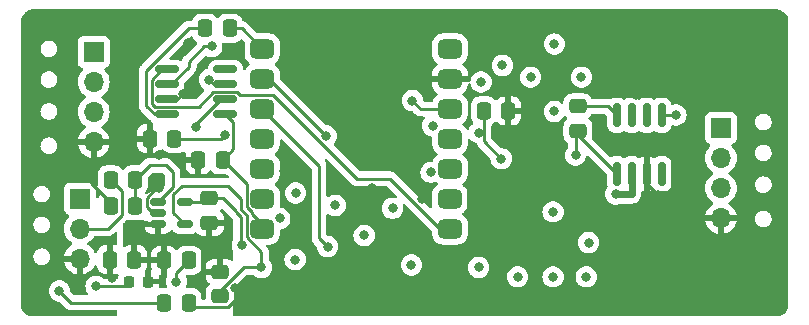
<source format=gbr>
%TF.GenerationSoftware,KiCad,Pcbnew,7.0.7*%
%TF.CreationDate,2024-03-01T11:29:19-05:00*%
%TF.ProjectId,Sh_mas,5368e96d-6173-42e6-9b69-6361645f7063,1.0*%
%TF.SameCoordinates,Original*%
%TF.FileFunction,Copper,L4,Bot*%
%TF.FilePolarity,Positive*%
%FSLAX46Y46*%
G04 Gerber Fmt 4.6, Leading zero omitted, Abs format (unit mm)*
G04 Created by KiCad (PCBNEW 7.0.7) date 2024-03-01 11:29:19*
%MOMM*%
%LPD*%
G01*
G04 APERTURE LIST*
G04 Aperture macros list*
%AMRoundRect*
0 Rectangle with rounded corners*
0 $1 Rounding radius*
0 $2 $3 $4 $5 $6 $7 $8 $9 X,Y pos of 4 corners*
0 Add a 4 corners polygon primitive as box body*
4,1,4,$2,$3,$4,$5,$6,$7,$8,$9,$2,$3,0*
0 Add four circle primitives for the rounded corners*
1,1,$1+$1,$2,$3*
1,1,$1+$1,$4,$5*
1,1,$1+$1,$6,$7*
1,1,$1+$1,$8,$9*
0 Add four rect primitives between the rounded corners*
20,1,$1+$1,$2,$3,$4,$5,0*
20,1,$1+$1,$4,$5,$6,$7,0*
20,1,$1+$1,$6,$7,$8,$9,0*
20,1,$1+$1,$8,$9,$2,$3,0*%
G04 Aperture macros list end*
%TA.AperFunction,ComponentPad*%
%ADD10R,1.700000X1.700000*%
%TD*%
%TA.AperFunction,ComponentPad*%
%ADD11O,1.700000X1.700000*%
%TD*%
%TA.AperFunction,SMDPad,CuDef*%
%ADD12RoundRect,0.250000X0.337500X0.475000X-0.337500X0.475000X-0.337500X-0.475000X0.337500X-0.475000X0*%
%TD*%
%TA.AperFunction,SMDPad,CuDef*%
%ADD13RoundRect,0.225000X-0.225000X-0.250000X0.225000X-0.250000X0.225000X0.250000X-0.225000X0.250000X0*%
%TD*%
%TA.AperFunction,SMDPad,CuDef*%
%ADD14RoundRect,0.250000X0.475000X-0.337500X0.475000X0.337500X-0.475000X0.337500X-0.475000X-0.337500X0*%
%TD*%
%TA.AperFunction,SMDPad,CuDef*%
%ADD15RoundRect,0.150000X-0.825000X-0.150000X0.825000X-0.150000X0.825000X0.150000X-0.825000X0.150000X0*%
%TD*%
%TA.AperFunction,SMDPad,CuDef*%
%ADD16RoundRect,0.250000X-0.337500X-0.475000X0.337500X-0.475000X0.337500X0.475000X-0.337500X0.475000X0*%
%TD*%
%TA.AperFunction,SMDPad,CuDef*%
%ADD17RoundRect,0.407500X0.592500X-0.407500X0.592500X0.407500X-0.592500X0.407500X-0.592500X-0.407500X0*%
%TD*%
%TA.AperFunction,SMDPad,CuDef*%
%ADD18RoundRect,0.407500X-0.592500X0.407500X-0.592500X-0.407500X0.592500X-0.407500X0.592500X0.407500X0*%
%TD*%
%TA.AperFunction,SMDPad,CuDef*%
%ADD19RoundRect,0.150000X-0.150000X0.825000X-0.150000X-0.825000X0.150000X-0.825000X0.150000X0.825000X0*%
%TD*%
%TA.AperFunction,SMDPad,CuDef*%
%ADD20RoundRect,0.150000X-0.512500X-0.150000X0.512500X-0.150000X0.512500X0.150000X-0.512500X0.150000X0*%
%TD*%
%TA.AperFunction,SMDPad,CuDef*%
%ADD21RoundRect,0.250000X-0.475000X0.337500X-0.475000X-0.337500X0.475000X-0.337500X0.475000X0.337500X0*%
%TD*%
%TA.AperFunction,ViaPad*%
%ADD22C,0.800000*%
%TD*%
%TA.AperFunction,Conductor*%
%ADD23C,0.250000*%
%TD*%
%TA.AperFunction,Conductor*%
%ADD24C,0.600000*%
%TD*%
G04 APERTURE END LIST*
D10*
%TO.P,J1,1,Pin_1*%
%TO.N,+12V*%
X98500000Y-64960000D03*
D11*
%TO.P,J1,2,Pin_2*%
%TO.N,Net-(J1-Pin_2)*%
X98500000Y-67500000D03*
%TO.P,J1,3,Pin_3*%
%TO.N,Net-(J1-Pin_3)*%
X98500000Y-70040000D03*
%TO.P,J1,4,Pin_4*%
%TO.N,GND*%
X98500000Y-72580000D03*
%TD*%
D10*
%TO.P,J3,1,Pin_1*%
%TO.N,+12V*%
X151600000Y-71400000D03*
D11*
%TO.P,J3,2,Pin_2*%
%TO.N,Net-(J1-Pin_2)*%
X151600000Y-73940000D03*
%TO.P,J3,3,Pin_3*%
%TO.N,Net-(J1-Pin_3)*%
X151600000Y-76480000D03*
%TO.P,J3,4,Pin_4*%
%TO.N,GND*%
X151600000Y-79020000D03*
%TD*%
D10*
%TO.P,J4,1,Pin_1*%
%TO.N,+5V*%
X97325000Y-77375000D03*
D11*
%TO.P,J4,2,Pin_2*%
%TO.N,Net-(J4-Pin_2)*%
X97325000Y-79915000D03*
%TO.P,J4,3,Pin_3*%
%TO.N,GND*%
X97325000Y-82455000D03*
%TD*%
D12*
%TO.P,R7,1*%
%TO.N,/EN*%
X109437500Y-74100000D03*
%TO.P,R7,2*%
%TO.N,GND*%
X107362500Y-74100000D03*
%TD*%
D13*
%TO.P,FB1,1*%
%TO.N,+5V*%
X101525000Y-84400000D03*
%TO.P,FB1,2*%
%TO.N,+5VA*%
X103075000Y-84400000D03*
%TD*%
D12*
%TO.P,C9,1*%
%TO.N,+5V*%
X105337500Y-72300000D03*
%TO.P,C9,2*%
%TO.N,GND*%
X103262500Y-72300000D03*
%TD*%
D14*
%TO.P,R5,1*%
%TO.N,/SDAA*%
X109200000Y-85637500D03*
%TO.P,R5,2*%
%TO.N,+5VA*%
X109200000Y-83562500D03*
%TD*%
D15*
%TO.P,U6,1,TXD*%
%TO.N,/TXD*%
X104700000Y-70255000D03*
%TO.P,U6,2,GND*%
%TO.N,GND*%
X104700000Y-68985000D03*
%TO.P,U6,3,VCC*%
%TO.N,+5V*%
X104700000Y-67715000D03*
%TO.P,U6,4,RXD*%
%TO.N,/RXD*%
X104700000Y-66445000D03*
%TO.P,U6,5,nc*%
%TO.N,unconnected-(U6-nc-Pad5)*%
X109650000Y-66445000D03*
%TO.P,U6,6,CANL*%
%TO.N,Net-(U6-CANL)*%
X109650000Y-67715000D03*
%TO.P,U6,7,CANH*%
%TO.N,Net-(U6-CANH)*%
X109650000Y-68985000D03*
%TO.P,U6,8,S*%
%TO.N,/EN*%
X109650000Y-70255000D03*
%TD*%
D16*
%TO.P,R3,1*%
%TO.N,Net-(J4-Pin_2)*%
X99937500Y-75800000D03*
%TO.P,R3,2*%
%TO.N,Net-(U1-AIN)*%
X102012500Y-75800000D03*
%TD*%
D12*
%TO.P,C7,1*%
%TO.N,+5VA*%
X101937500Y-82550000D03*
%TO.P,C7,2*%
%TO.N,GND*%
X99862500Y-82550000D03*
%TD*%
D14*
%TO.P,C1,1*%
%TO.N,Net-(D1-K)*%
X139500000Y-71637500D03*
%TO.P,C1,2*%
%TO.N,Net-(U7-CB)*%
X139500000Y-69562500D03*
%TD*%
D12*
%TO.P,C11,1*%
%TO.N,GND*%
X133612500Y-69950000D03*
%TO.P,C11,2*%
%TO.N,+3.3V*%
X131537500Y-69950000D03*
%TD*%
%TO.P,C5,1*%
%TO.N,Net-(U1-AIN)*%
X102037500Y-78000000D03*
%TO.P,C5,2*%
%TO.N,GND*%
X99962500Y-78000000D03*
%TD*%
D17*
%TO.P,U3,1,GPIO2_A0_D0*%
%TO.N,/EN*%
X112775000Y-79950000D03*
D18*
%TO.P,U3,2,GPIO3_A1_D1*%
%TO.N,unconnected-(U3-GPIO3_A1_D1-Pad2)*%
X112775000Y-77410000D03*
%TO.P,U3,3,GPIO4_A2_D2*%
%TO.N,unconnected-(U3-GPIO4_A2_D2-Pad3)*%
X112775000Y-74870000D03*
%TO.P,U3,4,GPIO5_A3_D3*%
%TO.N,unconnected-(U3-GPIO5_A3_D3-Pad4)*%
X112775000Y-72330000D03*
%TO.P,U3,5,GPIO6_SDA_D4*%
%TO.N,/SDAB*%
X112775000Y-69790000D03*
%TO.P,U3,6,GPIO7_SCL_D5*%
%TO.N,/SCLB*%
X112775000Y-67250000D03*
%TO.P,U3,7,GPIO21_TX_D6*%
%TO.N,Net-(U3-GPIO21_TX_D6)*%
X112775000Y-64710000D03*
%TO.P,U3,8,5V*%
%TO.N,unconnected-(U3-5V-Pad8)*%
X128675000Y-64710000D03*
%TO.P,U3,9,GND*%
%TO.N,GND*%
X128675000Y-67250000D03*
%TO.P,U3,10,3.3V*%
%TO.N,+3.3V*%
X128675000Y-69790000D03*
%TO.P,U3,11,D10_MOSI_D10*%
%TO.N,unconnected-(U3-D10_MOSI_D10-Pad11)*%
X128675000Y-72330000D03*
%TO.P,U3,12,D9_MISO_GPIO9*%
%TO.N,unconnected-(U3-D9_MISO_GPIO9-Pad12)*%
X128675000Y-74870000D03*
%TO.P,U3,13,D8_SCK_GPIO8*%
%TO.N,unconnected-(U3-D8_SCK_GPIO8-Pad13)*%
X128640232Y-77410000D03*
%TO.P,U3,14,D7_RX_GPIO20*%
%TO.N,/RXD*%
X128675000Y-79950000D03*
%TD*%
D19*
%TO.P,U7,1,CB*%
%TO.N,Net-(U7-CB)*%
X142795000Y-70325000D03*
%TO.P,U7,2,NC*%
%TO.N,unconnected-(U7-NC-Pad2)*%
X144065000Y-70325000D03*
%TO.P,U7,3,NC*%
%TO.N,unconnected-(U7-NC-Pad3)*%
X145335000Y-70325000D03*
%TO.P,U7,4,FB*%
%TO.N,+5V*%
X146605000Y-70325000D03*
%TO.P,U7,5,ON/~{OFF}*%
%TO.N,unconnected-(U7-ON{slash}~{OFF}-Pad5)*%
X146605000Y-75275000D03*
%TO.P,U7,6,GND*%
%TO.N,GND*%
X145335000Y-75275000D03*
%TO.P,U7,7,VIN*%
%TO.N,+12V*%
X144065000Y-75275000D03*
%TO.P,U7,8,VSW*%
%TO.N,Net-(D1-K)*%
X142795000Y-75275000D03*
%TD*%
D12*
%TO.P,C6,1*%
%TO.N,GND*%
X106537500Y-82600000D03*
%TO.P,C6,2*%
%TO.N,+5VA*%
X104462500Y-82600000D03*
%TD*%
D16*
%TO.P,C15,1*%
%TO.N,+5V*%
X104462500Y-86200000D03*
%TO.P,C15,2*%
%TO.N,GND*%
X106537500Y-86200000D03*
%TD*%
D20*
%TO.P,U1,1,VDD*%
%TO.N,+5VA*%
X103962500Y-79550000D03*
%TO.P,U1,2,VSS*%
%TO.N,GND*%
X103962500Y-78600000D03*
%TO.P,U1,3,AIN*%
%TO.N,Net-(U1-AIN)*%
X103962500Y-77650000D03*
%TO.P,U1,4,SCL*%
%TO.N,/SCLA*%
X106237500Y-77650000D03*
%TO.P,U1,5,SDA*%
%TO.N,/SDAA*%
X106237500Y-79550000D03*
%TD*%
D16*
%TO.P,R6,1*%
%TO.N,/TXD*%
X107937500Y-62950000D03*
%TO.P,R6,2*%
%TO.N,Net-(U3-GPIO21_TX_D6)*%
X110012500Y-62950000D03*
%TD*%
D21*
%TO.P,R4,1*%
%TO.N,/SCLA*%
X108300000Y-77362500D03*
%TO.P,R4,2*%
%TO.N,+5VA*%
X108300000Y-79437500D03*
%TD*%
D22*
%TO.N,Net-(D1-K)*%
X139300000Y-73700000D03*
%TO.N,+5V*%
X115560099Y-82537005D03*
X147800000Y-70300000D03*
X131300000Y-67500000D03*
X140400000Y-81100000D03*
X139800000Y-67100000D03*
X134400000Y-84000000D03*
X137500000Y-70000000D03*
X114253009Y-79062995D03*
X137400000Y-78500000D03*
X140200000Y-84000000D03*
X98700000Y-84800000D03*
X135500000Y-67100000D03*
X95600000Y-85200000D03*
X137400000Y-84000000D03*
X109600000Y-72000000D03*
X137500000Y-64300000D03*
X131100000Y-83200000D03*
X115600000Y-76900000D03*
X133100000Y-66100000D03*
X108500000Y-64500000D03*
%TO.N,GND*%
X147000000Y-72200000D03*
X104000000Y-73700000D03*
X130700000Y-74600000D03*
X122100000Y-76500000D03*
X130700000Y-80900000D03*
X135000004Y-70000000D03*
X121600000Y-64000000D03*
X132900000Y-77700000D03*
X114600000Y-75000000D03*
X105500000Y-84400000D03*
X133900000Y-72100000D03*
X110506385Y-84906387D03*
X136399660Y-71826139D03*
X118800000Y-75300000D03*
X100036951Y-84075000D03*
X104000000Y-76500000D03*
X144400000Y-68600000D03*
X98300000Y-75600000D03*
X126800000Y-68425500D03*
X100100000Y-73700000D03*
X126318719Y-77381281D03*
X106048390Y-68502508D03*
X106000000Y-74100000D03*
X114300000Y-84400000D03*
X146300000Y-77100000D03*
X141300000Y-72300000D03*
X106500000Y-64200000D03*
%TO.N,+3.3V*%
X125400000Y-83000000D03*
X118950000Y-77950000D03*
X123800000Y-78200000D03*
X131125500Y-71800000D03*
X127075500Y-75150528D03*
X121400000Y-80500000D03*
X133000006Y-74000000D03*
X127200000Y-71200000D03*
X125485133Y-69074444D03*
%TO.N,+12V*%
X142700000Y-77000000D03*
%TO.N,/SCLA*%
X111077051Y-81312561D03*
%TO.N,/SDAA*%
X112700000Y-83200000D03*
%TO.N,/SCLB*%
X118191691Y-72066385D03*
%TO.N,/SDAB*%
X118300000Y-81444500D03*
%TO.N,Net-(U6-CANH)*%
X107200000Y-71300000D03*
%TO.N,Net-(U6-CANL)*%
X108300000Y-67300000D03*
%TD*%
D23*
%TO.N,/SDAA*%
X112700000Y-81910911D02*
X112700000Y-83200000D01*
X111450000Y-80660911D02*
X112700000Y-81910911D01*
X111450000Y-78757307D02*
X111450000Y-80660911D01*
X111000000Y-78307307D02*
X111450000Y-78757307D01*
X111000000Y-77400000D02*
X111000000Y-78307307D01*
X109900000Y-76300000D02*
X111000000Y-77400000D01*
X105948896Y-76300000D02*
X109900000Y-76300000D01*
X105250000Y-76998896D02*
X105948896Y-76300000D01*
X105250000Y-78562500D02*
X105250000Y-76998896D01*
X111188173Y-83200000D02*
X112700000Y-83200000D01*
X109200000Y-85188173D02*
X111188173Y-83200000D01*
X109200000Y-85637500D02*
X109200000Y-85188173D01*
X106237500Y-79550000D02*
X105250000Y-78562500D01*
%TO.N,GND*%
X106887500Y-86550000D02*
X106537500Y-86200000D01*
X109913173Y-86550000D02*
X106887500Y-86550000D01*
X110506385Y-85956788D02*
X109913173Y-86550000D01*
X110506385Y-84906387D02*
X110506385Y-85956788D01*
X103778249Y-76500000D02*
X104000000Y-76500000D01*
X102975000Y-78075000D02*
X102975000Y-77303249D01*
X103500000Y-78600000D02*
X102975000Y-78075000D01*
X103962500Y-78600000D02*
X103500000Y-78600000D01*
X102975000Y-77303249D02*
X103778249Y-76500000D01*
%TO.N,Net-(D1-K)*%
X139500000Y-71980000D02*
X139500000Y-71637500D01*
X139300000Y-73700000D02*
X139300000Y-71837500D01*
X139300000Y-71837500D02*
X139500000Y-71637500D01*
X142795000Y-75275000D02*
X139500000Y-71980000D01*
%TO.N,Net-(U7-CB)*%
X142032500Y-69562500D02*
X142795000Y-70325000D01*
X139500000Y-69562500D02*
X142032500Y-69562500D01*
%TO.N,+5V*%
X147775000Y-70325000D02*
X147800000Y-70300000D01*
X104700000Y-67715000D02*
X105076751Y-67715000D01*
X98700000Y-84800000D02*
X101125000Y-84800000D01*
X107861701Y-64500000D02*
X108500000Y-64500000D01*
X106586701Y-65775000D02*
X107861701Y-64500000D01*
X105076751Y-67715000D02*
X106586701Y-66205050D01*
X104462500Y-86200000D02*
X96600000Y-86200000D01*
X101125000Y-84800000D02*
X101525000Y-84400000D01*
X109300000Y-72300000D02*
X109600000Y-72000000D01*
X146605000Y-70325000D02*
X147775000Y-70325000D01*
X105337500Y-72300000D02*
X109300000Y-72300000D01*
X106586701Y-66205050D02*
X106586701Y-65775000D01*
X96600000Y-86200000D02*
X95600000Y-85200000D01*
X97175000Y-77525000D02*
X97200000Y-77500000D01*
%TO.N,GND*%
X98300000Y-76100000D02*
X98300000Y-75600000D01*
X99975000Y-82550000D02*
X99975000Y-84013049D01*
X103262500Y-72300000D02*
X101500000Y-72300000D01*
X106537500Y-82600000D02*
X106900000Y-82600000D01*
X133612500Y-69950000D02*
X134950004Y-69950000D01*
X99975000Y-84013049D02*
X100036951Y-84075000D01*
X103962500Y-78600000D02*
X103578249Y-78600000D01*
X99962500Y-78000000D02*
X99962500Y-77762500D01*
X107362500Y-74100000D02*
X106000000Y-74100000D01*
X145335000Y-76135000D02*
X146300000Y-77100000D01*
X99962500Y-77762500D02*
X98300000Y-76100000D01*
X145335000Y-75275000D02*
X145335000Y-76135000D01*
X101500000Y-72300000D02*
X100100000Y-73700000D01*
X106537500Y-82600000D02*
X105500000Y-83637500D01*
X134950004Y-69950000D02*
X135000004Y-70000000D01*
X105500000Y-83637500D02*
X105500000Y-84400000D01*
X104700000Y-68985000D02*
X105565898Y-68985000D01*
X105565898Y-68985000D02*
X106048390Y-68502508D01*
%TO.N,+3.3V*%
X128675000Y-69790000D02*
X126200689Y-69790000D01*
X131537500Y-72537494D02*
X133000006Y-74000000D01*
X126200689Y-69790000D02*
X125485133Y-69074444D01*
X131537500Y-69950000D02*
X131537500Y-72537494D01*
%TO.N,Net-(U1-AIN)*%
X102012500Y-75800000D02*
X102012500Y-77975000D01*
X103262500Y-74550000D02*
X102012500Y-75800000D01*
X102012500Y-77975000D02*
X102037500Y-78000000D01*
X103962500Y-77650000D02*
X105200000Y-76412500D01*
X105200000Y-76412500D02*
X105200000Y-75163604D01*
X105200000Y-75163604D02*
X104586396Y-74550000D01*
X104586396Y-74550000D02*
X103262500Y-74550000D01*
D24*
%TO.N,+12V*%
X144065000Y-75651751D02*
X144065000Y-77000000D01*
X144065000Y-77000000D02*
X142716751Y-77000000D01*
D23*
X142716751Y-77000000D02*
X142700000Y-77000000D01*
X144065000Y-75275000D02*
X144065000Y-75651751D01*
%TO.N,/SCLA*%
X106237500Y-77650000D02*
X108012500Y-77650000D01*
X108012500Y-77650000D02*
X108300000Y-77362500D01*
X111077051Y-81312561D02*
X111000000Y-81235510D01*
X110550000Y-78493703D02*
X110550000Y-78450000D01*
X111000000Y-78943703D02*
X110550000Y-78493703D01*
X110550000Y-78450000D02*
X109462500Y-77362500D01*
X111000000Y-81235510D02*
X111000000Y-78943703D01*
X109462500Y-77362500D02*
X108300000Y-77362500D01*
%TO.N,/RXD*%
X107378249Y-69610000D02*
X108628249Y-68360000D01*
X127862133Y-79950000D02*
X128675000Y-79950000D01*
X113700001Y-68600000D02*
X120800001Y-75700000D01*
X108628249Y-68360000D02*
X110671751Y-68360000D01*
X104700000Y-66445000D02*
X104323249Y-66445000D01*
X123612133Y-75700000D02*
X127862133Y-79950000D01*
X110911751Y-68600000D02*
X113700001Y-68600000D01*
X103678249Y-69610000D02*
X107378249Y-69610000D01*
X120800001Y-75700000D02*
X123612133Y-75700000D01*
X103400000Y-69331751D02*
X103678249Y-69610000D01*
X110671751Y-68360000D02*
X110911751Y-68600000D01*
X103400000Y-67368249D02*
X103400000Y-69331751D01*
X104700000Y-66445000D02*
X105280305Y-66445000D01*
X104323249Y-66445000D02*
X103400000Y-67368249D01*
%TO.N,Net-(U3-GPIO21_TX_D6)*%
X110012500Y-62950000D02*
X111015000Y-62950000D01*
X111015000Y-62950000D02*
X112775000Y-64710000D01*
%TO.N,/EN*%
X110325000Y-73212500D02*
X110325000Y-70930000D01*
X111450000Y-78120911D02*
X111450000Y-76112500D01*
X110325000Y-70930000D02*
X109650000Y-70255000D01*
X112775000Y-79950000D02*
X112775000Y-79533458D01*
X111900000Y-78550000D02*
X111879089Y-78550000D01*
X111450000Y-76112500D02*
X109437500Y-74100000D01*
X111879089Y-78550000D02*
X111450000Y-78120911D01*
X112775000Y-79533458D02*
X111900000Y-78658458D01*
X109437500Y-74100000D02*
X110325000Y-73212500D01*
X111900000Y-78658458D02*
X111900000Y-78550000D01*
%TO.N,/SCLB*%
X113375306Y-67250000D02*
X118191691Y-72066385D01*
X112775000Y-67250000D02*
X113375306Y-67250000D01*
%TO.N,/SDAB*%
X112775000Y-69790000D02*
X113315000Y-69250000D01*
X118300000Y-81444500D02*
X117575000Y-80719500D01*
X117575000Y-80719500D02*
X117575000Y-74590000D01*
X117575000Y-74590000D02*
X112775000Y-69790000D01*
%TO.N,Net-(U6-CANH)*%
X109273249Y-68985000D02*
X107200000Y-71058249D01*
X109650000Y-68985000D02*
X109273249Y-68985000D01*
X107200000Y-71058249D02*
X107200000Y-71300000D01*
%TO.N,Net-(U6-CANL)*%
X108715000Y-67715000D02*
X108300000Y-67300000D01*
X109650000Y-67715000D02*
X108715000Y-67715000D01*
%TO.N,/TXD*%
X107937500Y-62950000D02*
X106548249Y-62950000D01*
X103686853Y-70255000D02*
X104700000Y-70255000D01*
X106548249Y-62950000D02*
X102950000Y-66548249D01*
X102950000Y-66548249D02*
X102950000Y-69518147D01*
X102950000Y-69518147D02*
X103686853Y-70255000D01*
%TO.N,Net-(J4-Pin_2)*%
X100875000Y-76737500D02*
X100875000Y-78725000D01*
X100875000Y-78725000D02*
X99685000Y-79915000D01*
X99685000Y-79915000D02*
X97325000Y-79915000D01*
X99937500Y-75800000D02*
X100875000Y-76737500D01*
%TD*%
%TA.AperFunction,Conductor*%
%TO.N,+5VA*%
G36*
X109419220Y-78219659D02*
G01*
X109463569Y-78248160D01*
X109969306Y-78753896D01*
X109993504Y-78790732D01*
X109993754Y-78790596D01*
X109995493Y-78793760D01*
X109996915Y-78795924D01*
X109997511Y-78797430D01*
X109997513Y-78797433D01*
X109997514Y-78797435D01*
X110024898Y-78835126D01*
X110028106Y-78840010D01*
X110051827Y-78880119D01*
X110051833Y-78880127D01*
X110065990Y-78894283D01*
X110078628Y-78909079D01*
X110090405Y-78925289D01*
X110090406Y-78925290D01*
X110126309Y-78954991D01*
X110130620Y-78958913D01*
X110215229Y-79043522D01*
X110263681Y-79091974D01*
X110297166Y-79153297D01*
X110300000Y-79179655D01*
X110300000Y-80824226D01*
X110283387Y-80886226D01*
X110249872Y-80944275D01*
X110191378Y-81124301D01*
X110191377Y-81124305D01*
X110171591Y-81312561D01*
X110191377Y-81500817D01*
X110191378Y-81500820D01*
X110249869Y-81680838D01*
X110249871Y-81680842D01*
X110249872Y-81680845D01*
X110271094Y-81717602D01*
X110283387Y-81738895D01*
X110299999Y-81800894D01*
X110300000Y-82507134D01*
X110280316Y-82574173D01*
X110227512Y-82619928D01*
X110158353Y-82629872D01*
X110110904Y-82612673D01*
X109994128Y-82540645D01*
X109994119Y-82540641D01*
X109827697Y-82485494D01*
X109827690Y-82485493D01*
X109724986Y-82475000D01*
X109450000Y-82475000D01*
X109450000Y-83688500D01*
X109430315Y-83755539D01*
X109377511Y-83801294D01*
X109326000Y-83812500D01*
X107975001Y-83812500D01*
X107975001Y-83949986D01*
X107985494Y-84052697D01*
X108040641Y-84219119D01*
X108040643Y-84219124D01*
X108132684Y-84368345D01*
X108256655Y-84492316D01*
X108256659Y-84492319D01*
X108259656Y-84494168D01*
X108261279Y-84495972D01*
X108262323Y-84496798D01*
X108262181Y-84496976D01*
X108306381Y-84546116D01*
X108317602Y-84615079D01*
X108289759Y-84679161D01*
X108259661Y-84705241D01*
X108256349Y-84707283D01*
X108256343Y-84707288D01*
X108132289Y-84831342D01*
X108040187Y-84980663D01*
X108040185Y-84980668D01*
X108020463Y-85040185D01*
X107985001Y-85147203D01*
X107985001Y-85147204D01*
X107985000Y-85147204D01*
X107974500Y-85249983D01*
X107974500Y-85249991D01*
X107974500Y-85574500D01*
X107974501Y-85800500D01*
X107954817Y-85867539D01*
X107902013Y-85913294D01*
X107850501Y-85924500D01*
X107749499Y-85924500D01*
X107682460Y-85904815D01*
X107636705Y-85852011D01*
X107625499Y-85800500D01*
X107625499Y-85674998D01*
X107625498Y-85674981D01*
X107614999Y-85572203D01*
X107614998Y-85572200D01*
X107593014Y-85505858D01*
X107559814Y-85405666D01*
X107467712Y-85256344D01*
X107343656Y-85132288D01*
X107194334Y-85040186D01*
X107027797Y-84985001D01*
X107027795Y-84985000D01*
X106925016Y-84974500D01*
X106925009Y-84974500D01*
X106422894Y-84974500D01*
X106355855Y-84954815D01*
X106310100Y-84902011D01*
X106300156Y-84832853D01*
X106315507Y-84788500D01*
X106327179Y-84768284D01*
X106385674Y-84588256D01*
X106405460Y-84400000D01*
X106385674Y-84211744D01*
X106327179Y-84031716D01*
X106315506Y-84011497D01*
X106299035Y-83943597D01*
X106321888Y-83877570D01*
X106376810Y-83834381D01*
X106422894Y-83825499D01*
X106925002Y-83825499D01*
X106925008Y-83825499D01*
X107027797Y-83814999D01*
X107194334Y-83759814D01*
X107343656Y-83667712D01*
X107467712Y-83543656D01*
X107559814Y-83394334D01*
X107586931Y-83312500D01*
X107975000Y-83312500D01*
X108950000Y-83312500D01*
X108950000Y-82475000D01*
X108675029Y-82475000D01*
X108675012Y-82475001D01*
X108572302Y-82485494D01*
X108405880Y-82540641D01*
X108405875Y-82540643D01*
X108256654Y-82632684D01*
X108132684Y-82756654D01*
X108040643Y-82905875D01*
X108040641Y-82905880D01*
X107985494Y-83072302D01*
X107985493Y-83072309D01*
X107975000Y-83175013D01*
X107975000Y-83312500D01*
X107586931Y-83312500D01*
X107614999Y-83227797D01*
X107625500Y-83125009D01*
X107625499Y-82074992D01*
X107614999Y-81972203D01*
X107559814Y-81805666D01*
X107467712Y-81656344D01*
X107343656Y-81532288D01*
X107235688Y-81465693D01*
X107194336Y-81440187D01*
X107194331Y-81440185D01*
X107192862Y-81439698D01*
X107027797Y-81385001D01*
X107027795Y-81385000D01*
X106925010Y-81374500D01*
X106149998Y-81374500D01*
X106149980Y-81374501D01*
X106047203Y-81385000D01*
X106047200Y-81385001D01*
X105880668Y-81440185D01*
X105880663Y-81440187D01*
X105731342Y-81532289D01*
X105607288Y-81656343D01*
X105607283Y-81656349D01*
X105605241Y-81659661D01*
X105603247Y-81661453D01*
X105602807Y-81662011D01*
X105602711Y-81661935D01*
X105553291Y-81706383D01*
X105484328Y-81717602D01*
X105420247Y-81689755D01*
X105394168Y-81659656D01*
X105392319Y-81656659D01*
X105392316Y-81656655D01*
X105268345Y-81532684D01*
X105119124Y-81440643D01*
X105119119Y-81440641D01*
X104952697Y-81385494D01*
X104952690Y-81385493D01*
X104849986Y-81375000D01*
X104712500Y-81375000D01*
X104712500Y-83838942D01*
X104729213Y-83869550D01*
X104724229Y-83939242D01*
X104715434Y-83957908D01*
X104672821Y-84031715D01*
X104672818Y-84031722D01*
X104614327Y-84211740D01*
X104614326Y-84211744D01*
X104594540Y-84400000D01*
X104614326Y-84588256D01*
X104614327Y-84588259D01*
X104672818Y-84768277D01*
X104672821Y-84768284D01*
X104684493Y-84788500D01*
X104700966Y-84856400D01*
X104678113Y-84922427D01*
X104623192Y-84965618D01*
X104577106Y-84974500D01*
X104127959Y-84974500D01*
X104060920Y-84954815D01*
X104015165Y-84902011D01*
X104005221Y-84832853D01*
X104010254Y-84811493D01*
X104014856Y-84797606D01*
X104024999Y-84698322D01*
X104025000Y-84698309D01*
X104025000Y-84650000D01*
X102949000Y-84650000D01*
X102881961Y-84630315D01*
X102836206Y-84577511D01*
X102825000Y-84526000D01*
X102825000Y-84150000D01*
X103325000Y-84150000D01*
X104024999Y-84150000D01*
X104024999Y-84101692D01*
X104024998Y-84101677D01*
X104014855Y-84002393D01*
X104010088Y-83988006D01*
X104007685Y-83918178D01*
X104043415Y-83858135D01*
X104105934Y-83826941D01*
X104127793Y-83824999D01*
X104212499Y-83824999D01*
X104212500Y-83824998D01*
X104212500Y-82850000D01*
X103375001Y-82850000D01*
X103375001Y-83124986D01*
X103385493Y-83227695D01*
X103396860Y-83261995D01*
X103399262Y-83331823D01*
X103363531Y-83391866D01*
X103352760Y-83397239D01*
X103325000Y-83424999D01*
X103325000Y-84150000D01*
X102825000Y-84150000D01*
X102825000Y-83509000D01*
X102844685Y-83441961D01*
X102897489Y-83396206D01*
X102924655Y-83390296D01*
X102934144Y-83384999D01*
X102959353Y-83344130D01*
X102959358Y-83344119D01*
X103014505Y-83177697D01*
X103014506Y-83177690D01*
X103024999Y-83074986D01*
X103025000Y-83074973D01*
X103025000Y-82800000D01*
X101811500Y-82800000D01*
X101744461Y-82780315D01*
X101698706Y-82727511D01*
X101687500Y-82676000D01*
X101687500Y-82350000D01*
X103375000Y-82350000D01*
X104212500Y-82350000D01*
X104212500Y-81375000D01*
X104075027Y-81375000D01*
X104075012Y-81375001D01*
X103972302Y-81385494D01*
X103805880Y-81440641D01*
X103805875Y-81440643D01*
X103656654Y-81532684D01*
X103532684Y-81656654D01*
X103440643Y-81805875D01*
X103440641Y-81805880D01*
X103385494Y-81972302D01*
X103385493Y-81972309D01*
X103375000Y-82075013D01*
X103375000Y-82350000D01*
X101687500Y-82350000D01*
X101687500Y-81325000D01*
X102187500Y-81325000D01*
X102187500Y-82300000D01*
X103024999Y-82300000D01*
X103024999Y-82025028D01*
X103024998Y-82025013D01*
X103014505Y-81922302D01*
X102959358Y-81755880D01*
X102959356Y-81755875D01*
X102867315Y-81606654D01*
X102743345Y-81482684D01*
X102594124Y-81390643D01*
X102594119Y-81390641D01*
X102427697Y-81335494D01*
X102427690Y-81335493D01*
X102324986Y-81325000D01*
X102187500Y-81325000D01*
X101687500Y-81325000D01*
X101550027Y-81325000D01*
X101550012Y-81325001D01*
X101447302Y-81335494D01*
X101280880Y-81390641D01*
X101280871Y-81390645D01*
X101189096Y-81447253D01*
X101121704Y-81465693D01*
X101055040Y-81444770D01*
X101010271Y-81391128D01*
X101000000Y-81341714D01*
X101000000Y-79800001D01*
X102802704Y-79800001D01*
X102802899Y-79802486D01*
X102848718Y-79960198D01*
X102932314Y-80101552D01*
X102932321Y-80101561D01*
X103048438Y-80217678D01*
X103048447Y-80217685D01*
X103189803Y-80301282D01*
X103189806Y-80301283D01*
X103347504Y-80347099D01*
X103347510Y-80347100D01*
X103384356Y-80350000D01*
X103712500Y-80350000D01*
X103712500Y-79800000D01*
X102802705Y-79800000D01*
X102802704Y-79800001D01*
X101000000Y-79800001D01*
X101000000Y-79535952D01*
X101019685Y-79468913D01*
X101036319Y-79448271D01*
X101132846Y-79351744D01*
X101258788Y-79225801D01*
X101271042Y-79215986D01*
X101270859Y-79215764D01*
X101276870Y-79210790D01*
X101276877Y-79210786D01*
X101283798Y-79203415D01*
X101344033Y-79168021D01*
X101413191Y-79170591D01*
X101547203Y-79214999D01*
X101649991Y-79225500D01*
X102425008Y-79225499D01*
X102425016Y-79225498D01*
X102425019Y-79225498D01*
X102502207Y-79217613D01*
X102527797Y-79214999D01*
X102639664Y-79177929D01*
X102709487Y-79175528D01*
X102769529Y-79211259D01*
X102800722Y-79273779D01*
X102801978Y-79299213D01*
X102802705Y-79300000D01*
X103068185Y-79300000D01*
X103131306Y-79317268D01*
X103189602Y-79351744D01*
X103231224Y-79363836D01*
X103347426Y-79397597D01*
X103347429Y-79397597D01*
X103347431Y-79397598D01*
X103359722Y-79398565D01*
X103384304Y-79400500D01*
X104088500Y-79400500D01*
X104155539Y-79420185D01*
X104201294Y-79472989D01*
X104212500Y-79524500D01*
X104212500Y-80350000D01*
X104540644Y-80350000D01*
X104577489Y-80347100D01*
X104577495Y-80347099D01*
X104735193Y-80301283D01*
X104735196Y-80301282D01*
X104876552Y-80217685D01*
X104876561Y-80217678D01*
X104992678Y-80101561D01*
X104992680Y-80101558D01*
X104992972Y-80101066D01*
X104993301Y-80100758D01*
X104997463Y-80095393D01*
X104998328Y-80096064D01*
X105044038Y-80053379D01*
X105112778Y-80040870D01*
X105177370Y-80067510D01*
X105201936Y-80095858D01*
X105202139Y-80095702D01*
X105205022Y-80099420D01*
X105206438Y-80101053D01*
X105206914Y-80101859D01*
X105206923Y-80101870D01*
X105323129Y-80218076D01*
X105323133Y-80218079D01*
X105323135Y-80218081D01*
X105464602Y-80301744D01*
X105506224Y-80313836D01*
X105622426Y-80347597D01*
X105622429Y-80347597D01*
X105622431Y-80347598D01*
X105634722Y-80348565D01*
X105659304Y-80350500D01*
X105659306Y-80350500D01*
X106815696Y-80350500D01*
X106834131Y-80349049D01*
X106852569Y-80347598D01*
X106852571Y-80347597D01*
X106852573Y-80347597D01*
X106894191Y-80335505D01*
X107010398Y-80301744D01*
X107103985Y-80246396D01*
X107171709Y-80229214D01*
X107237972Y-80251374D01*
X107254787Y-80265448D01*
X107356654Y-80367315D01*
X107505875Y-80459356D01*
X107505880Y-80459358D01*
X107672302Y-80514505D01*
X107672309Y-80514506D01*
X107775019Y-80524999D01*
X108049999Y-80524999D01*
X108049999Y-80524998D01*
X108050000Y-79687500D01*
X108550000Y-79687500D01*
X108550000Y-80524999D01*
X108824972Y-80524999D01*
X108824986Y-80524998D01*
X108927697Y-80514505D01*
X109094119Y-80459358D01*
X109094124Y-80459356D01*
X109243345Y-80367315D01*
X109367315Y-80243345D01*
X109459356Y-80094124D01*
X109459358Y-80094119D01*
X109514505Y-79927697D01*
X109514506Y-79927690D01*
X109524999Y-79824986D01*
X109525000Y-79824973D01*
X109525000Y-79687500D01*
X108550000Y-79687500D01*
X108050000Y-79687500D01*
X108050000Y-79311500D01*
X108069685Y-79244461D01*
X108122489Y-79198706D01*
X108174000Y-79187500D01*
X109524999Y-79187500D01*
X109524999Y-79050028D01*
X109524998Y-79050013D01*
X109514505Y-78947302D01*
X109459358Y-78780880D01*
X109459356Y-78780875D01*
X109367315Y-78631654D01*
X109243344Y-78507683D01*
X109243341Y-78507681D01*
X109240339Y-78505829D01*
X109238713Y-78504021D01*
X109237677Y-78503202D01*
X109237817Y-78503024D01*
X109193617Y-78453880D01*
X109182397Y-78384917D01*
X109210243Y-78320836D01*
X109240344Y-78294754D01*
X109243656Y-78292712D01*
X109288208Y-78248159D01*
X109349529Y-78214675D01*
X109419220Y-78219659D01*
G37*
%TD.AperFunction*%
%TD*%
%TA.AperFunction,Conductor*%
%TO.N,GND*%
G36*
X156400455Y-61357182D02*
G01*
X156432254Y-61362817D01*
X156556749Y-61386363D01*
X156574612Y-61391146D01*
X156638478Y-61413476D01*
X156732896Y-61450191D01*
X156739985Y-61453478D01*
X156807461Y-61490103D01*
X156810525Y-61491882D01*
X156891236Y-61541903D01*
X156896493Y-61545550D01*
X156917631Y-61561897D01*
X156958497Y-61593500D01*
X156962320Y-61596710D01*
X157031721Y-61659922D01*
X157035271Y-61663426D01*
X157088674Y-61720568D01*
X157092808Y-61725478D01*
X157150388Y-61801522D01*
X157152456Y-61804423D01*
X157194895Y-61867721D01*
X157198843Y-61874499D01*
X157244720Y-61966137D01*
X157272377Y-62026495D01*
X157278811Y-62043856D01*
X157315135Y-62170080D01*
X157320927Y-62191116D01*
X157325377Y-62224064D01*
X157319722Y-86403835D01*
X157317820Y-86425444D01*
X157312188Y-86457223D01*
X157288637Y-86581740D01*
X157283850Y-86599618D01*
X157261525Y-86663476D01*
X157255580Y-86678765D01*
X157224814Y-86757879D01*
X157221517Y-86764992D01*
X157184901Y-86832450D01*
X157183110Y-86835534D01*
X157133100Y-86916228D01*
X157129443Y-86921499D01*
X157081498Y-86983497D01*
X157078288Y-86987320D01*
X157015076Y-87056721D01*
X157011572Y-87060271D01*
X156954430Y-87113674D01*
X156949520Y-87117808D01*
X156873476Y-87175388D01*
X156870576Y-87177456D01*
X156807278Y-87219895D01*
X156800500Y-87223843D01*
X156708863Y-87269720D01*
X156667382Y-87288728D01*
X156615725Y-87300000D01*
X110424000Y-87300000D01*
X110356961Y-87280315D01*
X110311206Y-87227511D01*
X110300000Y-87176000D01*
X110300000Y-86426474D01*
X110318460Y-86361379D01*
X110359814Y-86294334D01*
X110414999Y-86127797D01*
X110425500Y-86025009D01*
X110425499Y-85249992D01*
X110414999Y-85147203D01*
X110367016Y-85002403D01*
X110364615Y-84932576D01*
X110397040Y-84875721D01*
X111410944Y-83861819D01*
X111472268Y-83828334D01*
X111498626Y-83825500D01*
X111996252Y-83825500D01*
X112063291Y-83845185D01*
X112088400Y-83866526D01*
X112094126Y-83872885D01*
X112094130Y-83872889D01*
X112247265Y-83984148D01*
X112247270Y-83984151D01*
X112420192Y-84061142D01*
X112420197Y-84061144D01*
X112605354Y-84100500D01*
X112605355Y-84100500D01*
X112794644Y-84100500D01*
X112794646Y-84100500D01*
X112979803Y-84061144D01*
X113152730Y-83984151D01*
X113305871Y-83872888D01*
X113432533Y-83732216D01*
X113527179Y-83568284D01*
X113585674Y-83388256D01*
X113605460Y-83200000D01*
X113585674Y-83011744D01*
X113527179Y-82831716D01*
X113432533Y-82667784D01*
X113400063Y-82631722D01*
X113357350Y-82584284D01*
X113334661Y-82537005D01*
X114654639Y-82537005D01*
X114674425Y-82725261D01*
X114674426Y-82725264D01*
X114732917Y-82905282D01*
X114732920Y-82905289D01*
X114827566Y-83069221D01*
X114890265Y-83138855D01*
X114954228Y-83209893D01*
X115107364Y-83321153D01*
X115107369Y-83321156D01*
X115280291Y-83398147D01*
X115280296Y-83398149D01*
X115465453Y-83437505D01*
X115465454Y-83437505D01*
X115654743Y-83437505D01*
X115654745Y-83437505D01*
X115839902Y-83398149D01*
X116012829Y-83321156D01*
X116165970Y-83209893D01*
X116292632Y-83069221D01*
X116332597Y-83000000D01*
X124494540Y-83000000D01*
X124514326Y-83188256D01*
X124514327Y-83188259D01*
X124572818Y-83368277D01*
X124572821Y-83368284D01*
X124667467Y-83532216D01*
X124794128Y-83672887D01*
X124794129Y-83672888D01*
X124947265Y-83784148D01*
X124947270Y-83784151D01*
X125120192Y-83861142D01*
X125120197Y-83861144D01*
X125305354Y-83900500D01*
X125305355Y-83900500D01*
X125494644Y-83900500D01*
X125494646Y-83900500D01*
X125679803Y-83861144D01*
X125852730Y-83784151D01*
X126005871Y-83672888D01*
X126132533Y-83532216D01*
X126227179Y-83368284D01*
X126281858Y-83200000D01*
X130194540Y-83200000D01*
X130214326Y-83388256D01*
X130214327Y-83388259D01*
X130272818Y-83568277D01*
X130272821Y-83568284D01*
X130367467Y-83732216D01*
X130465690Y-83841303D01*
X130494129Y-83872888D01*
X130647265Y-83984148D01*
X130647270Y-83984151D01*
X130820192Y-84061142D01*
X130820197Y-84061144D01*
X131005354Y-84100500D01*
X131005355Y-84100500D01*
X131194644Y-84100500D01*
X131194646Y-84100500D01*
X131379803Y-84061144D01*
X131517133Y-84000000D01*
X133494540Y-84000000D01*
X133514326Y-84188256D01*
X133514327Y-84188259D01*
X133572818Y-84368277D01*
X133572821Y-84368284D01*
X133667467Y-84532216D01*
X133739071Y-84611740D01*
X133794129Y-84672888D01*
X133947265Y-84784148D01*
X133947270Y-84784151D01*
X134120192Y-84861142D01*
X134120197Y-84861144D01*
X134305354Y-84900500D01*
X134305355Y-84900500D01*
X134494644Y-84900500D01*
X134494646Y-84900500D01*
X134679803Y-84861144D01*
X134852730Y-84784151D01*
X135005871Y-84672888D01*
X135132533Y-84532216D01*
X135227179Y-84368284D01*
X135285674Y-84188256D01*
X135305460Y-84000000D01*
X136494540Y-84000000D01*
X136514326Y-84188256D01*
X136514327Y-84188259D01*
X136572818Y-84368277D01*
X136572821Y-84368284D01*
X136667467Y-84532216D01*
X136739071Y-84611740D01*
X136794129Y-84672888D01*
X136947265Y-84784148D01*
X136947270Y-84784151D01*
X137120192Y-84861142D01*
X137120197Y-84861144D01*
X137305354Y-84900500D01*
X137305355Y-84900500D01*
X137494644Y-84900500D01*
X137494646Y-84900500D01*
X137679803Y-84861144D01*
X137852730Y-84784151D01*
X138005871Y-84672888D01*
X138132533Y-84532216D01*
X138227179Y-84368284D01*
X138285674Y-84188256D01*
X138305460Y-84000000D01*
X139294540Y-84000000D01*
X139314326Y-84188256D01*
X139314327Y-84188259D01*
X139372818Y-84368277D01*
X139372821Y-84368284D01*
X139467467Y-84532216D01*
X139539071Y-84611740D01*
X139594129Y-84672888D01*
X139747265Y-84784148D01*
X139747270Y-84784151D01*
X139920192Y-84861142D01*
X139920197Y-84861144D01*
X140105354Y-84900500D01*
X140105355Y-84900500D01*
X140294644Y-84900500D01*
X140294646Y-84900500D01*
X140479803Y-84861144D01*
X140652730Y-84784151D01*
X140805871Y-84672888D01*
X140932533Y-84532216D01*
X141027179Y-84368284D01*
X141085674Y-84188256D01*
X141105460Y-84000000D01*
X141085674Y-83811744D01*
X141027179Y-83631716D01*
X140932533Y-83467784D01*
X140805871Y-83327112D01*
X140805870Y-83327111D01*
X140652734Y-83215851D01*
X140652729Y-83215848D01*
X140479807Y-83138857D01*
X140479802Y-83138855D01*
X140334001Y-83107865D01*
X140294646Y-83099500D01*
X140105354Y-83099500D01*
X140072897Y-83106398D01*
X139920197Y-83138855D01*
X139920192Y-83138857D01*
X139747270Y-83215848D01*
X139747265Y-83215851D01*
X139594129Y-83327111D01*
X139467466Y-83467785D01*
X139372821Y-83631715D01*
X139372818Y-83631722D01*
X139314327Y-83811740D01*
X139314326Y-83811744D01*
X139294540Y-84000000D01*
X138305460Y-84000000D01*
X138285674Y-83811744D01*
X138227179Y-83631716D01*
X138132533Y-83467784D01*
X138005871Y-83327112D01*
X138005870Y-83327111D01*
X137852734Y-83215851D01*
X137852729Y-83215848D01*
X137679807Y-83138857D01*
X137679802Y-83138855D01*
X137534000Y-83107865D01*
X137494646Y-83099500D01*
X137305354Y-83099500D01*
X137272897Y-83106398D01*
X137120197Y-83138855D01*
X137120192Y-83138857D01*
X136947270Y-83215848D01*
X136947265Y-83215851D01*
X136794129Y-83327111D01*
X136667466Y-83467785D01*
X136572821Y-83631715D01*
X136572818Y-83631722D01*
X136514327Y-83811740D01*
X136514326Y-83811744D01*
X136494540Y-84000000D01*
X135305460Y-84000000D01*
X135285674Y-83811744D01*
X135227179Y-83631716D01*
X135132533Y-83467784D01*
X135005871Y-83327112D01*
X135005870Y-83327111D01*
X134852734Y-83215851D01*
X134852729Y-83215848D01*
X134679807Y-83138857D01*
X134679802Y-83138855D01*
X134534001Y-83107865D01*
X134494646Y-83099500D01*
X134305354Y-83099500D01*
X134272897Y-83106398D01*
X134120197Y-83138855D01*
X134120192Y-83138857D01*
X133947270Y-83215848D01*
X133947265Y-83215851D01*
X133794129Y-83327111D01*
X133667466Y-83467785D01*
X133572821Y-83631715D01*
X133572818Y-83631722D01*
X133514327Y-83811740D01*
X133514326Y-83811744D01*
X133494540Y-84000000D01*
X131517133Y-84000000D01*
X131552730Y-83984151D01*
X131705871Y-83872888D01*
X131832533Y-83732216D01*
X131927179Y-83568284D01*
X131985674Y-83388256D01*
X132005460Y-83200000D01*
X131985674Y-83011744D01*
X131927179Y-82831716D01*
X131832533Y-82667784D01*
X131705871Y-82527112D01*
X131699694Y-82522624D01*
X131552734Y-82415851D01*
X131552729Y-82415848D01*
X131379807Y-82338857D01*
X131379802Y-82338855D01*
X131197012Y-82300003D01*
X131194646Y-82299500D01*
X131005354Y-82299500D01*
X131002988Y-82300003D01*
X130820197Y-82338855D01*
X130820192Y-82338857D01*
X130647270Y-82415848D01*
X130647265Y-82415851D01*
X130494129Y-82527111D01*
X130367466Y-82667785D01*
X130272821Y-82831715D01*
X130272818Y-82831722D01*
X130214327Y-83011740D01*
X130214326Y-83011744D01*
X130194540Y-83200000D01*
X126281858Y-83200000D01*
X126285674Y-83188256D01*
X126305460Y-83000000D01*
X126285674Y-82811744D01*
X126227179Y-82631716D01*
X126132533Y-82467784D01*
X126005871Y-82327112D01*
X125976323Y-82305644D01*
X125852734Y-82215851D01*
X125852729Y-82215848D01*
X125679807Y-82138857D01*
X125679802Y-82138855D01*
X125534000Y-82107865D01*
X125494646Y-82099500D01*
X125305354Y-82099500D01*
X125272897Y-82106398D01*
X125120197Y-82138855D01*
X125120192Y-82138857D01*
X124947270Y-82215848D01*
X124947265Y-82215851D01*
X124794129Y-82327111D01*
X124667466Y-82467785D01*
X124572821Y-82631715D01*
X124572818Y-82631722D01*
X124515260Y-82808869D01*
X124514326Y-82811744D01*
X124503289Y-82916754D01*
X124495129Y-82994400D01*
X124494540Y-83000000D01*
X116332597Y-83000000D01*
X116387278Y-82905289D01*
X116445773Y-82725261D01*
X116465559Y-82537005D01*
X116445773Y-82348749D01*
X116387278Y-82168721D01*
X116292632Y-82004789D01*
X116165970Y-81864117D01*
X116165969Y-81864116D01*
X116012833Y-81752856D01*
X116012828Y-81752853D01*
X115839906Y-81675862D01*
X115839901Y-81675860D01*
X115694099Y-81644870D01*
X115654745Y-81636505D01*
X115465453Y-81636505D01*
X115433569Y-81643282D01*
X115280296Y-81675860D01*
X115280291Y-81675862D01*
X115107369Y-81752853D01*
X115107364Y-81752856D01*
X114954228Y-81864116D01*
X114827565Y-82004790D01*
X114732920Y-82168720D01*
X114732917Y-82168727D01*
X114677639Y-82338856D01*
X114674425Y-82348749D01*
X114654639Y-82537005D01*
X113334661Y-82537005D01*
X113327120Y-82521292D01*
X113325500Y-82501312D01*
X113325500Y-81993653D01*
X113327224Y-81978033D01*
X113326939Y-81978007D01*
X113327671Y-81970251D01*
X113327673Y-81970244D01*
X113325500Y-81901096D01*
X113325500Y-81871561D01*
X113324631Y-81864683D01*
X113324172Y-81858854D01*
X113322709Y-81812283D01*
X113317122Y-81793055D01*
X113313174Y-81773995D01*
X113311767Y-81762852D01*
X113310664Y-81754119D01*
X113310663Y-81754117D01*
X113310663Y-81754115D01*
X113293512Y-81710798D01*
X113291619Y-81705269D01*
X113278618Y-81660520D01*
X113278616Y-81660517D01*
X113268423Y-81643282D01*
X113259861Y-81625805D01*
X113252487Y-81607181D01*
X113252486Y-81607179D01*
X113225079Y-81569456D01*
X113221888Y-81564597D01*
X113198172Y-81524494D01*
X113198165Y-81524485D01*
X113184006Y-81510326D01*
X113171368Y-81495530D01*
X113170256Y-81494000D01*
X113159594Y-81479324D01*
X113159592Y-81479321D01*
X113154957Y-81474386D01*
X113123413Y-81412043D01*
X113130582Y-81342542D01*
X113174188Y-81287950D01*
X113240387Y-81265599D01*
X113245347Y-81265500D01*
X113431057Y-81265500D01*
X113470689Y-81262380D01*
X113510325Y-81259261D01*
X113694691Y-81209861D01*
X113864757Y-81123208D01*
X114013090Y-81003090D01*
X114133208Y-80854757D01*
X114219861Y-80684691D01*
X114269261Y-80500325D01*
X114275500Y-80421054D01*
X114275500Y-80079243D01*
X114295185Y-80012205D01*
X114347989Y-79966450D01*
X114373705Y-79957957D01*
X114532812Y-79924139D01*
X114532816Y-79924137D01*
X114532817Y-79924137D01*
X114607058Y-79891082D01*
X114705739Y-79847146D01*
X114858880Y-79735883D01*
X114985542Y-79595211D01*
X115080188Y-79431279D01*
X115138683Y-79251251D01*
X115158469Y-79062995D01*
X115138683Y-78874739D01*
X115080188Y-78694711D01*
X114985542Y-78530779D01*
X114858880Y-78390107D01*
X114858879Y-78390106D01*
X114705743Y-78278846D01*
X114705738Y-78278843D01*
X114532816Y-78201852D01*
X114532811Y-78201850D01*
X114350046Y-78163003D01*
X114288564Y-78129811D01*
X114254788Y-78068648D01*
X114256051Y-78009622D01*
X114269261Y-77960325D01*
X114275500Y-77881054D01*
X114275500Y-76938946D01*
X114275408Y-76937781D01*
X114272435Y-76900000D01*
X114694540Y-76900000D01*
X114714326Y-77088256D01*
X114714327Y-77088259D01*
X114772818Y-77268277D01*
X114772821Y-77268284D01*
X114867467Y-77432216D01*
X114945153Y-77518495D01*
X114994129Y-77572888D01*
X115147265Y-77684148D01*
X115147270Y-77684151D01*
X115320192Y-77761142D01*
X115320197Y-77761144D01*
X115505354Y-77800500D01*
X115505355Y-77800500D01*
X115694644Y-77800500D01*
X115694646Y-77800500D01*
X115879803Y-77761144D01*
X116052730Y-77684151D01*
X116205871Y-77572888D01*
X116332533Y-77432216D01*
X116427179Y-77268284D01*
X116485674Y-77088256D01*
X116505460Y-76900000D01*
X116485674Y-76711744D01*
X116427179Y-76531716D01*
X116332533Y-76367784D01*
X116205871Y-76227112D01*
X116202158Y-76224414D01*
X116052734Y-76115851D01*
X116052729Y-76115848D01*
X115879807Y-76038857D01*
X115879802Y-76038855D01*
X115718748Y-76004623D01*
X115694646Y-75999500D01*
X115505354Y-75999500D01*
X115481252Y-76004623D01*
X115320197Y-76038855D01*
X115320192Y-76038857D01*
X115147270Y-76115848D01*
X115147265Y-76115851D01*
X114994129Y-76227111D01*
X114867466Y-76367785D01*
X114772821Y-76531715D01*
X114772818Y-76531722D01*
X114717575Y-76701744D01*
X114714326Y-76711744D01*
X114694540Y-76900000D01*
X114272435Y-76900000D01*
X114269948Y-76868399D01*
X114269261Y-76859675D01*
X114219861Y-76675309D01*
X114133208Y-76505243D01*
X114013090Y-76356910D01*
X113864757Y-76236792D01*
X113864754Y-76236790D01*
X113864230Y-76236366D01*
X113824519Y-76178879D01*
X113822191Y-76109048D01*
X113857986Y-76049044D01*
X113864230Y-76043634D01*
X113864754Y-76043209D01*
X113864757Y-76043208D01*
X114013090Y-75923090D01*
X114133208Y-75774757D01*
X114219861Y-75604691D01*
X114269261Y-75420325D01*
X114275500Y-75341054D01*
X114275500Y-74398946D01*
X114269261Y-74319675D01*
X114219861Y-74135309D01*
X114133208Y-73965243D01*
X114013090Y-73816910D01*
X113864757Y-73696792D01*
X113864754Y-73696790D01*
X113864230Y-73696366D01*
X113824519Y-73638879D01*
X113822191Y-73569048D01*
X113857986Y-73509044D01*
X113864230Y-73503634D01*
X113864754Y-73503209D01*
X113864757Y-73503208D01*
X114013090Y-73383090D01*
X114133208Y-73234757D01*
X114219861Y-73064691D01*
X114269261Y-72880325D01*
X114273615Y-72825008D01*
X114275500Y-72801057D01*
X114275500Y-72474452D01*
X114295185Y-72407413D01*
X114347989Y-72361658D01*
X114417147Y-72351714D01*
X114480703Y-72380739D01*
X114487181Y-72386771D01*
X116913181Y-74812771D01*
X116946666Y-74874094D01*
X116949500Y-74900452D01*
X116949500Y-80636755D01*
X116947775Y-80652372D01*
X116948061Y-80652399D01*
X116947326Y-80660165D01*
X116949500Y-80729314D01*
X116949500Y-80758843D01*
X116949501Y-80758860D01*
X116950368Y-80765731D01*
X116950826Y-80771550D01*
X116952290Y-80818124D01*
X116952291Y-80818127D01*
X116957880Y-80837367D01*
X116961824Y-80856411D01*
X116964336Y-80876292D01*
X116978372Y-80911744D01*
X116981490Y-80919619D01*
X116983382Y-80925147D01*
X116996381Y-80969888D01*
X117006580Y-80987134D01*
X117015138Y-81004603D01*
X117022514Y-81023232D01*
X117049898Y-81060923D01*
X117053106Y-81065807D01*
X117076827Y-81105916D01*
X117076833Y-81105924D01*
X117090990Y-81120080D01*
X117103628Y-81134876D01*
X117115405Y-81151086D01*
X117115406Y-81151087D01*
X117151309Y-81180788D01*
X117155632Y-81184722D01*
X117361038Y-81390129D01*
X117394523Y-81451452D01*
X117396678Y-81464848D01*
X117402947Y-81524491D01*
X117414326Y-81632756D01*
X117415544Y-81636505D01*
X117472818Y-81812777D01*
X117472821Y-81812784D01*
X117567467Y-81976716D01*
X117675512Y-82096712D01*
X117694129Y-82117388D01*
X117847265Y-82228648D01*
X117847270Y-82228651D01*
X118020192Y-82305642D01*
X118020197Y-82305644D01*
X118205354Y-82345000D01*
X118205355Y-82345000D01*
X118394644Y-82345000D01*
X118394646Y-82345000D01*
X118579803Y-82305644D01*
X118752730Y-82228651D01*
X118905871Y-82117388D01*
X119032533Y-81976716D01*
X119127179Y-81812784D01*
X119185674Y-81632756D01*
X119205460Y-81444500D01*
X119185674Y-81256244D01*
X119127179Y-81076216D01*
X119032533Y-80912284D01*
X118905871Y-80771612D01*
X118901767Y-80768630D01*
X118752734Y-80660351D01*
X118752729Y-80660348D01*
X118579807Y-80583357D01*
X118579802Y-80583355D01*
X118421707Y-80549752D01*
X118394646Y-80544000D01*
X118394645Y-80544000D01*
X118335453Y-80544000D01*
X118268414Y-80524315D01*
X118247772Y-80507681D01*
X118240091Y-80500000D01*
X120494540Y-80500000D01*
X120514326Y-80688256D01*
X120514327Y-80688259D01*
X120572818Y-80868277D01*
X120572821Y-80868284D01*
X120667467Y-81032216D01*
X120749396Y-81123207D01*
X120794129Y-81172888D01*
X120947265Y-81284148D01*
X120947270Y-81284151D01*
X121120192Y-81361142D01*
X121120197Y-81361144D01*
X121305354Y-81400500D01*
X121305355Y-81400500D01*
X121494644Y-81400500D01*
X121494646Y-81400500D01*
X121679803Y-81361144D01*
X121852730Y-81284151D01*
X122005871Y-81172888D01*
X122132533Y-81032216D01*
X122227179Y-80868284D01*
X122285674Y-80688256D01*
X122305460Y-80500000D01*
X122285674Y-80311744D01*
X122227179Y-80131716D01*
X122132533Y-79967784D01*
X122005871Y-79827112D01*
X121977062Y-79806181D01*
X121852734Y-79715851D01*
X121852729Y-79715848D01*
X121679807Y-79638857D01*
X121679802Y-79638855D01*
X121497012Y-79600003D01*
X121494646Y-79599500D01*
X121305354Y-79599500D01*
X121302988Y-79600003D01*
X121120197Y-79638855D01*
X121120192Y-79638857D01*
X120947270Y-79715848D01*
X120947265Y-79715851D01*
X120794129Y-79827111D01*
X120667466Y-79967785D01*
X120572821Y-80131715D01*
X120572818Y-80131722D01*
X120514327Y-80311740D01*
X120514326Y-80311744D01*
X120494540Y-80500000D01*
X118240091Y-80500000D01*
X118236819Y-80496728D01*
X118203334Y-80435405D01*
X118200500Y-80409047D01*
X118200500Y-78761898D01*
X118220185Y-78694859D01*
X118272989Y-78649104D01*
X118342147Y-78639160D01*
X118397381Y-78661578D01*
X118485363Y-78725500D01*
X118497270Y-78734151D01*
X118670192Y-78811142D01*
X118670197Y-78811144D01*
X118855354Y-78850500D01*
X118855355Y-78850500D01*
X119044644Y-78850500D01*
X119044646Y-78850500D01*
X119229803Y-78811144D01*
X119402730Y-78734151D01*
X119555871Y-78622888D01*
X119682533Y-78482216D01*
X119777179Y-78318284D01*
X119835674Y-78138256D01*
X119855460Y-77950000D01*
X119835674Y-77761744D01*
X119777179Y-77581716D01*
X119682533Y-77417784D01*
X119555871Y-77277112D01*
X119555176Y-77276607D01*
X119402734Y-77165851D01*
X119402729Y-77165848D01*
X119229807Y-77088857D01*
X119229802Y-77088855D01*
X119073377Y-77055607D01*
X119044646Y-77049500D01*
X118855354Y-77049500D01*
X118826623Y-77055607D01*
X118670197Y-77088855D01*
X118670192Y-77088857D01*
X118497270Y-77165848D01*
X118497265Y-77165851D01*
X118397385Y-77238419D01*
X118331579Y-77261899D01*
X118263525Y-77246073D01*
X118214830Y-77195968D01*
X118200500Y-77138101D01*
X118200500Y-74672738D01*
X118202224Y-74657124D01*
X118201938Y-74657097D01*
X118202672Y-74649334D01*
X118200500Y-74580203D01*
X118200500Y-74550651D01*
X118200500Y-74550650D01*
X118199629Y-74543759D01*
X118199172Y-74537945D01*
X118197709Y-74491372D01*
X118192122Y-74472144D01*
X118188174Y-74453084D01*
X118185663Y-74433204D01*
X118168512Y-74389887D01*
X118166619Y-74384358D01*
X118153618Y-74339609D01*
X118153616Y-74339606D01*
X118143423Y-74322371D01*
X118134861Y-74304894D01*
X118127487Y-74286269D01*
X118121772Y-74278404D01*
X118100085Y-74248554D01*
X118096901Y-74243708D01*
X118073170Y-74203580D01*
X118073168Y-74203578D01*
X118072292Y-74202096D01*
X118055112Y-74134371D01*
X118077273Y-74068109D01*
X118131740Y-74024347D01*
X118201220Y-74016979D01*
X118263654Y-74048345D01*
X118266687Y-74051276D01*
X119285250Y-75069840D01*
X120299198Y-76083788D01*
X120309023Y-76096051D01*
X120309244Y-76095869D01*
X120314215Y-76101878D01*
X120330906Y-76117551D01*
X120364636Y-76149226D01*
X120385530Y-76170120D01*
X120391012Y-76174373D01*
X120395444Y-76178157D01*
X120429419Y-76210062D01*
X120446977Y-76219714D01*
X120463236Y-76230395D01*
X120479065Y-76242673D01*
X120521839Y-76261182D01*
X120527057Y-76263738D01*
X120567909Y-76286197D01*
X120587317Y-76291180D01*
X120605718Y-76297480D01*
X120624105Y-76305437D01*
X120667489Y-76312308D01*
X120670120Y-76312725D01*
X120675840Y-76313909D01*
X120720982Y-76325500D01*
X120741017Y-76325500D01*
X120760415Y-76327026D01*
X120780195Y-76330159D01*
X120780196Y-76330160D01*
X120780196Y-76330159D01*
X120780197Y-76330160D01*
X120826584Y-76325775D01*
X120832423Y-76325500D01*
X123301681Y-76325500D01*
X123368720Y-76345185D01*
X123389362Y-76361819D01*
X124147754Y-77120211D01*
X124181239Y-77181534D01*
X124176255Y-77251226D01*
X124134383Y-77307159D01*
X124068919Y-77331576D01*
X124034293Y-77329182D01*
X123894647Y-77299500D01*
X123894646Y-77299500D01*
X123705354Y-77299500D01*
X123672897Y-77306398D01*
X123520197Y-77338855D01*
X123520192Y-77338857D01*
X123347270Y-77415848D01*
X123347265Y-77415851D01*
X123194129Y-77527111D01*
X123067466Y-77667785D01*
X122972821Y-77831715D01*
X122972818Y-77831722D01*
X122915016Y-78009619D01*
X122914326Y-78011744D01*
X122901029Y-78138259D01*
X122894560Y-78199814D01*
X122894540Y-78200000D01*
X122914326Y-78388256D01*
X122914327Y-78388259D01*
X122972818Y-78568277D01*
X122972821Y-78568284D01*
X123067467Y-78732216D01*
X123148130Y-78821801D01*
X123194129Y-78872888D01*
X123347265Y-78984148D01*
X123347270Y-78984151D01*
X123520192Y-79061142D01*
X123520197Y-79061144D01*
X123705354Y-79100500D01*
X123705355Y-79100500D01*
X123894644Y-79100500D01*
X123894646Y-79100500D01*
X124079803Y-79061144D01*
X124252730Y-78984151D01*
X124405871Y-78872888D01*
X124532533Y-78732216D01*
X124627179Y-78568284D01*
X124685674Y-78388256D01*
X124705460Y-78200000D01*
X124685674Y-78011744D01*
X124675083Y-77979151D01*
X124673089Y-77909312D01*
X124709169Y-77849479D01*
X124771870Y-77818650D01*
X124841284Y-77826614D01*
X124880696Y-77853153D01*
X127138181Y-80110638D01*
X127171666Y-80171961D01*
X127174500Y-80198319D01*
X127174500Y-80421057D01*
X127180738Y-80500322D01*
X127180738Y-80500323D01*
X127223617Y-80660351D01*
X127230139Y-80684691D01*
X127316792Y-80854757D01*
X127436910Y-81003090D01*
X127585243Y-81123208D01*
X127755309Y-81209861D01*
X127939675Y-81259261D01*
X127971383Y-81261756D01*
X128018943Y-81265500D01*
X128018946Y-81265500D01*
X129331057Y-81265500D01*
X129370689Y-81262380D01*
X129410325Y-81259261D01*
X129594691Y-81209861D01*
X129764757Y-81123208D01*
X129793416Y-81100000D01*
X139494540Y-81100000D01*
X139514326Y-81288256D01*
X139514327Y-81288259D01*
X139572818Y-81468277D01*
X139572821Y-81468284D01*
X139667467Y-81632216D01*
X139745850Y-81719269D01*
X139794129Y-81772888D01*
X139947265Y-81884148D01*
X139947270Y-81884151D01*
X140120192Y-81961142D01*
X140120197Y-81961144D01*
X140305354Y-82000500D01*
X140305355Y-82000500D01*
X140494644Y-82000500D01*
X140494646Y-82000500D01*
X140679803Y-81961144D01*
X140852730Y-81884151D01*
X141005871Y-81772888D01*
X141132533Y-81632216D01*
X141227179Y-81468284D01*
X141285674Y-81288256D01*
X141305460Y-81100000D01*
X141285674Y-80911744D01*
X141227179Y-80731716D01*
X141132533Y-80567784D01*
X141005871Y-80427112D01*
X140997533Y-80421054D01*
X140852734Y-80315851D01*
X140852729Y-80315848D01*
X140679807Y-80238857D01*
X140679802Y-80238855D01*
X140534001Y-80207865D01*
X140494646Y-80199500D01*
X140305354Y-80199500D01*
X140272897Y-80206398D01*
X140120197Y-80238855D01*
X140120192Y-80238857D01*
X139947270Y-80315848D01*
X139947265Y-80315851D01*
X139794129Y-80427111D01*
X139667466Y-80567785D01*
X139572821Y-80731715D01*
X139572818Y-80731722D01*
X139528449Y-80868277D01*
X139514326Y-80911744D01*
X139494540Y-81100000D01*
X129793416Y-81100000D01*
X129913090Y-81003090D01*
X130033208Y-80854757D01*
X130119861Y-80684691D01*
X130169261Y-80500325D01*
X130175500Y-80421054D01*
X130175500Y-79478946D01*
X130175322Y-79476689D01*
X130169261Y-79399677D01*
X130169261Y-79399676D01*
X130169261Y-79399675D01*
X130119861Y-79215309D01*
X130033208Y-79045243D01*
X129913090Y-78896910D01*
X129773213Y-78783640D01*
X129764762Y-78776796D01*
X129764761Y-78776795D01*
X129764757Y-78776792D01*
X129764751Y-78776789D01*
X129759310Y-78773256D01*
X129760317Y-78771703D01*
X129716021Y-78729868D01*
X129699225Y-78662048D01*
X129721762Y-78595912D01*
X129745072Y-78570993D01*
X129832742Y-78500000D01*
X136494540Y-78500000D01*
X136514326Y-78688256D01*
X136514327Y-78688259D01*
X136571494Y-78864202D01*
X136572821Y-78868284D01*
X136667467Y-79032216D01*
X136784521Y-79162217D01*
X136794129Y-79172888D01*
X136947265Y-79284148D01*
X136947270Y-79284151D01*
X137120192Y-79361142D01*
X137120197Y-79361144D01*
X137305354Y-79400500D01*
X137305355Y-79400500D01*
X137494644Y-79400500D01*
X137494646Y-79400500D01*
X137679803Y-79361144D01*
X137852730Y-79284151D01*
X138005871Y-79172888D01*
X138132533Y-79032216D01*
X138227179Y-78868284D01*
X138228506Y-78864202D01*
X138249273Y-78800286D01*
X138285674Y-78688256D01*
X138305460Y-78500000D01*
X138285674Y-78311744D01*
X138227179Y-78131716D01*
X138132533Y-77967784D01*
X138005871Y-77827112D01*
X137983999Y-77811221D01*
X137852734Y-77715851D01*
X137852729Y-77715848D01*
X137679807Y-77638857D01*
X137679802Y-77638855D01*
X137534000Y-77607865D01*
X137494646Y-77599500D01*
X137305354Y-77599500D01*
X137272897Y-77606398D01*
X137120197Y-77638855D01*
X137120192Y-77638857D01*
X136947270Y-77715848D01*
X136947265Y-77715851D01*
X136794129Y-77827111D01*
X136667466Y-77967785D01*
X136572821Y-78131715D01*
X136572818Y-78131722D01*
X136525015Y-78278846D01*
X136514326Y-78311744D01*
X136494540Y-78500000D01*
X129832742Y-78500000D01*
X129878322Y-78463090D01*
X129998440Y-78314757D01*
X130085093Y-78144691D01*
X130134493Y-77960325D01*
X130140732Y-77881054D01*
X130140732Y-76938946D01*
X130140640Y-76937781D01*
X130135180Y-76868399D01*
X130134493Y-76859675D01*
X130085093Y-76675309D01*
X129998440Y-76505243D01*
X129878322Y-76356910D01*
X129771074Y-76270062D01*
X129745075Y-76249008D01*
X129705364Y-76191520D01*
X129703036Y-76121689D01*
X129738832Y-76061686D01*
X129759602Y-76047194D01*
X129759310Y-76046744D01*
X129764744Y-76043214D01*
X129764757Y-76043208D01*
X129913090Y-75923090D01*
X130033208Y-75774757D01*
X130119861Y-75604691D01*
X130169261Y-75420325D01*
X130175500Y-75341054D01*
X130175500Y-74398946D01*
X130169261Y-74319675D01*
X130119861Y-74135309D01*
X130033208Y-73965243D01*
X129913090Y-73816910D01*
X129764757Y-73696792D01*
X129764754Y-73696790D01*
X129764230Y-73696366D01*
X129724519Y-73638879D01*
X129722191Y-73569048D01*
X129757986Y-73509044D01*
X129764230Y-73503634D01*
X129764754Y-73503209D01*
X129764757Y-73503208D01*
X129913090Y-73383090D01*
X130033208Y-73234757D01*
X130119861Y-73064691D01*
X130169261Y-72880325D01*
X130173615Y-72825008D01*
X130175500Y-72801057D01*
X130175500Y-72413725D01*
X130195185Y-72346686D01*
X130247989Y-72300931D01*
X130317147Y-72290987D01*
X130380703Y-72320012D01*
X130391650Y-72330753D01*
X130392966Y-72332215D01*
X130392967Y-72332216D01*
X130438400Y-72382674D01*
X130519629Y-72472888D01*
X130672765Y-72584148D01*
X130672770Y-72584151D01*
X130845691Y-72661142D01*
X130845694Y-72661142D01*
X130845697Y-72661144D01*
X130851310Y-72662337D01*
X130854494Y-72663014D01*
X130915976Y-72696206D01*
X130947790Y-72749708D01*
X130953768Y-72770285D01*
X130958882Y-72787884D01*
X130966670Y-72801054D01*
X130969080Y-72805128D01*
X130977636Y-72822594D01*
X130980069Y-72828738D01*
X130985014Y-72841226D01*
X131012398Y-72878917D01*
X131015606Y-72883801D01*
X131039327Y-72923910D01*
X131039333Y-72923918D01*
X131053490Y-72938074D01*
X131066127Y-72952869D01*
X131077906Y-72969081D01*
X131099872Y-72987253D01*
X131113809Y-72998782D01*
X131118120Y-73002704D01*
X131828722Y-73713307D01*
X132061044Y-73945629D01*
X132094529Y-74006952D01*
X132096684Y-74020348D01*
X132102942Y-74079883D01*
X132114332Y-74188256D01*
X132114333Y-74188259D01*
X132172824Y-74368277D01*
X132172827Y-74368284D01*
X132267473Y-74532216D01*
X132351004Y-74624986D01*
X132394135Y-74672888D01*
X132547271Y-74784148D01*
X132547276Y-74784151D01*
X132720198Y-74861142D01*
X132720203Y-74861144D01*
X132905360Y-74900500D01*
X132905361Y-74900500D01*
X133094650Y-74900500D01*
X133094652Y-74900500D01*
X133279809Y-74861144D01*
X133452736Y-74784151D01*
X133605877Y-74672888D01*
X133732539Y-74532216D01*
X133827185Y-74368284D01*
X133885680Y-74188256D01*
X133905466Y-74000000D01*
X133885680Y-73811744D01*
X133827185Y-73631716D01*
X133732539Y-73467784D01*
X133605877Y-73327112D01*
X133605876Y-73327111D01*
X133452740Y-73215851D01*
X133452735Y-73215848D01*
X133279813Y-73138857D01*
X133279808Y-73138855D01*
X133134006Y-73107865D01*
X133094652Y-73099500D01*
X133094651Y-73099500D01*
X133035458Y-73099500D01*
X132968419Y-73079815D01*
X132947777Y-73063181D01*
X132199318Y-72314721D01*
X132165833Y-72253398D01*
X132162999Y-72227048D01*
X132162999Y-71198347D01*
X132182684Y-71131309D01*
X132221901Y-71092810D01*
X132343656Y-71017712D01*
X132467712Y-70893656D01*
X132469752Y-70890347D01*
X132471745Y-70888555D01*
X132472193Y-70887989D01*
X132472289Y-70888065D01*
X132521694Y-70843623D01*
X132590656Y-70832395D01*
X132654740Y-70860234D01*
X132680829Y-70890339D01*
X132682681Y-70893341D01*
X132682683Y-70893344D01*
X132806654Y-71017315D01*
X132955875Y-71109356D01*
X132955880Y-71109358D01*
X133122302Y-71164505D01*
X133122309Y-71164506D01*
X133225019Y-71174999D01*
X133362499Y-71174999D01*
X133362500Y-71174998D01*
X133362500Y-70200000D01*
X133862500Y-70200000D01*
X133862500Y-71174999D01*
X133999972Y-71174999D01*
X133999986Y-71174998D01*
X134102697Y-71164505D01*
X134269119Y-71109358D01*
X134269124Y-71109356D01*
X134418345Y-71017315D01*
X134542315Y-70893345D01*
X134634356Y-70744124D01*
X134634358Y-70744119D01*
X134689505Y-70577697D01*
X134689506Y-70577690D01*
X134699999Y-70474986D01*
X134700000Y-70474973D01*
X134700000Y-70200000D01*
X133862500Y-70200000D01*
X133362500Y-70200000D01*
X133362500Y-70000000D01*
X136594540Y-70000000D01*
X136614326Y-70188256D01*
X136614327Y-70188259D01*
X136672818Y-70368277D01*
X136672821Y-70368284D01*
X136767467Y-70532216D01*
X136886308Y-70664202D01*
X136894129Y-70672888D01*
X137047265Y-70784148D01*
X137047270Y-70784151D01*
X137220192Y-70861142D01*
X137220197Y-70861144D01*
X137405354Y-70900500D01*
X137405355Y-70900500D01*
X137594644Y-70900500D01*
X137594646Y-70900500D01*
X137779803Y-70861144D01*
X137952730Y-70784151D01*
X138105871Y-70672888D01*
X138232533Y-70532216D01*
X138246764Y-70507567D01*
X138284716Y-70441833D01*
X138335283Y-70393617D01*
X138403890Y-70380394D01*
X138468755Y-70406362D01*
X138479784Y-70416152D01*
X138556346Y-70492714D01*
X138559182Y-70494463D01*
X138560717Y-70496170D01*
X138562011Y-70497193D01*
X138561836Y-70497414D01*
X138605905Y-70546411D01*
X138617126Y-70615374D01*
X138589282Y-70679456D01*
X138559182Y-70705537D01*
X138556346Y-70707285D01*
X138432289Y-70831342D01*
X138340187Y-70980663D01*
X138340185Y-70980668D01*
X138324154Y-71029048D01*
X138285001Y-71147203D01*
X138285001Y-71147204D01*
X138285000Y-71147204D01*
X138274500Y-71249983D01*
X138274500Y-72025001D01*
X138274501Y-72025019D01*
X138285000Y-72127796D01*
X138285001Y-72127799D01*
X138340185Y-72294331D01*
X138340187Y-72294336D01*
X138345246Y-72302538D01*
X138432288Y-72443656D01*
X138556344Y-72567712D01*
X138615596Y-72604258D01*
X138662321Y-72656204D01*
X138674500Y-72709797D01*
X138674500Y-73001312D01*
X138654815Y-73068351D01*
X138642650Y-73084284D01*
X138567466Y-73167784D01*
X138472821Y-73331715D01*
X138472818Y-73331722D01*
X138416961Y-73503634D01*
X138414326Y-73511744D01*
X138394540Y-73700000D01*
X138414326Y-73888256D01*
X138414327Y-73888259D01*
X138472818Y-74068277D01*
X138472821Y-74068284D01*
X138567467Y-74232216D01*
X138688266Y-74366376D01*
X138694129Y-74372888D01*
X138847265Y-74484148D01*
X138847270Y-74484151D01*
X139020192Y-74561142D01*
X139020197Y-74561144D01*
X139205354Y-74600500D01*
X139205355Y-74600500D01*
X139394644Y-74600500D01*
X139394646Y-74600500D01*
X139579803Y-74561144D01*
X139752730Y-74484151D01*
X139905871Y-74372888D01*
X140032533Y-74232216D01*
X140127179Y-74068284D01*
X140185674Y-73888256D01*
X140190645Y-73840953D01*
X140217228Y-73776342D01*
X140274524Y-73736357D01*
X140344343Y-73733696D01*
X140401646Y-73766236D01*
X141958181Y-75322770D01*
X141991666Y-75384093D01*
X141994500Y-75410451D01*
X141994500Y-76165696D01*
X141997401Y-76202567D01*
X141997402Y-76202573D01*
X142029099Y-76311671D01*
X142028900Y-76381540D01*
X142002174Y-76429237D01*
X141967466Y-76467785D01*
X141872821Y-76631715D01*
X141872818Y-76631722D01*
X141821928Y-76788347D01*
X141814326Y-76811744D01*
X141794540Y-77000000D01*
X141814326Y-77188256D01*
X141814327Y-77188259D01*
X141872818Y-77368277D01*
X141872821Y-77368284D01*
X141967467Y-77532216D01*
X142087431Y-77665449D01*
X142094129Y-77672888D01*
X142247265Y-77784148D01*
X142247270Y-77784151D01*
X142420192Y-77861142D01*
X142420197Y-77861144D01*
X142605354Y-77900500D01*
X142605355Y-77900500D01*
X142794644Y-77900500D01*
X142794646Y-77900500D01*
X142979803Y-77861144D01*
X143056239Y-77827112D01*
X143091931Y-77811221D01*
X143142367Y-77800500D01*
X144016564Y-77800500D01*
X144023502Y-77800889D01*
X144052400Y-77804145D01*
X144064998Y-77805565D01*
X144065000Y-77805565D01*
X144065004Y-77805565D01*
X144244249Y-77785369D01*
X144244252Y-77785368D01*
X144244255Y-77785368D01*
X144414522Y-77725789D01*
X144567262Y-77629816D01*
X144694816Y-77502262D01*
X144790789Y-77349522D01*
X144850368Y-77179255D01*
X144851538Y-77168878D01*
X144865498Y-77044973D01*
X144865498Y-77044969D01*
X144865500Y-77044954D01*
X144865500Y-77044953D01*
X144870565Y-77000000D01*
X144870564Y-76999995D01*
X144868278Y-76979705D01*
X144865889Y-76958502D01*
X144865500Y-76951564D01*
X144865500Y-76849205D01*
X144885185Y-76782166D01*
X144937989Y-76736411D01*
X145007147Y-76726467D01*
X145024095Y-76730129D01*
X145082505Y-76747099D01*
X145082511Y-76747100D01*
X145084998Y-76747295D01*
X145085000Y-76747295D01*
X145585000Y-76747295D01*
X145585001Y-76747295D01*
X145587486Y-76747100D01*
X145745198Y-76701281D01*
X145886550Y-76617686D01*
X145892717Y-76612903D01*
X145894630Y-76615369D01*
X145943222Y-76588802D01*
X146012917Y-76593749D01*
X146045762Y-76614853D01*
X146046969Y-76613298D01*
X146053132Y-76618078D01*
X146053135Y-76618081D01*
X146194602Y-76701744D01*
X146219126Y-76708869D01*
X146352426Y-76747597D01*
X146352429Y-76747597D01*
X146352431Y-76747598D01*
X146361224Y-76748290D01*
X146389304Y-76750500D01*
X146389306Y-76750500D01*
X146820696Y-76750500D01*
X146839131Y-76749049D01*
X146857569Y-76747598D01*
X146857571Y-76747597D01*
X146857573Y-76747597D01*
X146917697Y-76730129D01*
X147015398Y-76701744D01*
X147156865Y-76618081D01*
X147273081Y-76501865D01*
X147286012Y-76480000D01*
X150244341Y-76480000D01*
X150264936Y-76715403D01*
X150264938Y-76715413D01*
X150326094Y-76943655D01*
X150326096Y-76943659D01*
X150326097Y-76943663D01*
X150393802Y-77088856D01*
X150425965Y-77157830D01*
X150425967Y-77157834D01*
X150521508Y-77294280D01*
X150560189Y-77349522D01*
X150561501Y-77351395D01*
X150561506Y-77351402D01*
X150728597Y-77518493D01*
X150728603Y-77518498D01*
X150783400Y-77556867D01*
X150895319Y-77635234D01*
X150914594Y-77648730D01*
X150958219Y-77703307D01*
X150965413Y-77772805D01*
X150933890Y-77835160D01*
X150914595Y-77851880D01*
X150728922Y-77981890D01*
X150728920Y-77981891D01*
X150561891Y-78148920D01*
X150561886Y-78148926D01*
X150426400Y-78342420D01*
X150426399Y-78342422D01*
X150326570Y-78556507D01*
X150326567Y-78556513D01*
X150269364Y-78769999D01*
X150269364Y-78770000D01*
X150986653Y-78770000D01*
X151053692Y-78789685D01*
X151099447Y-78842489D01*
X151109391Y-78911647D01*
X151105631Y-78928933D01*
X151104849Y-78931596D01*
X151100000Y-78948111D01*
X151100000Y-79091889D01*
X151103856Y-79105022D01*
X151105631Y-79111067D01*
X151105630Y-79180936D01*
X151067855Y-79239714D01*
X151004299Y-79268738D01*
X150986653Y-79270000D01*
X150269364Y-79270000D01*
X150326567Y-79483486D01*
X150326570Y-79483492D01*
X150426399Y-79697578D01*
X150561894Y-79891082D01*
X150728917Y-80058105D01*
X150922421Y-80193600D01*
X151136507Y-80293429D01*
X151136516Y-80293433D01*
X151350000Y-80350634D01*
X151350000Y-79632301D01*
X151369685Y-79565262D01*
X151422489Y-79519507D01*
X151491647Y-79509563D01*
X151564237Y-79520000D01*
X151564238Y-79520000D01*
X151635762Y-79520000D01*
X151635763Y-79520000D01*
X151708353Y-79509563D01*
X151777512Y-79519507D01*
X151830315Y-79565262D01*
X151850000Y-79632301D01*
X151850000Y-80350633D01*
X152063483Y-80293433D01*
X152063492Y-80293429D01*
X152277578Y-80193600D01*
X152471082Y-80058105D01*
X152638105Y-79891082D01*
X152773600Y-79697578D01*
X152873429Y-79483492D01*
X152873432Y-79483486D01*
X152930636Y-79270000D01*
X152213347Y-79270000D01*
X152146308Y-79250315D01*
X152100553Y-79197511D01*
X152090609Y-79128353D01*
X152094369Y-79111067D01*
X152096143Y-79105022D01*
X152097618Y-79100000D01*
X154494355Y-79100000D01*
X154498693Y-79135727D01*
X154495387Y-79155609D01*
X154498949Y-79170062D01*
X154502552Y-79199735D01*
X154502552Y-79207815D01*
X154510521Y-79233142D01*
X154514859Y-79268870D01*
X154514861Y-79268878D01*
X154527623Y-79302528D01*
X154529171Y-79322624D01*
X154536082Y-79335792D01*
X154546682Y-79363742D01*
X154548613Y-79371579D01*
X154562417Y-79394271D01*
X154564467Y-79399676D01*
X154575182Y-79427931D01*
X154575184Y-79427934D01*
X154595628Y-79457553D01*
X154601938Y-79476689D01*
X154611808Y-79487830D01*
X154628789Y-79512431D01*
X154632543Y-79519584D01*
X154651367Y-79538304D01*
X154671813Y-79567925D01*
X154671814Y-79567926D01*
X154698757Y-79591796D01*
X154709466Y-79608869D01*
X154721713Y-79617323D01*
X154744088Y-79637147D01*
X154749438Y-79643186D01*
X154772204Y-79656864D01*
X154799145Y-79680732D01*
X154799151Y-79680736D01*
X154831011Y-79697457D01*
X154845499Y-79711475D01*
X154859418Y-79716754D01*
X154885888Y-79730647D01*
X154892533Y-79735234D01*
X154917906Y-79743063D01*
X154949775Y-79759790D01*
X154984714Y-79768401D01*
X155002128Y-79778540D01*
X155016911Y-79780336D01*
X155045932Y-79787490D01*
X155053496Y-79790358D01*
X155080003Y-79791887D01*
X155114941Y-79800499D01*
X155114942Y-79800500D01*
X155150937Y-79800500D01*
X155170285Y-79806181D01*
X155185049Y-79804388D01*
X155214954Y-79804388D01*
X155222950Y-79805359D01*
X155249063Y-79800500D01*
X155285058Y-79800500D01*
X155285060Y-79800499D01*
X155319994Y-79791889D01*
X155340131Y-79792774D01*
X155354064Y-79787490D01*
X155383088Y-79780335D01*
X155391113Y-79779360D01*
X155415280Y-79768403D01*
X155450225Y-79759790D01*
X155482089Y-79743065D01*
X155501855Y-79739105D01*
X155514112Y-79730645D01*
X155540582Y-79716753D01*
X155548133Y-79713888D01*
X155568985Y-79697459D01*
X155600852Y-79680734D01*
X155627792Y-79656866D01*
X155646037Y-79648290D01*
X155655907Y-79637150D01*
X155678285Y-79617324D01*
X155684928Y-79612738D01*
X155701243Y-79591795D01*
X155728183Y-79567929D01*
X155748629Y-79538306D01*
X155764290Y-79525614D01*
X155771209Y-79512432D01*
X155788192Y-79487827D01*
X155793546Y-79481783D01*
X155804372Y-79457549D01*
X155824818Y-79427930D01*
X155837580Y-79394278D01*
X155849751Y-79378203D01*
X155853314Y-79363747D01*
X155863916Y-79335791D01*
X155867664Y-79328649D01*
X155872378Y-79302522D01*
X155885140Y-79268872D01*
X155892886Y-79205072D01*
X155894229Y-79197743D01*
X155897448Y-79184686D01*
X155897448Y-79184679D01*
X155898012Y-79182392D01*
X155898020Y-79182353D01*
X155902982Y-79162217D01*
X155901307Y-79135724D01*
X155905645Y-79100000D01*
X155901307Y-79064271D01*
X155904612Y-79044391D01*
X155898005Y-79017584D01*
X155897999Y-79017551D01*
X155897448Y-79015314D01*
X155894232Y-79002266D01*
X155892885Y-78994915D01*
X155885140Y-78931128D01*
X155872376Y-78897474D01*
X155870828Y-78877376D01*
X155863916Y-78864207D01*
X155853314Y-78836252D01*
X155851382Y-78828415D01*
X155837580Y-78805722D01*
X155824818Y-78772070D01*
X155824260Y-78771262D01*
X155804372Y-78742449D01*
X155798059Y-78723308D01*
X155788190Y-78712168D01*
X155771209Y-78687565D01*
X155767458Y-78680418D01*
X155748631Y-78661694D01*
X155728182Y-78632070D01*
X155701241Y-78608202D01*
X155690529Y-78591126D01*
X155678285Y-78582674D01*
X155655909Y-78562850D01*
X155650563Y-78556816D01*
X155627794Y-78543134D01*
X155600856Y-78519269D01*
X155600851Y-78519265D01*
X155568981Y-78502538D01*
X155554496Y-78488522D01*
X155540579Y-78483244D01*
X155514109Y-78469351D01*
X155507471Y-78464769D01*
X155482095Y-78456937D01*
X155450225Y-78440210D01*
X155450224Y-78440209D01*
X155450223Y-78440209D01*
X155415277Y-78431596D01*
X155397850Y-78421449D01*
X155383074Y-78419655D01*
X155354050Y-78412502D01*
X155346511Y-78409643D01*
X155320002Y-78408112D01*
X155285061Y-78399500D01*
X155285056Y-78399500D01*
X155249072Y-78399500D01*
X155229734Y-78393821D01*
X155214945Y-78395617D01*
X155185060Y-78395617D01*
X155177028Y-78394642D01*
X155150929Y-78399500D01*
X155114944Y-78399500D01*
X155079995Y-78408113D01*
X155059858Y-78407226D01*
X155045952Y-78412501D01*
X155016924Y-78419655D01*
X155008918Y-78420626D01*
X154984722Y-78431595D01*
X154949781Y-78440207D01*
X154949774Y-78440210D01*
X154917901Y-78456938D01*
X154898133Y-78460897D01*
X154885884Y-78469353D01*
X154859420Y-78483243D01*
X154851874Y-78486104D01*
X154831019Y-78502537D01*
X154799152Y-78519263D01*
X154799148Y-78519266D01*
X154772200Y-78543139D01*
X154753954Y-78551714D01*
X154744087Y-78562852D01*
X154721713Y-78582674D01*
X154715078Y-78587253D01*
X154698761Y-78608199D01*
X154671817Y-78632070D01*
X154651366Y-78661698D01*
X154635704Y-78674389D01*
X154628788Y-78687567D01*
X154611809Y-78712166D01*
X154606458Y-78718205D01*
X154595630Y-78742444D01*
X154575184Y-78772065D01*
X154575182Y-78772069D01*
X154562416Y-78805729D01*
X154550245Y-78821801D01*
X154546683Y-78836254D01*
X154536084Y-78864202D01*
X154532338Y-78871339D01*
X154527624Y-78897470D01*
X154514860Y-78931126D01*
X154510521Y-78966858D01*
X154502552Y-78985372D01*
X154502552Y-79000263D01*
X154498949Y-79029936D01*
X154497016Y-79037778D01*
X154498693Y-79064271D01*
X154494355Y-79099999D01*
X154494355Y-79100000D01*
X152097618Y-79100000D01*
X152100000Y-79091889D01*
X152100000Y-78948111D01*
X152095151Y-78931596D01*
X152094369Y-78928933D01*
X152094370Y-78859064D01*
X152132145Y-78800286D01*
X152195701Y-78771262D01*
X152213347Y-78770000D01*
X152930636Y-78770000D01*
X152930635Y-78769999D01*
X152873432Y-78556513D01*
X152873429Y-78556507D01*
X152773600Y-78342422D01*
X152773599Y-78342420D01*
X152638113Y-78148926D01*
X152638108Y-78148920D01*
X152471078Y-77981890D01*
X152285405Y-77851879D01*
X152241780Y-77797302D01*
X152234588Y-77727804D01*
X152266110Y-77665449D01*
X152285406Y-77648730D01*
X152299506Y-77638857D01*
X152471401Y-77518495D01*
X152638495Y-77351401D01*
X152774035Y-77157830D01*
X152873903Y-76943663D01*
X152935063Y-76715408D01*
X152955659Y-76480000D01*
X152935063Y-76244592D01*
X152923115Y-76200000D01*
X154494355Y-76200000D01*
X154498693Y-76235727D01*
X154495387Y-76255609D01*
X154498949Y-76270062D01*
X154502552Y-76299735D01*
X154502552Y-76307815D01*
X154510521Y-76333142D01*
X154514859Y-76368870D01*
X154514861Y-76368878D01*
X154527623Y-76402528D01*
X154529171Y-76422624D01*
X154536082Y-76435792D01*
X154546682Y-76463742D01*
X154548613Y-76471579D01*
X154562417Y-76494271D01*
X154565296Y-76501862D01*
X154575182Y-76527931D01*
X154575184Y-76527934D01*
X154595628Y-76557553D01*
X154601938Y-76576689D01*
X154611808Y-76587830D01*
X154628789Y-76612431D01*
X154632543Y-76619584D01*
X154651367Y-76638304D01*
X154671813Y-76667925D01*
X154671814Y-76667926D01*
X154698757Y-76691796D01*
X154709466Y-76708869D01*
X154721713Y-76717323D01*
X154744088Y-76737147D01*
X154749438Y-76743186D01*
X154772204Y-76756864D01*
X154799145Y-76780732D01*
X154799151Y-76780736D01*
X154831011Y-76797457D01*
X154845499Y-76811475D01*
X154859418Y-76816754D01*
X154885888Y-76830647D01*
X154892533Y-76835234D01*
X154917906Y-76843063D01*
X154949775Y-76859790D01*
X154984714Y-76868401D01*
X155002128Y-76878540D01*
X155016911Y-76880336D01*
X155045932Y-76887490D01*
X155053496Y-76890358D01*
X155080003Y-76891887D01*
X155114941Y-76900499D01*
X155114942Y-76900500D01*
X155150937Y-76900500D01*
X155170285Y-76906181D01*
X155185049Y-76904388D01*
X155214954Y-76904388D01*
X155222950Y-76905359D01*
X155249063Y-76900500D01*
X155285058Y-76900500D01*
X155285060Y-76900499D01*
X155319994Y-76891889D01*
X155340131Y-76892774D01*
X155354064Y-76887490D01*
X155383088Y-76880335D01*
X155391113Y-76879360D01*
X155415280Y-76868403D01*
X155450225Y-76859790D01*
X155482089Y-76843065D01*
X155501855Y-76839105D01*
X155514112Y-76830645D01*
X155540582Y-76816753D01*
X155548133Y-76813888D01*
X155568985Y-76797459D01*
X155600852Y-76780734D01*
X155627792Y-76756866D01*
X155646037Y-76748290D01*
X155655907Y-76737150D01*
X155678285Y-76717324D01*
X155684928Y-76712738D01*
X155701243Y-76691795D01*
X155728183Y-76667929D01*
X155748629Y-76638306D01*
X155764290Y-76625614D01*
X155771209Y-76612432D01*
X155788192Y-76587827D01*
X155793546Y-76581783D01*
X155804372Y-76557549D01*
X155824818Y-76527930D01*
X155837580Y-76494278D01*
X155849751Y-76478203D01*
X155853314Y-76463747D01*
X155863916Y-76435791D01*
X155867664Y-76428649D01*
X155872378Y-76402522D01*
X155885140Y-76368872D01*
X155892886Y-76305072D01*
X155894229Y-76297743D01*
X155897448Y-76284686D01*
X155897448Y-76284679D01*
X155898012Y-76282392D01*
X155898020Y-76282353D01*
X155902982Y-76262217D01*
X155901307Y-76235724D01*
X155905645Y-76200000D01*
X155901307Y-76164271D01*
X155904612Y-76144391D01*
X155898005Y-76117584D01*
X155897999Y-76117551D01*
X155897448Y-76115314D01*
X155894232Y-76102266D01*
X155892885Y-76094915D01*
X155885140Y-76031128D01*
X155872376Y-75997474D01*
X155870828Y-75977376D01*
X155863916Y-75964207D01*
X155853314Y-75936252D01*
X155851382Y-75928415D01*
X155837580Y-75905722D01*
X155824818Y-75872070D01*
X155804372Y-75842449D01*
X155798059Y-75823308D01*
X155788190Y-75812168D01*
X155771209Y-75787565D01*
X155767458Y-75780418D01*
X155748631Y-75761694D01*
X155728182Y-75732070D01*
X155701241Y-75708202D01*
X155690529Y-75691126D01*
X155678285Y-75682674D01*
X155655909Y-75662850D01*
X155650563Y-75656816D01*
X155627794Y-75643134D01*
X155600856Y-75619269D01*
X155600851Y-75619265D01*
X155568981Y-75602538D01*
X155554496Y-75588522D01*
X155540579Y-75583244D01*
X155514109Y-75569351D01*
X155507471Y-75564769D01*
X155482095Y-75556937D01*
X155450225Y-75540210D01*
X155450224Y-75540209D01*
X155450223Y-75540209D01*
X155415277Y-75531596D01*
X155397850Y-75521449D01*
X155383074Y-75519655D01*
X155354050Y-75512502D01*
X155346511Y-75509643D01*
X155320002Y-75508112D01*
X155285061Y-75499500D01*
X155285056Y-75499500D01*
X155249072Y-75499500D01*
X155229734Y-75493821D01*
X155214945Y-75495617D01*
X155185060Y-75495617D01*
X155177028Y-75494642D01*
X155150929Y-75499500D01*
X155114944Y-75499500D01*
X155079995Y-75508113D01*
X155059858Y-75507226D01*
X155045952Y-75512501D01*
X155016924Y-75519655D01*
X155008918Y-75520626D01*
X154984722Y-75531595D01*
X154949781Y-75540207D01*
X154949774Y-75540210D01*
X154917901Y-75556938D01*
X154898133Y-75560897D01*
X154885884Y-75569353D01*
X154859420Y-75583243D01*
X154851874Y-75586104D01*
X154831019Y-75602537D01*
X154799152Y-75619263D01*
X154799148Y-75619266D01*
X154772200Y-75643139D01*
X154753954Y-75651714D01*
X154744087Y-75662852D01*
X154721713Y-75682674D01*
X154715078Y-75687253D01*
X154698761Y-75708199D01*
X154671817Y-75732070D01*
X154651366Y-75761698D01*
X154635704Y-75774389D01*
X154628788Y-75787567D01*
X154611809Y-75812166D01*
X154606458Y-75818205D01*
X154595630Y-75842444D01*
X154575184Y-75872065D01*
X154575182Y-75872069D01*
X154562416Y-75905729D01*
X154550245Y-75921801D01*
X154546683Y-75936254D01*
X154536084Y-75964202D01*
X154532338Y-75971339D01*
X154527624Y-75997470D01*
X154514860Y-76031126D01*
X154510521Y-76066858D01*
X154502552Y-76085372D01*
X154502552Y-76100263D01*
X154498949Y-76129936D01*
X154497016Y-76137778D01*
X154498693Y-76164271D01*
X154494355Y-76199999D01*
X154494355Y-76200000D01*
X152923115Y-76200000D01*
X152877866Y-76031126D01*
X152873905Y-76016344D01*
X152873904Y-76016343D01*
X152873903Y-76016337D01*
X152774035Y-75802171D01*
X152763810Y-75787567D01*
X152638494Y-75608597D01*
X152471402Y-75441506D01*
X152471396Y-75441501D01*
X152285842Y-75311575D01*
X152242217Y-75256998D01*
X152235023Y-75187500D01*
X152266546Y-75125145D01*
X152285842Y-75108425D01*
X152334292Y-75074500D01*
X152471401Y-74978495D01*
X152638495Y-74811401D01*
X152774035Y-74617830D01*
X152873903Y-74403663D01*
X152935063Y-74175408D01*
X152955659Y-73940000D01*
X152955370Y-73936702D01*
X152947903Y-73851353D01*
X152935063Y-73704592D01*
X152887076Y-73525499D01*
X152880244Y-73500000D01*
X154494355Y-73500000D01*
X154498693Y-73535727D01*
X154495387Y-73555609D01*
X154498949Y-73570062D01*
X154502552Y-73599735D01*
X154502552Y-73607815D01*
X154510521Y-73633142D01*
X154514859Y-73668870D01*
X154514861Y-73668878D01*
X154527623Y-73702528D01*
X154529171Y-73722624D01*
X154536082Y-73735792D01*
X154546682Y-73763742D01*
X154548613Y-73771579D01*
X154562417Y-73794271D01*
X154567601Y-73807940D01*
X154575182Y-73827931D01*
X154575184Y-73827934D01*
X154595628Y-73857553D01*
X154601938Y-73876689D01*
X154611808Y-73887830D01*
X154628789Y-73912431D01*
X154632543Y-73919584D01*
X154651367Y-73938304D01*
X154671813Y-73967925D01*
X154671814Y-73967926D01*
X154671816Y-73967928D01*
X154671817Y-73967929D01*
X154675714Y-73971381D01*
X154698757Y-73991796D01*
X154709466Y-74008869D01*
X154721713Y-74017323D01*
X154744088Y-74037147D01*
X154749438Y-74043186D01*
X154772204Y-74056864D01*
X154799145Y-74080732D01*
X154799151Y-74080736D01*
X154831011Y-74097457D01*
X154845499Y-74111475D01*
X154859418Y-74116754D01*
X154885888Y-74130647D01*
X154892533Y-74135234D01*
X154917906Y-74143063D01*
X154949775Y-74159790D01*
X154984714Y-74168401D01*
X155002128Y-74178540D01*
X155016911Y-74180336D01*
X155045932Y-74187490D01*
X155053496Y-74190358D01*
X155080003Y-74191887D01*
X155114941Y-74200499D01*
X155114942Y-74200500D01*
X155150937Y-74200500D01*
X155170285Y-74206181D01*
X155185049Y-74204388D01*
X155214954Y-74204388D01*
X155222950Y-74205359D01*
X155249063Y-74200500D01*
X155285058Y-74200500D01*
X155285060Y-74200499D01*
X155319994Y-74191889D01*
X155340131Y-74192774D01*
X155354064Y-74187490D01*
X155383088Y-74180335D01*
X155391113Y-74179360D01*
X155415280Y-74168403D01*
X155450225Y-74159790D01*
X155482089Y-74143065D01*
X155501855Y-74139105D01*
X155514112Y-74130645D01*
X155540582Y-74116753D01*
X155548133Y-74113888D01*
X155568985Y-74097459D01*
X155600852Y-74080734D01*
X155627792Y-74056866D01*
X155646037Y-74048290D01*
X155655907Y-74037150D01*
X155678285Y-74017324D01*
X155684928Y-74012738D01*
X155701243Y-73991795D01*
X155728183Y-73967929D01*
X155748629Y-73938306D01*
X155764290Y-73925614D01*
X155771209Y-73912432D01*
X155788192Y-73887827D01*
X155793546Y-73881783D01*
X155804372Y-73857549D01*
X155824818Y-73827930D01*
X155837580Y-73794278D01*
X155849751Y-73778203D01*
X155853314Y-73763747D01*
X155863916Y-73735791D01*
X155867664Y-73728649D01*
X155872378Y-73702522D01*
X155885140Y-73668872D01*
X155892886Y-73605072D01*
X155894229Y-73597743D01*
X155897448Y-73584686D01*
X155897448Y-73584679D01*
X155898012Y-73582392D01*
X155898020Y-73582353D01*
X155902982Y-73562217D01*
X155901307Y-73535724D01*
X155905645Y-73500000D01*
X155901307Y-73464271D01*
X155904612Y-73444391D01*
X155898005Y-73417584D01*
X155897999Y-73417551D01*
X155895859Y-73408869D01*
X155894232Y-73402266D01*
X155892885Y-73394915D01*
X155885212Y-73331722D01*
X155885140Y-73331127D01*
X155885139Y-73331126D01*
X155883617Y-73327112D01*
X155872376Y-73297474D01*
X155870828Y-73277376D01*
X155863916Y-73264207D01*
X155853314Y-73236252D01*
X155851382Y-73228415D01*
X155837580Y-73205722D01*
X155824818Y-73172070D01*
X155804372Y-73142449D01*
X155798059Y-73123308D01*
X155788190Y-73112168D01*
X155771209Y-73087565D01*
X155767458Y-73080418D01*
X155748631Y-73061694D01*
X155728922Y-73033142D01*
X155728183Y-73032071D01*
X155728182Y-73032070D01*
X155701241Y-73008202D01*
X155690529Y-72991126D01*
X155678285Y-72982674D01*
X155655909Y-72962850D01*
X155650563Y-72956816D01*
X155627794Y-72943134D01*
X155600856Y-72919269D01*
X155600851Y-72919265D01*
X155568981Y-72902538D01*
X155554496Y-72888522D01*
X155540579Y-72883244D01*
X155514109Y-72869351D01*
X155507471Y-72864769D01*
X155482095Y-72856937D01*
X155450225Y-72840210D01*
X155450224Y-72840209D01*
X155450223Y-72840209D01*
X155415277Y-72831596D01*
X155397850Y-72821449D01*
X155383074Y-72819655D01*
X155354050Y-72812502D01*
X155346511Y-72809643D01*
X155320002Y-72808112D01*
X155285061Y-72799500D01*
X155285056Y-72799500D01*
X155249072Y-72799500D01*
X155229734Y-72793821D01*
X155214945Y-72795617D01*
X155185060Y-72795617D01*
X155177028Y-72794642D01*
X155150929Y-72799500D01*
X155114944Y-72799500D01*
X155079995Y-72808113D01*
X155059858Y-72807226D01*
X155045952Y-72812501D01*
X155016924Y-72819655D01*
X155008918Y-72820626D01*
X154984722Y-72831595D01*
X154949781Y-72840207D01*
X154949774Y-72840210D01*
X154917901Y-72856938D01*
X154898133Y-72860897D01*
X154885884Y-72869353D01*
X154859420Y-72883243D01*
X154851874Y-72886104D01*
X154831019Y-72902537D01*
X154799152Y-72919263D01*
X154799148Y-72919266D01*
X154772200Y-72943139D01*
X154753954Y-72951714D01*
X154744087Y-72962852D01*
X154721713Y-72982674D01*
X154715078Y-72987253D01*
X154698761Y-73008199D01*
X154671817Y-73032070D01*
X154651366Y-73061698D01*
X154635704Y-73074389D01*
X154628788Y-73087567D01*
X154611809Y-73112166D01*
X154606458Y-73118205D01*
X154595630Y-73142444D01*
X154575184Y-73172065D01*
X154575182Y-73172069D01*
X154562416Y-73205729D01*
X154550245Y-73221801D01*
X154546683Y-73236254D01*
X154536084Y-73264202D01*
X154532338Y-73271339D01*
X154527624Y-73297470D01*
X154514860Y-73331126D01*
X154510521Y-73366858D01*
X154502552Y-73385372D01*
X154502552Y-73400263D01*
X154498949Y-73429936D01*
X154497016Y-73437778D01*
X154498693Y-73464271D01*
X154494355Y-73499999D01*
X154494355Y-73500000D01*
X152880244Y-73500000D01*
X152873905Y-73476344D01*
X152873904Y-73476343D01*
X152873903Y-73476337D01*
X152774035Y-73262171D01*
X152773723Y-73261726D01*
X152638496Y-73068600D01*
X152577711Y-73007815D01*
X152516567Y-72946671D01*
X152483084Y-72885351D01*
X152488068Y-72815659D01*
X152529939Y-72759725D01*
X152560915Y-72742810D01*
X152692331Y-72693796D01*
X152807546Y-72607546D01*
X152893796Y-72492331D01*
X152944091Y-72357483D01*
X152950500Y-72297873D01*
X152950499Y-70900000D01*
X154494355Y-70900000D01*
X154498693Y-70935727D01*
X154495387Y-70955609D01*
X154498949Y-70970062D01*
X154502552Y-70999735D01*
X154502552Y-71007815D01*
X154510521Y-71033142D01*
X154514859Y-71068870D01*
X154514861Y-71068878D01*
X154527623Y-71102528D01*
X154529171Y-71122624D01*
X154536082Y-71135792D01*
X154546682Y-71163742D01*
X154548613Y-71171579D01*
X154562417Y-71194271D01*
X154562574Y-71194685D01*
X154575182Y-71227931D01*
X154575184Y-71227934D01*
X154595628Y-71257553D01*
X154601938Y-71276689D01*
X154611808Y-71287830D01*
X154628789Y-71312431D01*
X154632543Y-71319584D01*
X154651367Y-71338304D01*
X154671813Y-71367925D01*
X154671814Y-71367926D01*
X154698757Y-71391796D01*
X154709466Y-71408869D01*
X154721713Y-71417323D01*
X154744088Y-71437147D01*
X154749438Y-71443186D01*
X154772204Y-71456864D01*
X154799145Y-71480732D01*
X154799151Y-71480736D01*
X154831011Y-71497457D01*
X154845499Y-71511475D01*
X154859418Y-71516754D01*
X154885888Y-71530647D01*
X154892533Y-71535234D01*
X154917906Y-71543063D01*
X154949775Y-71559790D01*
X154984714Y-71568401D01*
X155002128Y-71578540D01*
X155016911Y-71580336D01*
X155045932Y-71587490D01*
X155053496Y-71590358D01*
X155080003Y-71591887D01*
X155114941Y-71600499D01*
X155114942Y-71600500D01*
X155150937Y-71600500D01*
X155170285Y-71606181D01*
X155185049Y-71604388D01*
X155214954Y-71604388D01*
X155222950Y-71605359D01*
X155249063Y-71600500D01*
X155285058Y-71600500D01*
X155285060Y-71600499D01*
X155319994Y-71591889D01*
X155340131Y-71592774D01*
X155354064Y-71587490D01*
X155383088Y-71580335D01*
X155391113Y-71579360D01*
X155415280Y-71568403D01*
X155450225Y-71559790D01*
X155482089Y-71543065D01*
X155501855Y-71539105D01*
X155514112Y-71530645D01*
X155540582Y-71516753D01*
X155548133Y-71513888D01*
X155568985Y-71497459D01*
X155600852Y-71480734D01*
X155627792Y-71456866D01*
X155646037Y-71448290D01*
X155655907Y-71437150D01*
X155678285Y-71417324D01*
X155684928Y-71412738D01*
X155701243Y-71391795D01*
X155728183Y-71367929D01*
X155748629Y-71338306D01*
X155764290Y-71325614D01*
X155771209Y-71312432D01*
X155788192Y-71287827D01*
X155793546Y-71281783D01*
X155804372Y-71257549D01*
X155824818Y-71227930D01*
X155837580Y-71194278D01*
X155849751Y-71178203D01*
X155853314Y-71163747D01*
X155863916Y-71135791D01*
X155867664Y-71128649D01*
X155872378Y-71102522D01*
X155879023Y-71085001D01*
X155885140Y-71068872D01*
X155892886Y-71005072D01*
X155894229Y-70997743D01*
X155897448Y-70984686D01*
X155897448Y-70984679D01*
X155898012Y-70982392D01*
X155898020Y-70982353D01*
X155902982Y-70962217D01*
X155901307Y-70935724D01*
X155905645Y-70900000D01*
X155901307Y-70864271D01*
X155904612Y-70844391D01*
X155898005Y-70817584D01*
X155897999Y-70817551D01*
X155896907Y-70813119D01*
X155894232Y-70802266D01*
X155892885Y-70794915D01*
X155885140Y-70731128D01*
X155872376Y-70697474D01*
X155870828Y-70677376D01*
X155863916Y-70664207D01*
X155853314Y-70636252D01*
X155851382Y-70628415D01*
X155837580Y-70605722D01*
X155824818Y-70572070D01*
X155814517Y-70557147D01*
X155804372Y-70542449D01*
X155798059Y-70523308D01*
X155788190Y-70512168D01*
X155771209Y-70487565D01*
X155767458Y-70480418D01*
X155748631Y-70461694D01*
X155732866Y-70438856D01*
X155728183Y-70432071D01*
X155720895Y-70425614D01*
X155701241Y-70408202D01*
X155690529Y-70391126D01*
X155678285Y-70382674D01*
X155655909Y-70362850D01*
X155650563Y-70356816D01*
X155627794Y-70343134D01*
X155600856Y-70319269D01*
X155600851Y-70319265D01*
X155568981Y-70302538D01*
X155554496Y-70288522D01*
X155540579Y-70283244D01*
X155514109Y-70269351D01*
X155507471Y-70264769D01*
X155482095Y-70256937D01*
X155450225Y-70240210D01*
X155450224Y-70240209D01*
X155450223Y-70240209D01*
X155415277Y-70231596D01*
X155397850Y-70221449D01*
X155383074Y-70219655D01*
X155354050Y-70212502D01*
X155346511Y-70209643D01*
X155320002Y-70208112D01*
X155285061Y-70199500D01*
X155285056Y-70199500D01*
X155249072Y-70199500D01*
X155229734Y-70193821D01*
X155214945Y-70195617D01*
X155185060Y-70195617D01*
X155177028Y-70194642D01*
X155150929Y-70199500D01*
X155114944Y-70199500D01*
X155079995Y-70208113D01*
X155059858Y-70207226D01*
X155045952Y-70212501D01*
X155016924Y-70219655D01*
X155008918Y-70220626D01*
X154984722Y-70231595D01*
X154949781Y-70240207D01*
X154949774Y-70240210D01*
X154917901Y-70256938D01*
X154898133Y-70260897D01*
X154885884Y-70269353D01*
X154859420Y-70283243D01*
X154851874Y-70286104D01*
X154831019Y-70302537D01*
X154799152Y-70319263D01*
X154799148Y-70319266D01*
X154772200Y-70343139D01*
X154753954Y-70351714D01*
X154744087Y-70362852D01*
X154721713Y-70382674D01*
X154715078Y-70387253D01*
X154698761Y-70408199D01*
X154671817Y-70432070D01*
X154651366Y-70461698D01*
X154635704Y-70474389D01*
X154628788Y-70487567D01*
X154611809Y-70512166D01*
X154606458Y-70518205D01*
X154595630Y-70542444D01*
X154575184Y-70572065D01*
X154575182Y-70572069D01*
X154562416Y-70605729D01*
X154550245Y-70621801D01*
X154546683Y-70636254D01*
X154536084Y-70664202D01*
X154532338Y-70671339D01*
X154527624Y-70697470D01*
X154514860Y-70731126D01*
X154510521Y-70766858D01*
X154502552Y-70785372D01*
X154502552Y-70800263D01*
X154498949Y-70829936D01*
X154497016Y-70837778D01*
X154498693Y-70864271D01*
X154494355Y-70899999D01*
X154494355Y-70900000D01*
X152950499Y-70900000D01*
X152950499Y-70502128D01*
X152944091Y-70442517D01*
X152943414Y-70440703D01*
X152893797Y-70307671D01*
X152893793Y-70307664D01*
X152807547Y-70192455D01*
X152807544Y-70192452D01*
X152692335Y-70106206D01*
X152692328Y-70106202D01*
X152557482Y-70055908D01*
X152557483Y-70055908D01*
X152497883Y-70049501D01*
X152497881Y-70049500D01*
X152497873Y-70049500D01*
X152497864Y-70049500D01*
X150702129Y-70049500D01*
X150702123Y-70049501D01*
X150642516Y-70055908D01*
X150507671Y-70106202D01*
X150507664Y-70106206D01*
X150392455Y-70192452D01*
X150392452Y-70192455D01*
X150306206Y-70307664D01*
X150306202Y-70307671D01*
X150255908Y-70442517D01*
X150249501Y-70502116D01*
X150249501Y-70502123D01*
X150249500Y-70502135D01*
X150249500Y-72297870D01*
X150249501Y-72297876D01*
X150255908Y-72357483D01*
X150306202Y-72492328D01*
X150306206Y-72492335D01*
X150392452Y-72607544D01*
X150392455Y-72607547D01*
X150507664Y-72693793D01*
X150507671Y-72693797D01*
X150639081Y-72742810D01*
X150695015Y-72784681D01*
X150719432Y-72850145D01*
X150704580Y-72918418D01*
X150683430Y-72946673D01*
X150561503Y-73068600D01*
X150425965Y-73262169D01*
X150425964Y-73262171D01*
X150326098Y-73476335D01*
X150326094Y-73476344D01*
X150264938Y-73704586D01*
X150264936Y-73704596D01*
X150244341Y-73939999D01*
X150244341Y-73940000D01*
X150264936Y-74175403D01*
X150264938Y-74175413D01*
X150326094Y-74403655D01*
X150326096Y-74403659D01*
X150326097Y-74403663D01*
X150394639Y-74550651D01*
X150425965Y-74617830D01*
X150425967Y-74617834D01*
X150561501Y-74811395D01*
X150561506Y-74811402D01*
X150728597Y-74978493D01*
X150728603Y-74978498D01*
X150914158Y-75108425D01*
X150957783Y-75163002D01*
X150964977Y-75232500D01*
X150933454Y-75294855D01*
X150914158Y-75311575D01*
X150728597Y-75441505D01*
X150561505Y-75608597D01*
X150425965Y-75802169D01*
X150425964Y-75802171D01*
X150326098Y-76016335D01*
X150326094Y-76016344D01*
X150264938Y-76244586D01*
X150264936Y-76244596D01*
X150244341Y-76479999D01*
X150244341Y-76480000D01*
X147286012Y-76480000D01*
X147356744Y-76360398D01*
X147402598Y-76202569D01*
X147405233Y-76169085D01*
X147405500Y-76165696D01*
X147405500Y-74384304D01*
X147402598Y-74347432D01*
X147402597Y-74347426D01*
X147358138Y-74194400D01*
X147356744Y-74189602D01*
X147273081Y-74048135D01*
X147273079Y-74048133D01*
X147273076Y-74048129D01*
X147156870Y-73931923D01*
X147156862Y-73931917D01*
X147063476Y-73876689D01*
X147015398Y-73848256D01*
X147015397Y-73848255D01*
X147015396Y-73848255D01*
X147015393Y-73848254D01*
X146857573Y-73802402D01*
X146857567Y-73802401D01*
X146820696Y-73799500D01*
X146820694Y-73799500D01*
X146389306Y-73799500D01*
X146389304Y-73799500D01*
X146352432Y-73802401D01*
X146352426Y-73802402D01*
X146194606Y-73848254D01*
X146194603Y-73848255D01*
X146053140Y-73931915D01*
X146046974Y-73936699D01*
X146045174Y-73934379D01*
X145995913Y-73961230D01*
X145926225Y-73956193D01*
X145893992Y-73935461D01*
X145892722Y-73937100D01*
X145886552Y-73932314D01*
X145745196Y-73848717D01*
X145745193Y-73848716D01*
X145587494Y-73802900D01*
X145587497Y-73802900D01*
X145585000Y-73802703D01*
X145585000Y-76747295D01*
X145085000Y-76747295D01*
X145085000Y-73802703D01*
X145082503Y-73802900D01*
X144924806Y-73848716D01*
X144924803Y-73848717D01*
X144783449Y-73932313D01*
X144777283Y-73937097D01*
X144775389Y-73934655D01*
X144726580Y-73961239D01*
X144656894Y-73956179D01*
X144624227Y-73935159D01*
X144623031Y-73936702D01*
X144616862Y-73931917D01*
X144523476Y-73876689D01*
X144475398Y-73848256D01*
X144475397Y-73848255D01*
X144475396Y-73848255D01*
X144475393Y-73848254D01*
X144317573Y-73802402D01*
X144317567Y-73802401D01*
X144280696Y-73799500D01*
X144280694Y-73799500D01*
X143849306Y-73799500D01*
X143849304Y-73799500D01*
X143812432Y-73802401D01*
X143812426Y-73802402D01*
X143654606Y-73848254D01*
X143654603Y-73848255D01*
X143513137Y-73931917D01*
X143506969Y-73936702D01*
X143505072Y-73934256D01*
X143456358Y-73960857D01*
X143386666Y-73955873D01*
X143354296Y-73935069D01*
X143353031Y-73936702D01*
X143346862Y-73931917D01*
X143253476Y-73876689D01*
X143205398Y-73848256D01*
X143205397Y-73848255D01*
X143205396Y-73848255D01*
X143205393Y-73848254D01*
X143047573Y-73802402D01*
X143047567Y-73802401D01*
X143010696Y-73799500D01*
X143010694Y-73799500D01*
X142579306Y-73799500D01*
X142579304Y-73799500D01*
X142542432Y-73802401D01*
X142542426Y-73802402D01*
X142384606Y-73848254D01*
X142384591Y-73848260D01*
X142384579Y-73848268D01*
X142384567Y-73848270D01*
X142377446Y-73851353D01*
X142376948Y-73850202D01*
X142316852Y-73865439D01*
X142250594Y-73843268D01*
X142233796Y-73829206D01*
X141485008Y-73080418D01*
X140723631Y-72319040D01*
X140690146Y-72257717D01*
X140693606Y-72192355D01*
X140714999Y-72127797D01*
X140725500Y-72025009D01*
X140725499Y-71249992D01*
X140723245Y-71227931D01*
X140714999Y-71147203D01*
X140714998Y-71147200D01*
X140696977Y-71092817D01*
X140659814Y-70980666D01*
X140567712Y-70831344D01*
X140443656Y-70707288D01*
X140440819Y-70705538D01*
X140439283Y-70703830D01*
X140437989Y-70702807D01*
X140438163Y-70702585D01*
X140394096Y-70653594D01*
X140382872Y-70584632D01*
X140410713Y-70520549D01*
X140440817Y-70494462D01*
X140443656Y-70492712D01*
X140567712Y-70368656D01*
X140642809Y-70246902D01*
X140694757Y-70200179D01*
X140748348Y-70188000D01*
X141722048Y-70188000D01*
X141789087Y-70207685D01*
X141809729Y-70224319D01*
X141958181Y-70372771D01*
X141991666Y-70434094D01*
X141994500Y-70460452D01*
X141994500Y-71215696D01*
X141997401Y-71252567D01*
X141997402Y-71252573D01*
X142043254Y-71410393D01*
X142043255Y-71410396D01*
X142043256Y-71410398D01*
X142049139Y-71420346D01*
X142126917Y-71551862D01*
X142126923Y-71551870D01*
X142243129Y-71668076D01*
X142243133Y-71668079D01*
X142243135Y-71668081D01*
X142384602Y-71751744D01*
X142426224Y-71763836D01*
X142542426Y-71797597D01*
X142542429Y-71797597D01*
X142542431Y-71797598D01*
X142554722Y-71798565D01*
X142579304Y-71800500D01*
X142579306Y-71800500D01*
X143010696Y-71800500D01*
X143029131Y-71799049D01*
X143047569Y-71797598D01*
X143047571Y-71797597D01*
X143047573Y-71797597D01*
X143125382Y-71774991D01*
X143205398Y-71751744D01*
X143346865Y-71668081D01*
X143346870Y-71668076D01*
X143353026Y-71663301D01*
X143354927Y-71665752D01*
X143403579Y-71639154D01*
X143473274Y-71644103D01*
X143505700Y-71664942D01*
X143506974Y-71663301D01*
X143513139Y-71668084D01*
X143563896Y-71698101D01*
X143654602Y-71751744D01*
X143696224Y-71763836D01*
X143812426Y-71797597D01*
X143812429Y-71797597D01*
X143812431Y-71797598D01*
X143824722Y-71798565D01*
X143849304Y-71800500D01*
X143849306Y-71800500D01*
X144280696Y-71800500D01*
X144299131Y-71799049D01*
X144317569Y-71797598D01*
X144317571Y-71797597D01*
X144317573Y-71797597D01*
X144395382Y-71774991D01*
X144475398Y-71751744D01*
X144616865Y-71668081D01*
X144616870Y-71668076D01*
X144623026Y-71663301D01*
X144624927Y-71665752D01*
X144673579Y-71639154D01*
X144743274Y-71644103D01*
X144775700Y-71664942D01*
X144776974Y-71663301D01*
X144783139Y-71668084D01*
X144833896Y-71698101D01*
X144924602Y-71751744D01*
X144966224Y-71763836D01*
X145082426Y-71797597D01*
X145082429Y-71797597D01*
X145082431Y-71797598D01*
X145094722Y-71798565D01*
X145119304Y-71800500D01*
X145119306Y-71800500D01*
X145550696Y-71800500D01*
X145569131Y-71799049D01*
X145587569Y-71797598D01*
X145587571Y-71797597D01*
X145587573Y-71797597D01*
X145665382Y-71774991D01*
X145745398Y-71751744D01*
X145886865Y-71668081D01*
X145886870Y-71668076D01*
X145893026Y-71663301D01*
X145894927Y-71665752D01*
X145943579Y-71639154D01*
X146013274Y-71644103D01*
X146045700Y-71664942D01*
X146046974Y-71663301D01*
X146053139Y-71668084D01*
X146103896Y-71698101D01*
X146194602Y-71751744D01*
X146236224Y-71763836D01*
X146352426Y-71797597D01*
X146352429Y-71797597D01*
X146352431Y-71797598D01*
X146364722Y-71798565D01*
X146389304Y-71800500D01*
X146389306Y-71800500D01*
X146820696Y-71800500D01*
X146839131Y-71799049D01*
X146857569Y-71797598D01*
X146857571Y-71797597D01*
X146857573Y-71797597D01*
X146935382Y-71774991D01*
X147015398Y-71751744D01*
X147156865Y-71668081D01*
X147273081Y-71551865D01*
X147356744Y-71410398D01*
X147402306Y-71253571D01*
X147439913Y-71194685D01*
X147503385Y-71165479D01*
X147547164Y-71166876D01*
X147705354Y-71200500D01*
X147705355Y-71200500D01*
X147894644Y-71200500D01*
X147894646Y-71200500D01*
X148079803Y-71161144D01*
X148252730Y-71084151D01*
X148405871Y-70972888D01*
X148532533Y-70832216D01*
X148627179Y-70668284D01*
X148685674Y-70488256D01*
X148705460Y-70300000D01*
X148685674Y-70111744D01*
X148627179Y-69931716D01*
X148532533Y-69767784D01*
X148405871Y-69627112D01*
X148405870Y-69627111D01*
X148252734Y-69515851D01*
X148252729Y-69515848D01*
X148079807Y-69438857D01*
X148079802Y-69438855D01*
X147913342Y-69403474D01*
X147894646Y-69399500D01*
X147705354Y-69399500D01*
X147590555Y-69423900D01*
X147533481Y-69436032D01*
X147463814Y-69430715D01*
X147408081Y-69388577D01*
X147388625Y-69349336D01*
X147366535Y-69273303D01*
X147356744Y-69239602D01*
X147273081Y-69098135D01*
X147273079Y-69098133D01*
X147273076Y-69098129D01*
X147156870Y-68981923D01*
X147156862Y-68981917D01*
X147047625Y-68917315D01*
X147015398Y-68898256D01*
X147015397Y-68898255D01*
X147015396Y-68898255D01*
X147015393Y-68898254D01*
X146857573Y-68852402D01*
X146857567Y-68852401D01*
X146820696Y-68849500D01*
X146820694Y-68849500D01*
X146389306Y-68849500D01*
X146389304Y-68849500D01*
X146352432Y-68852401D01*
X146352426Y-68852402D01*
X146194606Y-68898254D01*
X146194603Y-68898255D01*
X146053137Y-68981917D01*
X146046969Y-68986702D01*
X146045072Y-68984256D01*
X145996358Y-69010857D01*
X145926666Y-69005873D01*
X145894296Y-68985069D01*
X145893031Y-68986702D01*
X145886862Y-68981917D01*
X145777625Y-68917315D01*
X145745398Y-68898256D01*
X145745397Y-68898255D01*
X145745396Y-68898255D01*
X145745393Y-68898254D01*
X145587573Y-68852402D01*
X145587567Y-68852401D01*
X145550696Y-68849500D01*
X145550694Y-68849500D01*
X145119306Y-68849500D01*
X145119304Y-68849500D01*
X145082432Y-68852401D01*
X145082426Y-68852402D01*
X144924606Y-68898254D01*
X144924603Y-68898255D01*
X144783137Y-68981917D01*
X144776969Y-68986702D01*
X144775072Y-68984256D01*
X144726358Y-69010857D01*
X144656666Y-69005873D01*
X144624296Y-68985069D01*
X144623031Y-68986702D01*
X144616862Y-68981917D01*
X144507625Y-68917315D01*
X144475398Y-68898256D01*
X144475397Y-68898255D01*
X144475396Y-68898255D01*
X144475393Y-68898254D01*
X144317573Y-68852402D01*
X144317567Y-68852401D01*
X144280696Y-68849500D01*
X144280694Y-68849500D01*
X143849306Y-68849500D01*
X143849304Y-68849500D01*
X143812432Y-68852401D01*
X143812426Y-68852402D01*
X143654606Y-68898254D01*
X143654603Y-68898255D01*
X143513137Y-68981917D01*
X143506969Y-68986702D01*
X143505072Y-68984256D01*
X143456358Y-69010857D01*
X143386666Y-69005873D01*
X143354296Y-68985069D01*
X143353031Y-68986702D01*
X143346862Y-68981917D01*
X143237625Y-68917315D01*
X143205398Y-68898256D01*
X143205397Y-68898255D01*
X143205396Y-68898255D01*
X143205393Y-68898254D01*
X143047573Y-68852402D01*
X143047567Y-68852401D01*
X143010696Y-68849500D01*
X143010694Y-68849500D01*
X142579306Y-68849500D01*
X142579304Y-68849500D01*
X142542432Y-68852401D01*
X142542426Y-68852402D01*
X142384606Y-68898254D01*
X142384605Y-68898254D01*
X142306062Y-68944704D01*
X142238338Y-68961886D01*
X142210405Y-68957379D01*
X142162374Y-68949772D01*
X142156652Y-68948587D01*
X142111521Y-68937000D01*
X142111519Y-68937000D01*
X142091484Y-68937000D01*
X142072086Y-68935473D01*
X142064662Y-68934297D01*
X142052305Y-68932340D01*
X142052304Y-68932340D01*
X142005916Y-68936725D01*
X142000078Y-68937000D01*
X140748348Y-68937000D01*
X140681309Y-68917315D01*
X140642809Y-68878097D01*
X140567712Y-68756344D01*
X140443656Y-68632288D01*
X140311268Y-68550631D01*
X140294336Y-68540187D01*
X140294331Y-68540185D01*
X140264014Y-68530139D01*
X140127797Y-68485001D01*
X140127795Y-68485000D01*
X140025010Y-68474500D01*
X138974998Y-68474500D01*
X138974980Y-68474501D01*
X138872203Y-68485000D01*
X138872200Y-68485001D01*
X138705668Y-68540185D01*
X138705663Y-68540187D01*
X138556342Y-68632289D01*
X138432289Y-68756342D01*
X138340187Y-68905663D01*
X138340185Y-68905668D01*
X138320586Y-68964815D01*
X138285001Y-69072203D01*
X138285001Y-69072204D01*
X138285000Y-69072204D01*
X138274500Y-69174983D01*
X138274500Y-69206264D01*
X138254815Y-69273303D01*
X138202011Y-69319058D01*
X138132853Y-69329002D01*
X138077615Y-69306582D01*
X137952734Y-69215851D01*
X137952729Y-69215848D01*
X137779807Y-69138857D01*
X137779802Y-69138855D01*
X137634001Y-69107865D01*
X137594646Y-69099500D01*
X137405354Y-69099500D01*
X137372897Y-69106398D01*
X137220197Y-69138855D01*
X137220192Y-69138857D01*
X137047270Y-69215848D01*
X137047265Y-69215851D01*
X136894129Y-69327111D01*
X136767466Y-69467785D01*
X136672821Y-69631715D01*
X136672818Y-69631722D01*
X136614327Y-69811740D01*
X136614326Y-69811744D01*
X136594540Y-70000000D01*
X133362500Y-70000000D01*
X133362500Y-68725000D01*
X133862500Y-68725000D01*
X133862500Y-69700000D01*
X134699999Y-69700000D01*
X134699999Y-69425028D01*
X134699998Y-69425013D01*
X134689505Y-69322302D01*
X134634358Y-69155880D01*
X134634356Y-69155875D01*
X134542315Y-69006654D01*
X134418345Y-68882684D01*
X134269124Y-68790643D01*
X134269119Y-68790641D01*
X134102697Y-68735494D01*
X134102690Y-68735493D01*
X133999986Y-68725000D01*
X133862500Y-68725000D01*
X133362500Y-68725000D01*
X133225027Y-68725000D01*
X133225012Y-68725001D01*
X133122302Y-68735494D01*
X132955880Y-68790641D01*
X132955875Y-68790643D01*
X132806654Y-68882684D01*
X132682683Y-69006655D01*
X132682679Y-69006660D01*
X132680826Y-69009665D01*
X132679018Y-69011290D01*
X132678202Y-69012323D01*
X132678025Y-69012183D01*
X132628874Y-69056385D01*
X132559911Y-69067601D01*
X132495831Y-69039752D01*
X132469753Y-69009653D01*
X132469737Y-69009628D01*
X132467712Y-69006344D01*
X132343656Y-68882288D01*
X132250888Y-68825068D01*
X132194336Y-68790187D01*
X132194331Y-68790185D01*
X132192862Y-68789698D01*
X132027797Y-68735001D01*
X132027795Y-68735000D01*
X131925010Y-68724500D01*
X131149998Y-68724500D01*
X131149980Y-68724501D01*
X131047203Y-68735000D01*
X131047200Y-68735001D01*
X130880668Y-68790185D01*
X130880663Y-68790187D01*
X130731342Y-68882289D01*
X130607289Y-69006342D01*
X130515187Y-69155663D01*
X130515185Y-69155668D01*
X130510901Y-69168597D01*
X130460001Y-69322203D01*
X130460001Y-69322204D01*
X130460000Y-69322204D01*
X130449500Y-69424983D01*
X130449500Y-70475001D01*
X130449501Y-70475019D01*
X130460000Y-70577796D01*
X130460001Y-70577799D01*
X130498639Y-70694400D01*
X130515186Y-70744334D01*
X130607288Y-70893656D01*
X130607289Y-70893657D01*
X130607290Y-70893658D01*
X130611766Y-70899319D01*
X130609424Y-70901170D01*
X130636439Y-70950645D01*
X130631455Y-71020337D01*
X130589583Y-71076270D01*
X130588160Y-71077320D01*
X130519628Y-71127112D01*
X130392966Y-71267785D01*
X130298321Y-71431715D01*
X130298319Y-71431719D01*
X130288882Y-71460765D01*
X130249444Y-71518440D01*
X130185085Y-71545638D01*
X130116238Y-71533723D01*
X130064763Y-71486478D01*
X130060473Y-71478754D01*
X130033208Y-71425243D01*
X129913090Y-71276910D01*
X129764757Y-71156792D01*
X129764754Y-71156790D01*
X129764230Y-71156366D01*
X129724519Y-71098879D01*
X129722191Y-71029048D01*
X129757986Y-70969044D01*
X129764230Y-70963634D01*
X129764754Y-70963209D01*
X129764757Y-70963208D01*
X129913090Y-70843090D01*
X130033208Y-70694757D01*
X130119861Y-70524691D01*
X130169261Y-70340325D01*
X130173338Y-70288522D01*
X130175500Y-70261057D01*
X130175500Y-69318943D01*
X130169261Y-69239677D01*
X130169261Y-69239676D01*
X130169261Y-69239675D01*
X130119861Y-69055309D01*
X130033208Y-68885243D01*
X129913090Y-68736910D01*
X129764757Y-68616792D01*
X129764756Y-68616791D01*
X129763833Y-68616044D01*
X129724122Y-68558557D01*
X129721794Y-68488726D01*
X129757590Y-68428722D01*
X129763833Y-68423312D01*
X129912733Y-68302733D01*
X130032786Y-68154483D01*
X130032787Y-68154481D01*
X130119390Y-67984509D01*
X130168765Y-67800242D01*
X130174830Y-67723168D01*
X130199713Y-67657879D01*
X130255943Y-67616407D01*
X130325669Y-67611920D01*
X130386752Y-67645841D01*
X130416379Y-67694576D01*
X130472819Y-67868280D01*
X130472821Y-67868284D01*
X130567467Y-68032216D01*
X130614230Y-68084151D01*
X130694129Y-68172888D01*
X130847265Y-68284148D01*
X130847270Y-68284151D01*
X131020192Y-68361142D01*
X131020197Y-68361144D01*
X131205354Y-68400500D01*
X131205355Y-68400500D01*
X131394644Y-68400500D01*
X131394646Y-68400500D01*
X131579803Y-68361144D01*
X131752730Y-68284151D01*
X131905871Y-68172888D01*
X132032533Y-68032216D01*
X132127179Y-67868284D01*
X132185674Y-67688256D01*
X132205460Y-67500000D01*
X132185674Y-67311744D01*
X132127179Y-67131716D01*
X132108868Y-67100000D01*
X134594540Y-67100000D01*
X134614326Y-67288256D01*
X134614327Y-67288259D01*
X134672818Y-67468277D01*
X134672821Y-67468284D01*
X134767467Y-67632216D01*
X134862995Y-67738310D01*
X134894129Y-67772888D01*
X135047265Y-67884148D01*
X135047270Y-67884151D01*
X135220192Y-67961142D01*
X135220197Y-67961144D01*
X135405354Y-68000500D01*
X135405355Y-68000500D01*
X135594644Y-68000500D01*
X135594646Y-68000500D01*
X135779803Y-67961144D01*
X135952730Y-67884151D01*
X136105871Y-67772888D01*
X136232533Y-67632216D01*
X136327179Y-67468284D01*
X136385674Y-67288256D01*
X136405460Y-67100000D01*
X138894540Y-67100000D01*
X138914326Y-67288256D01*
X138914327Y-67288259D01*
X138972818Y-67468277D01*
X138972821Y-67468284D01*
X139067467Y-67632216D01*
X139162995Y-67738310D01*
X139194129Y-67772888D01*
X139347265Y-67884148D01*
X139347270Y-67884151D01*
X139520192Y-67961142D01*
X139520197Y-67961144D01*
X139705354Y-68000500D01*
X139705355Y-68000500D01*
X139894644Y-68000500D01*
X139894646Y-68000500D01*
X140079803Y-67961144D01*
X140252730Y-67884151D01*
X140405871Y-67772888D01*
X140532533Y-67632216D01*
X140627179Y-67468284D01*
X140685674Y-67288256D01*
X140705460Y-67100000D01*
X140685674Y-66911744D01*
X140627179Y-66731716D01*
X140532533Y-66567784D01*
X140405871Y-66427112D01*
X140405626Y-66426934D01*
X140252734Y-66315851D01*
X140252729Y-66315848D01*
X140079807Y-66238857D01*
X140079802Y-66238855D01*
X139934000Y-66207865D01*
X139894646Y-66199500D01*
X139705354Y-66199500D01*
X139672897Y-66206398D01*
X139520197Y-66238855D01*
X139520192Y-66238857D01*
X139347270Y-66315848D01*
X139347265Y-66315851D01*
X139194129Y-66427111D01*
X139067466Y-66567785D01*
X138972821Y-66731715D01*
X138972818Y-66731722D01*
X138914516Y-66911158D01*
X138914326Y-66911744D01*
X138894540Y-67100000D01*
X136405460Y-67100000D01*
X136385674Y-66911744D01*
X136327179Y-66731716D01*
X136232533Y-66567784D01*
X136105871Y-66427112D01*
X136105626Y-66426934D01*
X135952734Y-66315851D01*
X135952729Y-66315848D01*
X135779807Y-66238857D01*
X135779802Y-66238855D01*
X135634001Y-66207865D01*
X135594646Y-66199500D01*
X135405354Y-66199500D01*
X135372897Y-66206398D01*
X135220197Y-66238855D01*
X135220192Y-66238857D01*
X135047270Y-66315848D01*
X135047265Y-66315851D01*
X134894129Y-66427111D01*
X134767466Y-66567785D01*
X134672821Y-66731715D01*
X134672818Y-66731722D01*
X134614516Y-66911158D01*
X134614326Y-66911744D01*
X134594540Y-67100000D01*
X132108868Y-67100000D01*
X132032533Y-66967784D01*
X131905871Y-66827112D01*
X131905870Y-66827111D01*
X131752734Y-66715851D01*
X131752729Y-66715848D01*
X131579807Y-66638857D01*
X131579802Y-66638855D01*
X131423344Y-66605600D01*
X131394646Y-66599500D01*
X131205354Y-66599500D01*
X131176656Y-66605600D01*
X131020197Y-66638855D01*
X131020192Y-66638857D01*
X130847270Y-66715848D01*
X130847265Y-66715851D01*
X130694129Y-66827111D01*
X130567466Y-66967785D01*
X130472821Y-67131715D01*
X130472818Y-67131722D01*
X130415393Y-67308459D01*
X130414326Y-67311744D01*
X130406660Y-67384686D01*
X130400834Y-67440113D01*
X130374249Y-67504728D01*
X130316951Y-67544712D01*
X130247132Y-67547372D01*
X130189832Y-67514832D01*
X130175000Y-67500000D01*
X127175000Y-67500000D01*
X127175000Y-67721022D01*
X127181234Y-67800242D01*
X127230609Y-67984509D01*
X127317212Y-68154481D01*
X127317213Y-68154483D01*
X127437266Y-68302733D01*
X127586166Y-68423312D01*
X127625878Y-68480800D01*
X127628205Y-68550631D01*
X127592409Y-68610634D01*
X127586166Y-68616044D01*
X127436910Y-68736910D01*
X127316796Y-68885237D01*
X127316793Y-68885240D01*
X127316792Y-68885243D01*
X127238066Y-69039752D01*
X127230138Y-69055311D01*
X127225508Y-69072593D01*
X127189143Y-69132253D01*
X127126297Y-69162783D01*
X127105733Y-69164500D01*
X126511708Y-69164500D01*
X126444669Y-69144815D01*
X126398914Y-69092011D01*
X126388388Y-69053464D01*
X126370807Y-68886188D01*
X126312312Y-68706160D01*
X126217666Y-68542228D01*
X126091004Y-68401556D01*
X126089551Y-68400500D01*
X125937867Y-68290295D01*
X125937862Y-68290292D01*
X125764940Y-68213301D01*
X125764935Y-68213299D01*
X125598061Y-68177830D01*
X125579779Y-68173944D01*
X125390487Y-68173944D01*
X125372205Y-68177830D01*
X125205330Y-68213299D01*
X125205325Y-68213301D01*
X125032403Y-68290292D01*
X125032398Y-68290295D01*
X124879262Y-68401555D01*
X124752599Y-68542229D01*
X124657954Y-68706159D01*
X124657951Y-68706166D01*
X124599460Y-68886184D01*
X124599459Y-68886188D01*
X124586356Y-69010857D01*
X124579868Y-69072593D01*
X124579673Y-69074444D01*
X124599459Y-69262700D01*
X124599460Y-69262703D01*
X124657951Y-69442721D01*
X124657954Y-69442728D01*
X124752600Y-69606660D01*
X124869287Y-69736254D01*
X124879262Y-69747332D01*
X125032398Y-69858592D01*
X125032403Y-69858595D01*
X125205325Y-69935586D01*
X125205330Y-69935588D01*
X125390487Y-69974944D01*
X125449680Y-69974944D01*
X125516719Y-69994629D01*
X125537361Y-70011263D01*
X125699886Y-70173788D01*
X125709711Y-70186051D01*
X125709932Y-70185869D01*
X125714903Y-70191878D01*
X125736865Y-70212501D01*
X125765324Y-70239226D01*
X125786218Y-70260120D01*
X125791700Y-70264373D01*
X125796132Y-70268157D01*
X125830107Y-70300062D01*
X125847665Y-70309714D01*
X125863922Y-70320393D01*
X125879753Y-70332673D01*
X125897429Y-70340322D01*
X125922522Y-70351182D01*
X125927766Y-70353750D01*
X125968597Y-70376197D01*
X125981212Y-70379435D01*
X125987994Y-70381177D01*
X126006408Y-70387481D01*
X126024793Y-70395438D01*
X126070846Y-70402732D01*
X126076515Y-70403906D01*
X126121670Y-70415500D01*
X126141705Y-70415500D01*
X126161102Y-70417026D01*
X126180885Y-70420160D01*
X126227272Y-70415775D01*
X126233111Y-70415500D01*
X126416116Y-70415500D01*
X126483155Y-70435185D01*
X126528910Y-70487989D01*
X126538854Y-70557147D01*
X126509829Y-70620703D01*
X126508266Y-70622472D01*
X126467466Y-70667785D01*
X126372821Y-70831715D01*
X126372818Y-70831722D01*
X126314327Y-71011740D01*
X126314326Y-71011744D01*
X126294540Y-71200000D01*
X126314326Y-71388256D01*
X126314327Y-71388259D01*
X126372818Y-71568277D01*
X126372821Y-71568284D01*
X126467467Y-71732216D01*
X126581573Y-71858943D01*
X126594129Y-71872888D01*
X126747265Y-71984148D01*
X126747270Y-71984151D01*
X126920192Y-72061142D01*
X126920193Y-72061142D01*
X126920197Y-72061144D01*
X127076280Y-72094320D01*
X127137762Y-72127512D01*
X127171539Y-72188675D01*
X127174500Y-72215610D01*
X127174500Y-72801057D01*
X127180738Y-72880322D01*
X127180738Y-72880323D01*
X127224457Y-73043486D01*
X127230139Y-73064691D01*
X127316792Y-73234757D01*
X127316795Y-73234761D01*
X127316796Y-73234762D01*
X127323640Y-73243213D01*
X127436910Y-73383090D01*
X127563273Y-73485417D01*
X127585769Y-73503634D01*
X127625480Y-73561121D01*
X127627808Y-73630952D01*
X127592012Y-73690956D01*
X127585769Y-73696366D01*
X127436910Y-73816910D01*
X127316796Y-73965237D01*
X127316791Y-73965244D01*
X127230137Y-74135312D01*
X127224025Y-74158123D01*
X127187660Y-74217783D01*
X127124813Y-74248311D01*
X127104251Y-74250028D01*
X126980854Y-74250028D01*
X126948397Y-74256926D01*
X126795697Y-74289383D01*
X126795692Y-74289385D01*
X126622770Y-74366376D01*
X126622765Y-74366379D01*
X126469629Y-74477639D01*
X126342966Y-74618313D01*
X126248321Y-74782243D01*
X126248318Y-74782250D01*
X126191226Y-74957962D01*
X126189826Y-74962272D01*
X126170040Y-75150528D01*
X126189826Y-75338784D01*
X126189827Y-75338787D01*
X126248318Y-75518805D01*
X126248321Y-75518812D01*
X126342967Y-75682744D01*
X126450498Y-75802169D01*
X126469629Y-75823416D01*
X126622765Y-75934676D01*
X126622770Y-75934679D01*
X126795692Y-76011670D01*
X126795697Y-76011672D01*
X126980854Y-76051028D01*
X126980855Y-76051028D01*
X127170144Y-76051028D01*
X127170146Y-76051028D01*
X127355303Y-76011672D01*
X127409121Y-75987709D01*
X127478371Y-75978424D01*
X127537593Y-76004623D01*
X127570155Y-76030991D01*
X127609867Y-76088478D01*
X127612195Y-76158308D01*
X127576400Y-76218312D01*
X127555630Y-76232807D01*
X127555922Y-76233256D01*
X127550469Y-76236796D01*
X127402142Y-76356910D01*
X127282028Y-76505237D01*
X127282025Y-76505240D01*
X127282024Y-76505243D01*
X127221867Y-76623308D01*
X127195370Y-76675311D01*
X127145970Y-76859676D01*
X127145970Y-76859677D01*
X127139732Y-76938943D01*
X127139732Y-77881057D01*
X127145970Y-77960322D01*
X127145971Y-77960326D01*
X127168551Y-78044599D01*
X127166888Y-78114449D01*
X127127724Y-78172311D01*
X127063496Y-78199814D01*
X126994593Y-78188227D01*
X126961095Y-78164372D01*
X125832453Y-77035730D01*
X124112936Y-75316212D01*
X124103113Y-75303950D01*
X124102892Y-75304134D01*
X124097919Y-75298123D01*
X124073286Y-75274991D01*
X124047497Y-75250773D01*
X124037052Y-75240328D01*
X124026608Y-75229883D01*
X124021119Y-75225625D01*
X124016694Y-75221847D01*
X123982715Y-75189938D01*
X123982713Y-75189936D01*
X123982710Y-75189935D01*
X123965162Y-75180288D01*
X123948896Y-75169604D01*
X123946457Y-75167712D01*
X123933069Y-75157327D01*
X123933068Y-75157326D01*
X123933066Y-75157325D01*
X123890301Y-75138818D01*
X123885055Y-75136248D01*
X123844226Y-75113803D01*
X123844225Y-75113802D01*
X123824826Y-75108822D01*
X123806414Y-75102518D01*
X123788031Y-75094562D01*
X123788025Y-75094560D01*
X123742007Y-75087272D01*
X123736285Y-75086087D01*
X123691154Y-75074500D01*
X123691152Y-75074500D01*
X123671117Y-75074500D01*
X123651719Y-75072973D01*
X123644295Y-75071797D01*
X123631938Y-75069840D01*
X123631937Y-75069840D01*
X123585549Y-75074225D01*
X123579711Y-75074500D01*
X121110454Y-75074500D01*
X121043415Y-75054815D01*
X121022773Y-75038181D01*
X118845851Y-72861259D01*
X118812366Y-72799936D01*
X118817350Y-72730244D01*
X118841382Y-72690606D01*
X118843411Y-72688353D01*
X118924224Y-72598601D01*
X119018870Y-72434669D01*
X119077365Y-72254641D01*
X119097151Y-72066385D01*
X119077365Y-71878129D01*
X119018870Y-71698101D01*
X118924224Y-71534169D01*
X118797562Y-71393497D01*
X118795221Y-71391796D01*
X118644425Y-71282236D01*
X118644420Y-71282233D01*
X118471498Y-71205242D01*
X118471493Y-71205240D01*
X118313125Y-71171579D01*
X118286337Y-71165885D01*
X118286336Y-71165885D01*
X118227143Y-71165885D01*
X118160104Y-71146200D01*
X118139462Y-71129566D01*
X114311819Y-67301922D01*
X114278334Y-67240599D01*
X114275500Y-67214241D01*
X114275500Y-66778943D01*
X114270534Y-66715848D01*
X114269261Y-66699675D01*
X114219861Y-66515309D01*
X114133208Y-66345243D01*
X114013090Y-66196910D01*
X113864757Y-66076792D01*
X113864754Y-66076790D01*
X113864230Y-66076366D01*
X113824519Y-66018879D01*
X113822191Y-65949048D01*
X113857986Y-65889044D01*
X113864230Y-65883634D01*
X113864754Y-65883209D01*
X113864757Y-65883208D01*
X114013090Y-65763090D01*
X114133208Y-65614757D01*
X114219861Y-65444691D01*
X114269261Y-65260325D01*
X114275500Y-65181057D01*
X127174500Y-65181057D01*
X127180738Y-65260322D01*
X127180738Y-65260323D01*
X127230138Y-65444688D01*
X127230139Y-65444691D01*
X127316792Y-65614757D01*
X127436910Y-65763090D01*
X127585243Y-65883208D01*
X127585244Y-65883208D01*
X127586166Y-65883955D01*
X127625877Y-65941442D01*
X127628205Y-66011273D01*
X127592409Y-66071277D01*
X127586167Y-66076686D01*
X127437266Y-66197265D01*
X127317213Y-66345516D01*
X127317212Y-66345518D01*
X127230609Y-66515490D01*
X127181234Y-66699757D01*
X127175000Y-66778978D01*
X127175000Y-67000000D01*
X130175000Y-67000000D01*
X130175000Y-66778978D01*
X130168765Y-66699757D01*
X130119390Y-66515490D01*
X130032787Y-66345518D01*
X130032786Y-66345516D01*
X129912733Y-66197266D01*
X129792622Y-66100000D01*
X132194540Y-66100000D01*
X132214326Y-66288256D01*
X132214327Y-66288259D01*
X132272818Y-66468277D01*
X132272821Y-66468284D01*
X132367467Y-66632216D01*
X132457063Y-66731722D01*
X132494129Y-66772888D01*
X132647265Y-66884148D01*
X132647270Y-66884151D01*
X132820192Y-66961142D01*
X132820197Y-66961144D01*
X133005354Y-67000500D01*
X133005355Y-67000500D01*
X133194644Y-67000500D01*
X133194646Y-67000500D01*
X133379803Y-66961144D01*
X133552730Y-66884151D01*
X133705871Y-66772888D01*
X133832533Y-66632216D01*
X133927179Y-66468284D01*
X133985674Y-66288256D01*
X134005460Y-66100000D01*
X133985674Y-65911744D01*
X133927179Y-65731716D01*
X133832533Y-65567784D01*
X133705871Y-65427112D01*
X133677062Y-65406181D01*
X133552734Y-65315851D01*
X133552729Y-65315848D01*
X133379807Y-65238857D01*
X133379802Y-65238855D01*
X133234001Y-65207865D01*
X133194646Y-65199500D01*
X133005354Y-65199500D01*
X132972897Y-65206398D01*
X132820197Y-65238855D01*
X132820192Y-65238857D01*
X132647270Y-65315848D01*
X132647265Y-65315851D01*
X132494129Y-65427111D01*
X132367466Y-65567785D01*
X132272821Y-65731715D01*
X132272818Y-65731722D01*
X132214327Y-65911740D01*
X132214326Y-65911744D01*
X132194540Y-66100000D01*
X129792622Y-66100000D01*
X129763833Y-66076687D01*
X129724121Y-66019199D01*
X129721794Y-65949368D01*
X129757590Y-65889365D01*
X129763833Y-65883955D01*
X129764752Y-65883210D01*
X129764757Y-65883208D01*
X129913090Y-65763090D01*
X130033208Y-65614757D01*
X130119861Y-65444691D01*
X130169261Y-65260325D01*
X130175500Y-65181054D01*
X130175500Y-64300000D01*
X136594540Y-64300000D01*
X136614326Y-64488256D01*
X136614327Y-64488259D01*
X136672818Y-64668277D01*
X136672821Y-64668284D01*
X136767467Y-64832216D01*
X136848871Y-64922624D01*
X136894129Y-64972888D01*
X137047265Y-65084148D01*
X137047270Y-65084151D01*
X137220192Y-65161142D01*
X137220197Y-65161144D01*
X137405354Y-65200500D01*
X137405355Y-65200500D01*
X137594644Y-65200500D01*
X137594646Y-65200500D01*
X137779803Y-65161144D01*
X137952730Y-65084151D01*
X138105871Y-64972888D01*
X138232533Y-64832216D01*
X138327179Y-64668284D01*
X138385674Y-64488256D01*
X138405460Y-64300000D01*
X138385674Y-64111744D01*
X138327179Y-63931716D01*
X138232533Y-63767784D01*
X138105871Y-63627112D01*
X138105870Y-63627111D01*
X137952734Y-63515851D01*
X137952729Y-63515848D01*
X137779807Y-63438857D01*
X137779802Y-63438855D01*
X137634000Y-63407865D01*
X137594646Y-63399500D01*
X137405354Y-63399500D01*
X137372897Y-63406398D01*
X137220197Y-63438855D01*
X137220192Y-63438857D01*
X137047270Y-63515848D01*
X137047265Y-63515851D01*
X136894129Y-63627111D01*
X136767466Y-63767785D01*
X136672821Y-63931715D01*
X136672818Y-63931722D01*
X136614953Y-64109814D01*
X136614326Y-64111744D01*
X136594540Y-64300000D01*
X130175500Y-64300000D01*
X130175500Y-64238946D01*
X130169261Y-64159675D01*
X130119861Y-63975309D01*
X130033208Y-63805243D01*
X129913090Y-63656910D01*
X129764757Y-63536792D01*
X129594691Y-63450139D01*
X129594688Y-63450138D01*
X129410322Y-63400738D01*
X129331057Y-63394500D01*
X129331054Y-63394500D01*
X128018946Y-63394500D01*
X128018943Y-63394500D01*
X127939677Y-63400738D01*
X127939676Y-63400738D01*
X127755311Y-63450138D01*
X127755309Y-63450138D01*
X127755309Y-63450139D01*
X127585243Y-63536792D01*
X127585240Y-63536793D01*
X127585237Y-63536796D01*
X127436910Y-63656910D01*
X127316796Y-63805237D01*
X127316793Y-63805240D01*
X127316792Y-63805243D01*
X127271743Y-63893657D01*
X127230138Y-63975311D01*
X127180738Y-64159676D01*
X127180738Y-64159677D01*
X127174500Y-64238943D01*
X127174500Y-65181057D01*
X114275500Y-65181057D01*
X114275500Y-65181054D01*
X114275500Y-64238946D01*
X114269261Y-64159675D01*
X114219861Y-63975309D01*
X114133208Y-63805243D01*
X114013090Y-63656910D01*
X113864757Y-63536792D01*
X113694691Y-63450139D01*
X113694688Y-63450138D01*
X113510322Y-63400738D01*
X113431057Y-63394500D01*
X113431054Y-63394500D01*
X112395453Y-63394500D01*
X112328414Y-63374815D01*
X112307772Y-63358181D01*
X111515803Y-62566212D01*
X111505980Y-62553950D01*
X111505759Y-62554134D01*
X111500786Y-62548123D01*
X111482159Y-62530631D01*
X111450364Y-62500773D01*
X111439919Y-62490328D01*
X111429475Y-62479883D01*
X111423986Y-62475625D01*
X111419561Y-62471847D01*
X111385582Y-62439938D01*
X111385580Y-62439936D01*
X111385577Y-62439935D01*
X111368029Y-62430288D01*
X111351763Y-62419604D01*
X111335933Y-62407325D01*
X111293168Y-62388818D01*
X111287922Y-62386248D01*
X111247093Y-62363803D01*
X111247092Y-62363802D01*
X111227693Y-62358822D01*
X111209281Y-62352518D01*
X111190898Y-62344562D01*
X111190894Y-62344561D01*
X111166789Y-62340743D01*
X111103655Y-62310813D01*
X111068484Y-62257275D01*
X111034814Y-62155666D01*
X110942712Y-62006344D01*
X110818656Y-61882288D01*
X110669334Y-61790186D01*
X110502797Y-61735001D01*
X110502795Y-61735000D01*
X110400010Y-61724500D01*
X109624998Y-61724500D01*
X109624980Y-61724501D01*
X109522203Y-61735000D01*
X109522200Y-61735001D01*
X109355668Y-61790185D01*
X109355663Y-61790187D01*
X109206342Y-61882289D01*
X109082288Y-62006343D01*
X109082282Y-62006351D01*
X109080531Y-62009190D01*
X109078823Y-62010725D01*
X109077807Y-62012011D01*
X109077587Y-62011837D01*
X109028579Y-62055910D01*
X108959615Y-62067125D01*
X108895536Y-62039275D01*
X108869459Y-62009176D01*
X108867712Y-62006344D01*
X108743656Y-61882288D01*
X108594334Y-61790186D01*
X108427797Y-61735001D01*
X108427795Y-61735000D01*
X108325010Y-61724500D01*
X107549998Y-61724500D01*
X107549980Y-61724501D01*
X107447203Y-61735000D01*
X107447200Y-61735001D01*
X107280668Y-61790185D01*
X107280663Y-61790187D01*
X107131342Y-61882289D01*
X107007289Y-62006342D01*
X106915187Y-62155663D01*
X106915185Y-62155668D01*
X106887405Y-62239504D01*
X106847632Y-62296949D01*
X106783116Y-62323772D01*
X106769699Y-62324500D01*
X106630992Y-62324500D01*
X106615371Y-62322775D01*
X106615344Y-62323061D01*
X106607582Y-62322326D01*
X106538421Y-62324500D01*
X106508898Y-62324500D01*
X106502027Y-62325367D01*
X106496208Y-62325825D01*
X106449623Y-62327289D01*
X106449617Y-62327290D01*
X106430375Y-62332880D01*
X106411336Y-62336823D01*
X106391466Y-62339334D01*
X106391452Y-62339337D01*
X106348132Y-62356488D01*
X106342607Y-62358380D01*
X106297862Y-62371380D01*
X106297859Y-62371381D01*
X106280615Y-62381579D01*
X106263154Y-62390133D01*
X106244523Y-62397510D01*
X106244511Y-62397517D01*
X106206819Y-62424902D01*
X106201936Y-62428109D01*
X106161829Y-62451829D01*
X106147663Y-62465995D01*
X106132873Y-62478627D01*
X106116663Y-62490404D01*
X106116660Y-62490407D01*
X106086959Y-62526309D01*
X106083026Y-62530631D01*
X102566208Y-66047448D01*
X102553951Y-66057269D01*
X102554134Y-66057490D01*
X102548123Y-66062462D01*
X102500772Y-66112885D01*
X102479889Y-66133768D01*
X102479877Y-66133781D01*
X102475621Y-66139266D01*
X102471837Y-66143696D01*
X102439937Y-66177667D01*
X102439936Y-66177669D01*
X102430284Y-66195225D01*
X102419610Y-66211475D01*
X102407329Y-66227310D01*
X102407324Y-66227317D01*
X102388815Y-66270087D01*
X102386245Y-66275333D01*
X102363803Y-66316155D01*
X102358822Y-66335556D01*
X102352521Y-66353959D01*
X102344562Y-66372351D01*
X102344561Y-66372354D01*
X102337271Y-66418376D01*
X102336087Y-66424095D01*
X102324501Y-66469221D01*
X102324500Y-66469231D01*
X102324500Y-66489265D01*
X102322973Y-66508664D01*
X102319840Y-66528443D01*
X102319840Y-66528444D01*
X102324225Y-66574832D01*
X102324500Y-66580670D01*
X102324500Y-69435402D01*
X102322775Y-69451019D01*
X102323061Y-69451046D01*
X102322326Y-69458812D01*
X102324500Y-69527961D01*
X102324500Y-69557490D01*
X102324501Y-69557507D01*
X102325368Y-69564378D01*
X102325826Y-69570197D01*
X102327290Y-69616771D01*
X102327291Y-69616774D01*
X102332880Y-69636014D01*
X102336824Y-69655058D01*
X102338974Y-69672070D01*
X102339336Y-69674938D01*
X102356490Y-69718266D01*
X102358382Y-69723794D01*
X102371381Y-69768535D01*
X102381580Y-69785781D01*
X102390136Y-69803247D01*
X102397514Y-69821879D01*
X102405302Y-69832599D01*
X102424898Y-69859570D01*
X102428106Y-69864454D01*
X102451827Y-69904563D01*
X102451833Y-69904571D01*
X102465990Y-69918727D01*
X102478628Y-69933523D01*
X102490405Y-69949733D01*
X102490406Y-69949734D01*
X102526309Y-69979435D01*
X102530620Y-69983357D01*
X102861677Y-70314414D01*
X103186047Y-70638784D01*
X103195872Y-70651048D01*
X103196093Y-70650866D01*
X103201063Y-70656873D01*
X103201066Y-70656876D01*
X103201067Y-70656877D01*
X103251504Y-70704241D01*
X103265093Y-70717830D01*
X103272382Y-70725119D01*
X103277857Y-70729366D01*
X103282297Y-70733158D01*
X103316271Y-70765062D01*
X103316275Y-70765064D01*
X103322582Y-70769647D01*
X103320830Y-70772058D01*
X103351170Y-70801453D01*
X103352139Y-70800702D01*
X103356923Y-70806870D01*
X103478651Y-70928598D01*
X103476888Y-70930360D01*
X103510626Y-70977066D01*
X103514423Y-71046832D01*
X103512500Y-71050283D01*
X103512500Y-73524999D01*
X103649972Y-73524999D01*
X103649986Y-73524998D01*
X103752697Y-73514505D01*
X103919119Y-73459358D01*
X103919124Y-73459356D01*
X104068345Y-73367315D01*
X104192318Y-73243342D01*
X104194165Y-73240348D01*
X104195969Y-73238724D01*
X104196798Y-73237677D01*
X104196976Y-73237818D01*
X104246110Y-73193621D01*
X104315073Y-73182396D01*
X104379156Y-73210236D01*
X104405243Y-73240341D01*
X104407288Y-73243656D01*
X104531344Y-73367712D01*
X104680666Y-73459814D01*
X104847203Y-73514999D01*
X104949991Y-73525500D01*
X105725008Y-73525499D01*
X105725016Y-73525498D01*
X105725019Y-73525498D01*
X105803803Y-73517450D01*
X105827797Y-73514999D01*
X105994334Y-73459814D01*
X106092428Y-73399309D01*
X106159818Y-73380869D01*
X106226482Y-73401791D01*
X106271251Y-73455433D01*
X106280881Y-73517450D01*
X106275000Y-73575011D01*
X106275000Y-73850000D01*
X107488500Y-73850000D01*
X107555539Y-73869685D01*
X107601294Y-73922489D01*
X107612500Y-73974000D01*
X107612500Y-75324999D01*
X107749972Y-75324999D01*
X107749986Y-75324998D01*
X107852697Y-75314505D01*
X108019119Y-75259358D01*
X108019124Y-75259356D01*
X108168345Y-75167315D01*
X108292318Y-75043342D01*
X108294165Y-75040348D01*
X108295969Y-75038724D01*
X108296798Y-75037677D01*
X108296976Y-75037818D01*
X108346110Y-74993621D01*
X108415073Y-74982396D01*
X108479156Y-75010236D01*
X108505243Y-75040341D01*
X108507288Y-75043656D01*
X108631344Y-75167712D01*
X108780666Y-75259814D01*
X108947203Y-75314999D01*
X109049991Y-75325500D01*
X109727047Y-75325499D01*
X109794086Y-75345183D01*
X109814728Y-75361818D01*
X109915729Y-75462819D01*
X109949214Y-75524142D01*
X109944230Y-75593834D01*
X109902358Y-75649767D01*
X109836894Y-75674184D01*
X109828048Y-75674500D01*
X106031633Y-75674500D01*
X106016016Y-75672776D01*
X106015989Y-75673062D01*
X106008226Y-75672327D01*
X105953392Y-75674050D01*
X105885768Y-75656479D01*
X105838378Y-75605138D01*
X105825500Y-75550111D01*
X105825500Y-75246342D01*
X105827224Y-75230728D01*
X105826938Y-75230701D01*
X105827672Y-75222938D01*
X105825500Y-75153807D01*
X105825500Y-75124255D01*
X105825500Y-75124254D01*
X105824629Y-75117363D01*
X105824172Y-75111549D01*
X105824086Y-75108822D01*
X105822709Y-75064977D01*
X105819756Y-75054815D01*
X105817122Y-75045748D01*
X105813174Y-75026688D01*
X105810663Y-75006808D01*
X105793512Y-74963491D01*
X105791619Y-74957962D01*
X105778618Y-74913213D01*
X105778616Y-74913210D01*
X105768423Y-74895975D01*
X105759861Y-74878498D01*
X105752487Y-74859874D01*
X105752486Y-74859872D01*
X105725079Y-74822149D01*
X105721888Y-74817290D01*
X105718405Y-74811401D01*
X105702290Y-74784151D01*
X105698172Y-74777187D01*
X105698165Y-74777178D01*
X105684006Y-74763019D01*
X105671368Y-74748223D01*
X105659594Y-74732017D01*
X105623688Y-74702313D01*
X105619376Y-74698390D01*
X105270987Y-74350000D01*
X106275001Y-74350000D01*
X106275001Y-74624986D01*
X106285494Y-74727697D01*
X106340641Y-74894119D01*
X106340643Y-74894124D01*
X106432684Y-75043345D01*
X106556654Y-75167315D01*
X106705875Y-75259356D01*
X106705880Y-75259358D01*
X106872302Y-75314505D01*
X106872309Y-75314506D01*
X106975019Y-75324999D01*
X107112499Y-75324999D01*
X107112500Y-75324998D01*
X107112500Y-74350000D01*
X106275001Y-74350000D01*
X105270987Y-74350000D01*
X105087199Y-74166212D01*
X105077376Y-74153950D01*
X105077155Y-74154134D01*
X105072182Y-74148123D01*
X105058539Y-74135311D01*
X105021760Y-74100773D01*
X105011315Y-74090328D01*
X105000871Y-74079883D01*
X104995382Y-74075625D01*
X104990957Y-74071847D01*
X104956978Y-74039938D01*
X104956976Y-74039936D01*
X104956973Y-74039935D01*
X104939425Y-74030288D01*
X104923159Y-74019604D01*
X104920220Y-74017324D01*
X104907332Y-74007327D01*
X104907331Y-74007326D01*
X104907329Y-74007325D01*
X104864564Y-73988818D01*
X104859318Y-73986248D01*
X104818489Y-73963803D01*
X104818488Y-73963802D01*
X104799089Y-73958822D01*
X104780677Y-73952518D01*
X104762294Y-73944562D01*
X104762288Y-73944560D01*
X104716270Y-73937272D01*
X104710548Y-73936087D01*
X104665417Y-73924500D01*
X104665415Y-73924500D01*
X104645380Y-73924500D01*
X104625982Y-73922973D01*
X104618558Y-73921797D01*
X104606201Y-73919840D01*
X104606200Y-73919840D01*
X104559812Y-73924225D01*
X104553974Y-73924500D01*
X103345243Y-73924500D01*
X103329622Y-73922775D01*
X103329596Y-73923061D01*
X103321834Y-73922327D01*
X103321833Y-73922327D01*
X103252686Y-73924500D01*
X103223149Y-73924500D01*
X103216266Y-73925369D01*
X103210449Y-73925826D01*
X103163873Y-73927290D01*
X103144629Y-73932881D01*
X103125579Y-73936825D01*
X103105711Y-73939334D01*
X103062384Y-73956488D01*
X103056858Y-73958379D01*
X103012114Y-73971379D01*
X103012110Y-73971381D01*
X102994866Y-73981579D01*
X102977405Y-73990133D01*
X102958774Y-73997510D01*
X102958762Y-73997517D01*
X102921070Y-74024902D01*
X102916187Y-74028109D01*
X102876080Y-74051829D01*
X102861914Y-74065995D01*
X102847124Y-74078627D01*
X102830914Y-74090404D01*
X102830911Y-74090407D01*
X102801210Y-74126309D01*
X102797277Y-74130631D01*
X102389727Y-74538181D01*
X102328404Y-74571666D01*
X102302046Y-74574500D01*
X101624998Y-74574500D01*
X101624980Y-74574501D01*
X101522203Y-74585000D01*
X101522200Y-74585001D01*
X101355668Y-74640185D01*
X101355663Y-74640187D01*
X101206342Y-74732289D01*
X101082285Y-74856346D01*
X101080537Y-74859182D01*
X101078829Y-74860717D01*
X101077807Y-74862011D01*
X101077585Y-74861836D01*
X101028589Y-74905905D01*
X100959626Y-74917126D01*
X100895544Y-74889282D01*
X100869463Y-74859182D01*
X100867714Y-74856346D01*
X100743657Y-74732289D01*
X100743656Y-74732288D01*
X100621751Y-74657097D01*
X100594336Y-74640187D01*
X100594331Y-74640185D01*
X100592862Y-74639698D01*
X100427797Y-74585001D01*
X100427795Y-74585000D01*
X100325010Y-74574500D01*
X99549998Y-74574500D01*
X99549980Y-74574501D01*
X99447203Y-74585000D01*
X99447200Y-74585001D01*
X99280668Y-74640185D01*
X99280663Y-74640187D01*
X99131342Y-74732289D01*
X99007289Y-74856342D01*
X98915187Y-75005663D01*
X98915185Y-75005668D01*
X98895532Y-75064977D01*
X98860001Y-75172203D01*
X98860001Y-75172204D01*
X98860000Y-75172204D01*
X98849500Y-75274983D01*
X98849500Y-76219345D01*
X98829815Y-76286384D01*
X98777011Y-76332139D01*
X98707853Y-76342083D01*
X98644297Y-76313058D01*
X98624997Y-76289106D01*
X98624112Y-76289769D01*
X98532547Y-76167455D01*
X98532544Y-76167452D01*
X98417335Y-76081206D01*
X98417328Y-76081202D01*
X98282482Y-76030908D01*
X98282483Y-76030908D01*
X98222883Y-76024501D01*
X98222881Y-76024500D01*
X98222873Y-76024500D01*
X98222864Y-76024500D01*
X96427129Y-76024500D01*
X96427123Y-76024501D01*
X96367516Y-76030908D01*
X96232671Y-76081202D01*
X96232664Y-76081206D01*
X96117455Y-76167452D01*
X96117452Y-76167455D01*
X96031206Y-76282664D01*
X96031202Y-76282671D01*
X95980908Y-76417517D01*
X95974501Y-76477116D01*
X95974500Y-76477135D01*
X95974500Y-78272870D01*
X95974501Y-78272876D01*
X95980908Y-78332483D01*
X96031202Y-78467328D01*
X96031206Y-78467335D01*
X96117452Y-78582544D01*
X96117455Y-78582547D01*
X96232664Y-78668793D01*
X96232671Y-78668797D01*
X96364081Y-78717810D01*
X96420015Y-78759681D01*
X96444432Y-78825145D01*
X96429580Y-78893418D01*
X96408430Y-78921673D01*
X96286503Y-79043600D01*
X96150965Y-79237169D01*
X96150964Y-79237171D01*
X96051098Y-79451335D01*
X96051094Y-79451344D01*
X95989938Y-79679586D01*
X95989936Y-79679596D01*
X95969341Y-79914999D01*
X95969341Y-79915000D01*
X95989936Y-80150403D01*
X95989938Y-80150413D01*
X96051094Y-80378655D01*
X96051096Y-80378659D01*
X96051097Y-80378663D01*
X96097630Y-80478453D01*
X96150965Y-80592830D01*
X96150967Y-80592834D01*
X96217783Y-80688256D01*
X96286501Y-80786396D01*
X96286506Y-80786402D01*
X96453597Y-80953493D01*
X96453603Y-80953498D01*
X96639594Y-81083730D01*
X96683219Y-81138307D01*
X96690413Y-81207805D01*
X96658890Y-81270160D01*
X96639595Y-81286880D01*
X96453922Y-81416890D01*
X96453920Y-81416891D01*
X96286891Y-81583920D01*
X96286886Y-81583926D01*
X96151400Y-81777420D01*
X96151399Y-81777422D01*
X96051570Y-81991507D01*
X96051567Y-81991513D01*
X95994364Y-82204999D01*
X95994364Y-82205000D01*
X96711653Y-82205000D01*
X96778692Y-82224685D01*
X96824447Y-82277489D01*
X96834391Y-82346647D01*
X96830631Y-82363933D01*
X96825223Y-82382353D01*
X96825000Y-82383111D01*
X96825000Y-82526889D01*
X96825517Y-82528649D01*
X96830631Y-82546067D01*
X96830630Y-82615936D01*
X96792855Y-82674714D01*
X96729299Y-82703738D01*
X96711653Y-82705000D01*
X95994364Y-82705000D01*
X96051567Y-82918486D01*
X96051570Y-82918492D01*
X96151399Y-83132578D01*
X96286894Y-83326082D01*
X96453917Y-83493105D01*
X96647421Y-83628600D01*
X96861507Y-83728429D01*
X96861516Y-83728433D01*
X97075000Y-83785634D01*
X97075000Y-83067301D01*
X97094685Y-83000262D01*
X97147489Y-82954507D01*
X97216647Y-82944563D01*
X97289237Y-82955000D01*
X97289238Y-82955000D01*
X97360762Y-82955000D01*
X97360763Y-82955000D01*
X97433353Y-82944563D01*
X97502512Y-82954507D01*
X97555315Y-83000262D01*
X97575000Y-83067301D01*
X97575000Y-83785633D01*
X97788483Y-83728433D01*
X97788492Y-83728429D01*
X98002578Y-83628600D01*
X98196082Y-83493105D01*
X98363105Y-83326082D01*
X98498600Y-83132578D01*
X98540116Y-83043547D01*
X98586288Y-82991108D01*
X98653482Y-82971956D01*
X98720363Y-82992172D01*
X98765697Y-83045337D01*
X98775856Y-83083350D01*
X98785494Y-83177697D01*
X98840641Y-83344119D01*
X98840643Y-83344124D01*
X98932684Y-83493345D01*
X99056654Y-83617315D01*
X99205875Y-83709356D01*
X99205880Y-83709358D01*
X99372302Y-83764505D01*
X99372309Y-83764506D01*
X99475019Y-83774999D01*
X99612499Y-83774999D01*
X99612500Y-83774998D01*
X99612500Y-81325000D01*
X99475027Y-81325000D01*
X99475012Y-81325001D01*
X99372302Y-81335494D01*
X99205880Y-81390641D01*
X99205875Y-81390643D01*
X99056654Y-81482684D01*
X98932684Y-81606654D01*
X98840643Y-81755875D01*
X98840641Y-81755880D01*
X98792557Y-81900988D01*
X98752784Y-81958433D01*
X98688268Y-81985256D01*
X98619492Y-81972941D01*
X98568293Y-81925398D01*
X98562469Y-81914389D01*
X98498600Y-81777422D01*
X98498599Y-81777420D01*
X98363113Y-81583926D01*
X98363108Y-81583920D01*
X98196078Y-81416890D01*
X98010405Y-81286879D01*
X97966780Y-81232302D01*
X97959588Y-81162804D01*
X97991110Y-81100449D01*
X98010406Y-81083730D01*
X98021137Y-81076216D01*
X98196401Y-80953495D01*
X98363495Y-80786401D01*
X98498651Y-80593377D01*
X98553229Y-80549752D01*
X98600227Y-80540500D01*
X99602257Y-80540500D01*
X99617877Y-80542224D01*
X99617904Y-80541939D01*
X99625660Y-80542671D01*
X99625667Y-80542673D01*
X99694814Y-80540500D01*
X99724350Y-80540500D01*
X99731228Y-80539630D01*
X99737041Y-80539172D01*
X99783627Y-80537709D01*
X99802869Y-80532117D01*
X99821912Y-80528174D01*
X99841792Y-80525664D01*
X99885122Y-80508507D01*
X99890646Y-80506617D01*
X99894396Y-80505527D01*
X99935390Y-80493618D01*
X99952629Y-80483422D01*
X99970103Y-80474862D01*
X99988727Y-80467488D01*
X99988727Y-80467487D01*
X99988732Y-80467486D01*
X100026449Y-80440082D01*
X100031305Y-80436892D01*
X100071420Y-80413170D01*
X100085589Y-80398999D01*
X100100379Y-80386368D01*
X100116587Y-80374594D01*
X100146299Y-80338676D01*
X100150212Y-80334376D01*
X100282822Y-80201767D01*
X100344142Y-80168285D01*
X100413834Y-80173269D01*
X100469767Y-80215141D01*
X100494184Y-80280605D01*
X100494500Y-80289451D01*
X100494500Y-81212667D01*
X100474815Y-81279706D01*
X100422011Y-81325461D01*
X100357898Y-81336025D01*
X100249988Y-81325000D01*
X100112500Y-81325000D01*
X100112500Y-83774999D01*
X100249972Y-83774999D01*
X100249986Y-83774998D01*
X100352697Y-83764505D01*
X100467402Y-83726496D01*
X100537230Y-83724094D01*
X100597272Y-83759826D01*
X100628465Y-83822346D01*
X100624112Y-83883206D01*
X100584651Y-84002290D01*
X100578438Y-84063103D01*
X100552041Y-84127795D01*
X100494860Y-84167946D01*
X100455080Y-84174500D01*
X99403748Y-84174500D01*
X99336709Y-84154815D01*
X99311600Y-84133474D01*
X99305873Y-84127114D01*
X99305869Y-84127110D01*
X99152734Y-84015851D01*
X99152729Y-84015848D01*
X98979807Y-83938857D01*
X98979802Y-83938855D01*
X98823387Y-83905609D01*
X98794646Y-83899500D01*
X98605354Y-83899500D01*
X98576613Y-83905609D01*
X98420197Y-83938855D01*
X98420192Y-83938857D01*
X98247270Y-84015848D01*
X98247265Y-84015851D01*
X98094129Y-84127111D01*
X97967466Y-84267785D01*
X97872821Y-84431715D01*
X97872818Y-84431722D01*
X97840166Y-84532216D01*
X97814326Y-84611744D01*
X97794540Y-84800000D01*
X97814326Y-84988256D01*
X97814327Y-84988259D01*
X97872818Y-85168277D01*
X97872821Y-85168284D01*
X97967467Y-85332216D01*
X97990795Y-85358124D01*
X97999262Y-85367528D01*
X98029492Y-85430520D01*
X98020867Y-85499855D01*
X97976125Y-85553520D01*
X97909473Y-85574478D01*
X97907112Y-85574500D01*
X96910452Y-85574500D01*
X96843413Y-85554815D01*
X96822771Y-85538181D01*
X96538960Y-85254369D01*
X96505475Y-85193046D01*
X96503323Y-85179668D01*
X96485674Y-85011744D01*
X96427179Y-84831716D01*
X96332533Y-84667784D01*
X96205871Y-84527112D01*
X96144574Y-84482577D01*
X96052734Y-84415851D01*
X96052729Y-84415848D01*
X95879807Y-84338857D01*
X95879802Y-84338855D01*
X95734001Y-84307865D01*
X95694646Y-84299500D01*
X95505354Y-84299500D01*
X95472897Y-84306398D01*
X95320197Y-84338855D01*
X95320192Y-84338857D01*
X95147270Y-84415848D01*
X95147265Y-84415851D01*
X94994129Y-84527111D01*
X94867466Y-84667785D01*
X94772821Y-84831715D01*
X94772818Y-84831722D01*
X94714327Y-85011740D01*
X94714326Y-85011744D01*
X94694540Y-85200000D01*
X94714326Y-85388256D01*
X94714327Y-85388259D01*
X94772818Y-85568277D01*
X94772821Y-85568284D01*
X94867467Y-85732216D01*
X94928954Y-85800504D01*
X94994129Y-85872888D01*
X95147265Y-85984148D01*
X95147270Y-85984151D01*
X95320192Y-86061142D01*
X95320197Y-86061144D01*
X95505354Y-86100500D01*
X95564548Y-86100500D01*
X95631587Y-86120185D01*
X95652229Y-86136819D01*
X96099194Y-86583784D01*
X96109019Y-86596048D01*
X96109240Y-86595866D01*
X96114210Y-86601873D01*
X96114213Y-86601876D01*
X96114214Y-86601877D01*
X96164651Y-86649241D01*
X96185530Y-86670120D01*
X96191004Y-86674366D01*
X96195442Y-86678156D01*
X96229418Y-86710062D01*
X96229422Y-86710064D01*
X96246973Y-86719713D01*
X96263231Y-86730392D01*
X96279064Y-86742674D01*
X96301015Y-86752172D01*
X96321837Y-86761183D01*
X96327081Y-86763752D01*
X96367908Y-86786197D01*
X96387312Y-86791179D01*
X96405710Y-86797478D01*
X96424105Y-86805438D01*
X96470129Y-86812726D01*
X96475832Y-86813907D01*
X96520981Y-86825500D01*
X96541016Y-86825500D01*
X96560413Y-86827026D01*
X96580196Y-86830160D01*
X96626583Y-86825775D01*
X96632422Y-86825500D01*
X100370500Y-86825500D01*
X100437539Y-86845185D01*
X100483294Y-86897989D01*
X100494500Y-86949500D01*
X100494500Y-87176000D01*
X100474815Y-87243039D01*
X100422011Y-87288794D01*
X100370500Y-87300000D01*
X93071119Y-87300000D01*
X93030195Y-87293052D01*
X93011515Y-87286521D01*
X92917114Y-87249811D01*
X92910000Y-87246514D01*
X92842548Y-87209901D01*
X92839464Y-87208110D01*
X92758770Y-87158100D01*
X92753499Y-87154443D01*
X92691501Y-87106498D01*
X92687678Y-87103288D01*
X92618277Y-87040076D01*
X92614727Y-87036572D01*
X92603622Y-87024690D01*
X92561324Y-86979430D01*
X92557190Y-86974520D01*
X92499610Y-86898476D01*
X92497542Y-86895575D01*
X92455103Y-86832277D01*
X92451155Y-86825499D01*
X92409690Y-86742673D01*
X92405279Y-86733862D01*
X92391384Y-86703538D01*
X92377622Y-86673504D01*
X92371187Y-86656142D01*
X92369084Y-86648837D01*
X92334851Y-86529871D01*
X92329085Y-86508935D01*
X92324637Y-86475890D01*
X92327679Y-83631722D01*
X92329104Y-82300003D01*
X93394355Y-82300003D01*
X93398692Y-82335730D01*
X93395386Y-82355607D01*
X93398949Y-82370062D01*
X93402552Y-82399735D01*
X93402552Y-82407815D01*
X93410521Y-82433142D01*
X93414859Y-82468870D01*
X93414861Y-82468878D01*
X93427623Y-82502528D01*
X93429171Y-82522624D01*
X93436082Y-82535792D01*
X93446682Y-82563742D01*
X93448613Y-82571579D01*
X93462417Y-82594271D01*
X93467051Y-82606489D01*
X93475182Y-82627931D01*
X93475184Y-82627934D01*
X93495628Y-82657553D01*
X93501938Y-82676689D01*
X93511808Y-82687830D01*
X93528789Y-82712431D01*
X93532543Y-82719584D01*
X93551367Y-82738304D01*
X93571813Y-82767925D01*
X93571814Y-82767926D01*
X93598757Y-82791796D01*
X93609466Y-82808869D01*
X93621713Y-82817323D01*
X93644088Y-82837147D01*
X93649438Y-82843186D01*
X93672204Y-82856864D01*
X93699145Y-82880732D01*
X93699151Y-82880736D01*
X93731011Y-82897457D01*
X93745499Y-82911475D01*
X93759418Y-82916754D01*
X93785888Y-82930647D01*
X93792533Y-82935234D01*
X93817906Y-82943063D01*
X93849775Y-82959790D01*
X93884714Y-82968401D01*
X93902128Y-82978540D01*
X93916911Y-82980336D01*
X93945932Y-82987490D01*
X93953496Y-82990358D01*
X93980003Y-82991887D01*
X94014941Y-83000499D01*
X94014942Y-83000500D01*
X94050937Y-83000500D01*
X94070285Y-83006181D01*
X94085049Y-83004388D01*
X94114954Y-83004388D01*
X94122950Y-83005359D01*
X94149063Y-83000500D01*
X94185058Y-83000500D01*
X94185060Y-83000499D01*
X94219994Y-82991889D01*
X94240131Y-82992774D01*
X94254064Y-82987490D01*
X94283088Y-82980335D01*
X94291113Y-82979360D01*
X94315280Y-82968403D01*
X94350225Y-82959790D01*
X94382089Y-82943065D01*
X94401855Y-82939105D01*
X94414112Y-82930645D01*
X94440582Y-82916753D01*
X94448133Y-82913888D01*
X94468985Y-82897459D01*
X94500852Y-82880734D01*
X94527792Y-82856866D01*
X94546037Y-82848290D01*
X94555907Y-82837150D01*
X94578285Y-82817324D01*
X94584928Y-82812738D01*
X94601243Y-82791795D01*
X94628183Y-82767929D01*
X94648629Y-82738306D01*
X94664290Y-82725614D01*
X94671209Y-82712432D01*
X94688192Y-82687827D01*
X94693546Y-82681783D01*
X94704372Y-82657549D01*
X94724818Y-82627930D01*
X94737580Y-82594278D01*
X94749751Y-82578203D01*
X94753314Y-82563747D01*
X94763916Y-82535791D01*
X94767664Y-82528649D01*
X94772378Y-82502522D01*
X94775360Y-82494660D01*
X94785140Y-82468872D01*
X94792886Y-82405072D01*
X94794229Y-82397743D01*
X94797448Y-82384686D01*
X94797448Y-82384679D01*
X94798012Y-82382392D01*
X94798020Y-82382353D01*
X94802982Y-82362217D01*
X94801307Y-82335724D01*
X94805645Y-82300000D01*
X94801306Y-82264272D01*
X94804612Y-82244391D01*
X94798005Y-82217584D01*
X94797999Y-82217551D01*
X94797448Y-82215314D01*
X94794232Y-82202266D01*
X94792885Y-82194915D01*
X94785140Y-82131128D01*
X94772376Y-82097474D01*
X94770828Y-82077376D01*
X94763916Y-82064207D01*
X94753314Y-82036252D01*
X94751382Y-82028415D01*
X94737580Y-82005722D01*
X94724818Y-81972070D01*
X94724772Y-81972004D01*
X94704372Y-81942449D01*
X94698059Y-81923308D01*
X94688190Y-81912168D01*
X94671209Y-81887565D01*
X94667458Y-81880418D01*
X94648631Y-81861694D01*
X94628182Y-81832070D01*
X94601241Y-81808202D01*
X94590529Y-81791126D01*
X94578285Y-81782674D01*
X94555909Y-81762850D01*
X94550563Y-81756816D01*
X94527794Y-81743134D01*
X94500856Y-81719269D01*
X94500851Y-81719265D01*
X94468981Y-81702538D01*
X94454496Y-81688522D01*
X94440579Y-81683244D01*
X94414109Y-81669351D01*
X94407471Y-81664769D01*
X94382095Y-81656937D01*
X94350225Y-81640210D01*
X94350224Y-81640209D01*
X94350223Y-81640209D01*
X94315277Y-81631596D01*
X94297850Y-81621449D01*
X94283074Y-81619655D01*
X94254050Y-81612502D01*
X94246511Y-81609643D01*
X94220002Y-81608112D01*
X94185061Y-81599500D01*
X94185056Y-81599500D01*
X94149072Y-81599500D01*
X94129734Y-81593821D01*
X94114945Y-81595617D01*
X94085060Y-81595617D01*
X94077028Y-81594642D01*
X94050929Y-81599500D01*
X94014944Y-81599500D01*
X93979995Y-81608113D01*
X93959858Y-81607226D01*
X93945952Y-81612501D01*
X93916924Y-81619655D01*
X93908918Y-81620626D01*
X93884722Y-81631595D01*
X93849781Y-81640207D01*
X93849774Y-81640210D01*
X93817901Y-81656938D01*
X93798133Y-81660897D01*
X93785884Y-81669353D01*
X93759420Y-81683243D01*
X93751874Y-81686104D01*
X93731019Y-81702537D01*
X93699152Y-81719263D01*
X93699148Y-81719266D01*
X93672200Y-81743139D01*
X93653954Y-81751714D01*
X93644087Y-81762852D01*
X93621713Y-81782674D01*
X93615078Y-81787253D01*
X93598761Y-81808199D01*
X93571817Y-81832070D01*
X93551366Y-81861698D01*
X93535704Y-81874389D01*
X93528788Y-81887567D01*
X93511809Y-81912166D01*
X93506458Y-81918205D01*
X93495630Y-81942444D01*
X93475184Y-81972065D01*
X93475182Y-81972069D01*
X93462416Y-82005729D01*
X93450245Y-82021801D01*
X93446683Y-82036254D01*
X93436084Y-82064202D01*
X93432338Y-82071339D01*
X93427624Y-82097470D01*
X93414860Y-82131126D01*
X93410521Y-82166858D01*
X93402552Y-82185372D01*
X93402552Y-82200263D01*
X93398949Y-82229936D01*
X93397015Y-82237781D01*
X93398692Y-82264268D01*
X93394355Y-82299995D01*
X93394355Y-82300003D01*
X92329104Y-82300003D01*
X92331992Y-79600003D01*
X93394355Y-79600003D01*
X93398692Y-79635730D01*
X93395386Y-79655607D01*
X93398949Y-79670062D01*
X93402552Y-79699735D01*
X93402552Y-79707815D01*
X93410521Y-79733142D01*
X93414859Y-79768870D01*
X93414861Y-79768878D01*
X93427623Y-79802528D01*
X93429171Y-79822624D01*
X93436082Y-79835792D01*
X93446682Y-79863742D01*
X93448613Y-79871579D01*
X93462417Y-79894271D01*
X93467601Y-79907940D01*
X93475182Y-79927931D01*
X93475184Y-79927934D01*
X93495628Y-79957553D01*
X93501938Y-79976689D01*
X93511808Y-79987830D01*
X93528789Y-80012431D01*
X93532543Y-80019584D01*
X93551367Y-80038304D01*
X93571813Y-80067925D01*
X93571814Y-80067926D01*
X93598757Y-80091796D01*
X93609466Y-80108869D01*
X93621713Y-80117323D01*
X93644088Y-80137147D01*
X93649438Y-80143186D01*
X93672204Y-80156864D01*
X93699145Y-80180732D01*
X93699151Y-80180736D01*
X93731011Y-80197457D01*
X93745499Y-80211475D01*
X93759418Y-80216754D01*
X93785888Y-80230647D01*
X93792533Y-80235234D01*
X93817906Y-80243063D01*
X93849775Y-80259790D01*
X93884714Y-80268401D01*
X93902128Y-80278540D01*
X93916911Y-80280336D01*
X93945932Y-80287490D01*
X93953496Y-80290358D01*
X93980003Y-80291887D01*
X94014941Y-80300499D01*
X94014942Y-80300500D01*
X94050937Y-80300500D01*
X94070285Y-80306181D01*
X94085049Y-80304388D01*
X94114954Y-80304388D01*
X94122950Y-80305359D01*
X94149063Y-80300500D01*
X94185058Y-80300500D01*
X94185060Y-80300499D01*
X94219994Y-80291889D01*
X94240131Y-80292774D01*
X94254064Y-80287490D01*
X94283088Y-80280335D01*
X94291113Y-80279360D01*
X94315280Y-80268403D01*
X94350225Y-80259790D01*
X94382089Y-80243065D01*
X94401855Y-80239105D01*
X94414112Y-80230645D01*
X94440582Y-80216753D01*
X94448133Y-80213888D01*
X94468985Y-80197459D01*
X94500852Y-80180734D01*
X94527792Y-80156866D01*
X94546037Y-80148290D01*
X94555907Y-80137150D01*
X94578285Y-80117324D01*
X94584928Y-80112738D01*
X94601243Y-80091795D01*
X94628183Y-80067929D01*
X94648629Y-80038306D01*
X94664290Y-80025614D01*
X94671209Y-80012432D01*
X94688192Y-79987827D01*
X94693546Y-79981783D01*
X94704372Y-79957549D01*
X94724818Y-79927930D01*
X94737580Y-79894278D01*
X94749751Y-79878203D01*
X94753314Y-79863747D01*
X94763916Y-79835791D01*
X94767664Y-79828649D01*
X94772378Y-79802522D01*
X94773145Y-79800500D01*
X94785140Y-79768872D01*
X94792886Y-79705072D01*
X94794229Y-79697743D01*
X94797448Y-79684686D01*
X94797448Y-79684679D01*
X94798012Y-79682392D01*
X94798020Y-79682353D01*
X94802982Y-79662217D01*
X94801307Y-79635724D01*
X94805645Y-79600000D01*
X94801306Y-79564272D01*
X94804612Y-79544391D01*
X94798005Y-79517584D01*
X94797999Y-79517551D01*
X94797448Y-79515314D01*
X94794232Y-79502266D01*
X94792885Y-79494915D01*
X94785158Y-79431279D01*
X94785140Y-79431127D01*
X94785139Y-79431126D01*
X94772376Y-79397474D01*
X94770828Y-79377376D01*
X94763916Y-79364207D01*
X94753314Y-79336252D01*
X94751382Y-79328415D01*
X94737580Y-79305722D01*
X94724818Y-79272070D01*
X94723389Y-79270000D01*
X94704372Y-79242449D01*
X94698059Y-79223308D01*
X94688190Y-79212168D01*
X94671209Y-79187565D01*
X94667458Y-79180418D01*
X94648631Y-79161694D01*
X94630996Y-79136146D01*
X94628183Y-79132071D01*
X94620488Y-79125254D01*
X94601241Y-79108202D01*
X94590529Y-79091126D01*
X94578285Y-79082674D01*
X94555909Y-79062850D01*
X94550563Y-79056816D01*
X94527794Y-79043134D01*
X94500856Y-79019269D01*
X94500851Y-79019265D01*
X94468981Y-79002538D01*
X94454496Y-78988522D01*
X94440579Y-78983244D01*
X94414109Y-78969351D01*
X94407471Y-78964769D01*
X94382095Y-78956937D01*
X94350225Y-78940210D01*
X94350224Y-78940209D01*
X94350223Y-78940209D01*
X94315277Y-78931596D01*
X94297850Y-78921449D01*
X94283074Y-78919655D01*
X94254050Y-78912502D01*
X94246511Y-78909643D01*
X94220002Y-78908112D01*
X94185061Y-78899500D01*
X94185056Y-78899500D01*
X94149072Y-78899500D01*
X94129734Y-78893821D01*
X94114945Y-78895617D01*
X94085060Y-78895617D01*
X94077028Y-78894642D01*
X94050929Y-78899500D01*
X94014944Y-78899500D01*
X93979995Y-78908113D01*
X93959858Y-78907226D01*
X93945952Y-78912501D01*
X93916924Y-78919655D01*
X93908918Y-78920626D01*
X93884722Y-78931595D01*
X93849781Y-78940207D01*
X93849774Y-78940210D01*
X93817901Y-78956938D01*
X93798133Y-78960897D01*
X93785884Y-78969353D01*
X93759420Y-78983243D01*
X93751874Y-78986104D01*
X93731019Y-79002537D01*
X93699152Y-79019263D01*
X93699148Y-79019266D01*
X93672200Y-79043139D01*
X93653954Y-79051714D01*
X93644087Y-79062852D01*
X93621713Y-79082674D01*
X93615078Y-79087253D01*
X93598761Y-79108199D01*
X93571817Y-79132070D01*
X93551366Y-79161698D01*
X93535704Y-79174389D01*
X93528788Y-79187567D01*
X93511809Y-79212166D01*
X93506458Y-79218205D01*
X93495630Y-79242444D01*
X93475184Y-79272065D01*
X93475182Y-79272069D01*
X93462416Y-79305729D01*
X93450245Y-79321801D01*
X93446683Y-79336254D01*
X93436084Y-79364202D01*
X93432338Y-79371339D01*
X93427624Y-79397470D01*
X93414860Y-79431126D01*
X93410521Y-79466858D01*
X93402552Y-79485372D01*
X93402552Y-79500263D01*
X93398949Y-79529936D01*
X93397015Y-79537781D01*
X93398692Y-79564268D01*
X93394355Y-79599995D01*
X93394355Y-79600003D01*
X92331992Y-79600003D01*
X92334773Y-77000003D01*
X93394355Y-77000003D01*
X93398692Y-77035730D01*
X93395386Y-77055607D01*
X93398949Y-77070062D01*
X93402552Y-77099735D01*
X93402552Y-77107815D01*
X93410521Y-77133142D01*
X93414859Y-77168870D01*
X93414861Y-77168878D01*
X93427623Y-77202528D01*
X93429171Y-77222624D01*
X93436082Y-77235792D01*
X93446682Y-77263742D01*
X93448613Y-77271579D01*
X93462417Y-77294271D01*
X93464400Y-77299500D01*
X93475182Y-77327931D01*
X93475184Y-77327934D01*
X93495628Y-77357553D01*
X93501938Y-77376689D01*
X93511808Y-77387830D01*
X93528789Y-77412431D01*
X93532543Y-77419584D01*
X93551367Y-77438304D01*
X93571813Y-77467925D01*
X93571814Y-77467926D01*
X93598757Y-77491796D01*
X93609466Y-77508869D01*
X93621713Y-77517323D01*
X93644088Y-77537147D01*
X93649438Y-77543186D01*
X93672204Y-77556864D01*
X93699145Y-77580732D01*
X93699151Y-77580736D01*
X93731011Y-77597457D01*
X93745499Y-77611475D01*
X93759418Y-77616754D01*
X93785888Y-77630647D01*
X93792533Y-77635234D01*
X93817906Y-77643063D01*
X93849775Y-77659790D01*
X93884714Y-77668401D01*
X93902128Y-77678540D01*
X93916911Y-77680336D01*
X93945932Y-77687490D01*
X93953496Y-77690358D01*
X93980003Y-77691887D01*
X94014941Y-77700499D01*
X94014942Y-77700500D01*
X94050937Y-77700500D01*
X94070285Y-77706181D01*
X94085049Y-77704388D01*
X94114954Y-77704388D01*
X94122950Y-77705359D01*
X94149063Y-77700500D01*
X94185058Y-77700500D01*
X94185060Y-77700499D01*
X94219994Y-77691889D01*
X94240131Y-77692774D01*
X94254064Y-77687490D01*
X94283088Y-77680335D01*
X94291113Y-77679360D01*
X94315280Y-77668403D01*
X94350225Y-77659790D01*
X94382089Y-77643065D01*
X94401855Y-77639105D01*
X94414112Y-77630645D01*
X94440582Y-77616753D01*
X94448133Y-77613888D01*
X94468985Y-77597459D01*
X94500852Y-77580734D01*
X94527792Y-77556866D01*
X94546037Y-77548290D01*
X94555907Y-77537150D01*
X94578285Y-77517324D01*
X94584928Y-77512738D01*
X94601243Y-77491795D01*
X94628183Y-77467929D01*
X94648629Y-77438306D01*
X94664290Y-77425614D01*
X94671209Y-77412432D01*
X94688192Y-77387827D01*
X94693546Y-77381783D01*
X94704372Y-77357549D01*
X94724818Y-77327930D01*
X94737580Y-77294278D01*
X94749751Y-77278203D01*
X94753314Y-77263747D01*
X94763916Y-77235791D01*
X94767664Y-77228649D01*
X94772378Y-77202522D01*
X94774864Y-77195968D01*
X94785140Y-77168872D01*
X94792886Y-77105072D01*
X94794229Y-77097743D01*
X94797448Y-77084686D01*
X94797448Y-77084679D01*
X94798012Y-77082392D01*
X94798020Y-77082353D01*
X94802982Y-77062217D01*
X94801307Y-77035724D01*
X94805645Y-77000000D01*
X94801306Y-76964272D01*
X94804612Y-76944391D01*
X94798005Y-76917584D01*
X94797999Y-76917551D01*
X94797448Y-76915314D01*
X94794232Y-76902266D01*
X94792885Y-76894915D01*
X94785140Y-76831128D01*
X94772376Y-76797474D01*
X94770828Y-76777376D01*
X94763916Y-76764207D01*
X94753314Y-76736252D01*
X94751382Y-76728415D01*
X94737580Y-76705722D01*
X94724818Y-76672070D01*
X94704372Y-76642449D01*
X94698059Y-76623308D01*
X94688190Y-76612168D01*
X94671209Y-76587565D01*
X94667458Y-76580418D01*
X94648631Y-76561694D01*
X94628182Y-76532070D01*
X94601241Y-76508202D01*
X94590529Y-76491126D01*
X94578285Y-76482674D01*
X94555909Y-76462850D01*
X94550563Y-76456816D01*
X94527794Y-76443134D01*
X94500856Y-76419269D01*
X94500851Y-76419265D01*
X94468981Y-76402538D01*
X94454496Y-76388522D01*
X94440579Y-76383244D01*
X94414109Y-76369351D01*
X94407471Y-76364769D01*
X94382095Y-76356937D01*
X94350225Y-76340210D01*
X94350224Y-76340209D01*
X94350223Y-76340209D01*
X94315277Y-76331596D01*
X94297850Y-76321449D01*
X94283074Y-76319655D01*
X94254050Y-76312502D01*
X94246511Y-76309643D01*
X94220002Y-76308112D01*
X94185061Y-76299500D01*
X94185056Y-76299500D01*
X94149072Y-76299500D01*
X94129734Y-76293821D01*
X94114945Y-76295617D01*
X94085060Y-76295617D01*
X94077028Y-76294642D01*
X94050929Y-76299500D01*
X94014944Y-76299500D01*
X93979995Y-76308113D01*
X93959858Y-76307226D01*
X93945952Y-76312501D01*
X93916924Y-76319655D01*
X93908918Y-76320626D01*
X93884722Y-76331595D01*
X93849781Y-76340207D01*
X93849774Y-76340210D01*
X93817901Y-76356938D01*
X93798133Y-76360897D01*
X93785884Y-76369353D01*
X93759420Y-76383243D01*
X93751874Y-76386104D01*
X93731019Y-76402537D01*
X93699152Y-76419263D01*
X93699148Y-76419266D01*
X93672200Y-76443139D01*
X93653954Y-76451714D01*
X93644087Y-76462852D01*
X93621713Y-76482674D01*
X93615078Y-76487253D01*
X93598761Y-76508199D01*
X93571817Y-76532070D01*
X93551366Y-76561698D01*
X93535704Y-76574389D01*
X93528788Y-76587567D01*
X93511809Y-76612166D01*
X93506458Y-76618205D01*
X93495630Y-76642444D01*
X93475184Y-76672065D01*
X93475182Y-76672069D01*
X93462416Y-76705729D01*
X93450245Y-76721801D01*
X93446683Y-76736254D01*
X93436084Y-76764202D01*
X93432338Y-76771339D01*
X93427624Y-76797470D01*
X93414860Y-76831126D01*
X93410521Y-76866858D01*
X93402552Y-76885372D01*
X93402552Y-76900263D01*
X93398949Y-76929936D01*
X93397015Y-76937781D01*
X93398692Y-76964268D01*
X93394355Y-76999995D01*
X93394355Y-77000003D01*
X92334773Y-77000003D01*
X92339159Y-72900003D01*
X93994355Y-72900003D01*
X93998692Y-72935730D01*
X93995386Y-72955607D01*
X93998949Y-72970062D01*
X94002552Y-72999735D01*
X94002552Y-73007815D01*
X94010521Y-73033142D01*
X94014859Y-73068870D01*
X94014861Y-73068878D01*
X94027623Y-73102528D01*
X94029171Y-73122624D01*
X94036082Y-73135792D01*
X94046682Y-73163742D01*
X94048613Y-73171579D01*
X94062417Y-73194271D01*
X94066759Y-73205720D01*
X94075182Y-73227931D01*
X94075184Y-73227934D01*
X94095628Y-73257553D01*
X94101938Y-73276689D01*
X94111808Y-73287830D01*
X94128789Y-73312431D01*
X94132543Y-73319584D01*
X94151367Y-73338304D01*
X94171813Y-73367925D01*
X94171814Y-73367926D01*
X94198757Y-73391796D01*
X94209466Y-73408869D01*
X94221713Y-73417323D01*
X94244088Y-73437147D01*
X94249438Y-73443186D01*
X94272204Y-73456864D01*
X94299145Y-73480732D01*
X94299151Y-73480736D01*
X94331011Y-73497457D01*
X94345499Y-73511475D01*
X94359418Y-73516754D01*
X94385888Y-73530647D01*
X94392533Y-73535234D01*
X94417906Y-73543063D01*
X94449775Y-73559790D01*
X94484714Y-73568401D01*
X94502128Y-73578540D01*
X94516911Y-73580336D01*
X94545932Y-73587490D01*
X94553496Y-73590358D01*
X94580003Y-73591887D01*
X94614941Y-73600499D01*
X94614942Y-73600500D01*
X94650937Y-73600500D01*
X94670285Y-73606181D01*
X94685049Y-73604388D01*
X94714954Y-73604388D01*
X94722950Y-73605359D01*
X94749063Y-73600500D01*
X94785058Y-73600500D01*
X94785060Y-73600499D01*
X94819994Y-73591889D01*
X94840131Y-73592774D01*
X94854064Y-73587490D01*
X94883088Y-73580335D01*
X94891113Y-73579360D01*
X94915280Y-73568403D01*
X94950225Y-73559790D01*
X94982089Y-73543065D01*
X95001855Y-73539105D01*
X95014112Y-73530645D01*
X95040582Y-73516753D01*
X95048133Y-73513888D01*
X95068985Y-73497459D01*
X95100852Y-73480734D01*
X95127792Y-73456866D01*
X95146037Y-73448290D01*
X95155907Y-73437150D01*
X95178285Y-73417324D01*
X95184928Y-73412738D01*
X95201243Y-73391795D01*
X95228183Y-73367929D01*
X95248629Y-73338306D01*
X95264290Y-73325614D01*
X95271209Y-73312432D01*
X95288192Y-73287827D01*
X95293546Y-73281783D01*
X95304372Y-73257549D01*
X95324818Y-73227930D01*
X95337580Y-73194278D01*
X95349751Y-73178203D01*
X95353314Y-73163747D01*
X95363916Y-73135791D01*
X95367664Y-73128649D01*
X95372378Y-73102522D01*
X95373524Y-73099500D01*
X95385140Y-73068872D01*
X95392886Y-73005072D01*
X95394229Y-72997743D01*
X95397448Y-72984686D01*
X95397448Y-72984679D01*
X95398012Y-72982392D01*
X95398020Y-72982353D01*
X95402982Y-72962217D01*
X95401307Y-72935724D01*
X95405645Y-72900000D01*
X95401306Y-72864272D01*
X95404612Y-72844391D01*
X95398005Y-72817584D01*
X95397999Y-72817551D01*
X95397448Y-72815314D01*
X95394232Y-72802266D01*
X95392885Y-72794915D01*
X95385140Y-72731128D01*
X95372376Y-72697474D01*
X95370828Y-72677376D01*
X95363916Y-72664207D01*
X95353314Y-72636252D01*
X95351382Y-72628415D01*
X95337580Y-72605722D01*
X95324818Y-72572070D01*
X95321809Y-72567711D01*
X95304372Y-72542449D01*
X95298059Y-72523308D01*
X95288190Y-72512168D01*
X95271209Y-72487565D01*
X95267458Y-72480418D01*
X95248631Y-72461694D01*
X95228182Y-72432070D01*
X95201241Y-72408202D01*
X95190529Y-72391126D01*
X95178285Y-72382674D01*
X95155909Y-72362850D01*
X95150563Y-72356816D01*
X95127794Y-72343134D01*
X95100856Y-72319269D01*
X95100851Y-72319265D01*
X95068981Y-72302538D01*
X95054496Y-72288522D01*
X95040579Y-72283244D01*
X95014109Y-72269351D01*
X95007471Y-72264769D01*
X94982095Y-72256937D01*
X94950225Y-72240210D01*
X94950224Y-72240209D01*
X94950223Y-72240209D01*
X94915277Y-72231596D01*
X94897850Y-72221449D01*
X94883074Y-72219655D01*
X94854050Y-72212502D01*
X94846511Y-72209643D01*
X94820002Y-72208112D01*
X94785061Y-72199500D01*
X94785056Y-72199500D01*
X94749072Y-72199500D01*
X94729734Y-72193821D01*
X94714945Y-72195617D01*
X94685060Y-72195617D01*
X94677028Y-72194642D01*
X94650929Y-72199500D01*
X94614944Y-72199500D01*
X94579995Y-72208113D01*
X94559858Y-72207226D01*
X94545952Y-72212501D01*
X94516924Y-72219655D01*
X94508918Y-72220626D01*
X94484722Y-72231595D01*
X94449781Y-72240207D01*
X94449774Y-72240210D01*
X94417901Y-72256938D01*
X94398133Y-72260897D01*
X94385884Y-72269353D01*
X94359420Y-72283243D01*
X94351874Y-72286104D01*
X94331019Y-72302537D01*
X94299152Y-72319263D01*
X94299148Y-72319266D01*
X94272200Y-72343139D01*
X94253954Y-72351714D01*
X94244087Y-72362852D01*
X94221713Y-72382674D01*
X94215078Y-72387253D01*
X94198761Y-72408199D01*
X94171817Y-72432070D01*
X94151366Y-72461698D01*
X94135704Y-72474389D01*
X94128788Y-72487567D01*
X94111809Y-72512166D01*
X94106458Y-72518205D01*
X94095630Y-72542444D01*
X94075184Y-72572065D01*
X94075182Y-72572069D01*
X94062416Y-72605729D01*
X94050245Y-72621801D01*
X94046683Y-72636254D01*
X94036084Y-72664202D01*
X94032338Y-72671339D01*
X94027624Y-72697470D01*
X94014860Y-72731126D01*
X94010521Y-72766858D01*
X94002552Y-72785372D01*
X94002552Y-72800263D01*
X93998949Y-72829936D01*
X93997015Y-72837781D01*
X93998692Y-72864268D01*
X93994355Y-72899995D01*
X93994355Y-72900003D01*
X92339159Y-72900003D01*
X92342262Y-70000003D01*
X93994355Y-70000003D01*
X93998692Y-70035730D01*
X93995386Y-70055607D01*
X93998949Y-70070062D01*
X94002552Y-70099735D01*
X94002552Y-70107815D01*
X94010521Y-70133142D01*
X94014859Y-70168870D01*
X94014861Y-70168878D01*
X94027623Y-70202528D01*
X94029171Y-70222624D01*
X94036082Y-70235792D01*
X94046682Y-70263742D01*
X94048613Y-70271579D01*
X94062417Y-70294271D01*
X94064590Y-70300000D01*
X94075182Y-70327931D01*
X94075184Y-70327934D01*
X94095628Y-70357553D01*
X94101938Y-70376689D01*
X94111808Y-70387830D01*
X94128789Y-70412431D01*
X94132543Y-70419584D01*
X94151367Y-70438304D01*
X94171813Y-70467925D01*
X94171814Y-70467926D01*
X94171816Y-70467928D01*
X94171817Y-70467929D01*
X94176101Y-70471724D01*
X94198757Y-70491796D01*
X94209466Y-70508869D01*
X94221713Y-70517323D01*
X94244088Y-70537147D01*
X94249438Y-70543186D01*
X94272204Y-70556864D01*
X94299145Y-70580732D01*
X94299151Y-70580736D01*
X94331011Y-70597457D01*
X94345499Y-70611475D01*
X94359418Y-70616754D01*
X94385888Y-70630647D01*
X94392533Y-70635234D01*
X94417906Y-70643063D01*
X94449775Y-70659790D01*
X94484714Y-70668401D01*
X94502128Y-70678540D01*
X94516911Y-70680336D01*
X94545932Y-70687490D01*
X94553496Y-70690358D01*
X94580003Y-70691887D01*
X94614941Y-70700499D01*
X94614942Y-70700500D01*
X94650937Y-70700500D01*
X94670285Y-70706181D01*
X94685049Y-70704388D01*
X94714954Y-70704388D01*
X94722950Y-70705359D01*
X94749063Y-70700500D01*
X94785058Y-70700500D01*
X94785060Y-70700499D01*
X94819994Y-70691889D01*
X94840131Y-70692774D01*
X94854064Y-70687490D01*
X94883088Y-70680335D01*
X94891113Y-70679360D01*
X94915280Y-70668403D01*
X94950225Y-70659790D01*
X94982089Y-70643065D01*
X95001855Y-70639105D01*
X95014112Y-70630645D01*
X95040582Y-70616753D01*
X95048133Y-70613888D01*
X95068985Y-70597459D01*
X95100852Y-70580734D01*
X95127792Y-70556866D01*
X95146037Y-70548290D01*
X95155907Y-70537150D01*
X95178285Y-70517324D01*
X95184928Y-70512738D01*
X95201243Y-70491795D01*
X95228183Y-70467929D01*
X95248629Y-70438306D01*
X95264290Y-70425614D01*
X95271209Y-70412432D01*
X95288192Y-70387827D01*
X95293546Y-70381783D01*
X95304372Y-70357549D01*
X95324818Y-70327930D01*
X95337580Y-70294278D01*
X95349751Y-70278203D01*
X95353314Y-70263747D01*
X95363916Y-70235791D01*
X95367664Y-70228649D01*
X95372378Y-70202522D01*
X95373267Y-70200179D01*
X95385140Y-70168872D01*
X95392886Y-70105072D01*
X95394229Y-70097743D01*
X95397448Y-70084686D01*
X95397448Y-70084679D01*
X95398012Y-70082392D01*
X95398020Y-70082353D01*
X95402982Y-70062217D01*
X95401577Y-70040000D01*
X97144341Y-70040000D01*
X97164936Y-70275403D01*
X97164938Y-70275413D01*
X97226094Y-70503655D01*
X97226096Y-70503659D01*
X97226097Y-70503663D01*
X97314281Y-70692774D01*
X97325965Y-70717830D01*
X97325967Y-70717834D01*
X97461501Y-70911395D01*
X97461506Y-70911402D01*
X97628597Y-71078493D01*
X97628603Y-71078498D01*
X97689555Y-71121177D01*
X97809612Y-71205242D01*
X97814594Y-71208730D01*
X97858219Y-71263307D01*
X97865413Y-71332805D01*
X97833890Y-71395160D01*
X97814595Y-71411880D01*
X97628922Y-71541890D01*
X97628920Y-71541891D01*
X97461891Y-71708920D01*
X97461886Y-71708926D01*
X97326400Y-71902420D01*
X97326399Y-71902422D01*
X97226570Y-72116507D01*
X97226567Y-72116513D01*
X97169364Y-72329999D01*
X97169364Y-72330000D01*
X97886653Y-72330000D01*
X97953692Y-72349685D01*
X97999447Y-72402489D01*
X98009391Y-72471647D01*
X98005631Y-72488933D01*
X98000000Y-72508111D01*
X98000000Y-72651889D01*
X98003267Y-72663014D01*
X98005631Y-72671067D01*
X98005630Y-72740936D01*
X97967855Y-72799714D01*
X97904299Y-72828738D01*
X97886653Y-72830000D01*
X97169364Y-72830000D01*
X97226567Y-73043486D01*
X97226570Y-73043492D01*
X97326399Y-73257578D01*
X97461894Y-73451082D01*
X97628917Y-73618105D01*
X97822421Y-73753600D01*
X98036507Y-73853429D01*
X98036516Y-73853433D01*
X98250000Y-73910634D01*
X98250000Y-73192301D01*
X98269685Y-73125262D01*
X98322489Y-73079507D01*
X98391647Y-73069563D01*
X98464237Y-73080000D01*
X98464238Y-73080000D01*
X98535762Y-73080000D01*
X98535763Y-73080000D01*
X98608353Y-73069563D01*
X98677512Y-73079507D01*
X98730315Y-73125262D01*
X98750000Y-73192301D01*
X98750000Y-73910633D01*
X98963483Y-73853433D01*
X98963492Y-73853429D01*
X99177578Y-73753600D01*
X99371082Y-73618105D01*
X99538105Y-73451082D01*
X99673600Y-73257578D01*
X99773429Y-73043492D01*
X99773432Y-73043486D01*
X99830636Y-72830000D01*
X99113347Y-72830000D01*
X99046308Y-72810315D01*
X99000553Y-72757511D01*
X98990609Y-72688353D01*
X98994369Y-72671067D01*
X98996733Y-72663014D01*
X99000000Y-72651889D01*
X99000000Y-72550000D01*
X102175001Y-72550000D01*
X102175001Y-72824986D01*
X102185494Y-72927697D01*
X102240641Y-73094119D01*
X102240643Y-73094124D01*
X102332684Y-73243345D01*
X102456654Y-73367315D01*
X102605875Y-73459356D01*
X102605880Y-73459358D01*
X102772302Y-73514505D01*
X102772309Y-73514506D01*
X102875019Y-73524999D01*
X103012499Y-73524999D01*
X103012500Y-73524998D01*
X103012500Y-72550000D01*
X102175001Y-72550000D01*
X99000000Y-72550000D01*
X99000000Y-72508111D01*
X98994368Y-72488933D01*
X98994370Y-72419064D01*
X99032145Y-72360286D01*
X99095701Y-72331262D01*
X99113347Y-72330000D01*
X99830636Y-72330000D01*
X99830635Y-72329999D01*
X99773432Y-72116513D01*
X99773429Y-72116507D01*
X99742416Y-72050000D01*
X102175000Y-72050000D01*
X103012500Y-72050000D01*
X103012500Y-71075000D01*
X102875027Y-71075000D01*
X102875012Y-71075001D01*
X102772302Y-71085494D01*
X102605880Y-71140641D01*
X102605875Y-71140643D01*
X102456654Y-71232684D01*
X102332684Y-71356654D01*
X102240643Y-71505875D01*
X102240641Y-71505880D01*
X102185494Y-71672302D01*
X102185493Y-71672309D01*
X102175000Y-71775013D01*
X102175000Y-72050000D01*
X99742416Y-72050000D01*
X99673600Y-71902422D01*
X99673599Y-71902420D01*
X99538113Y-71708926D01*
X99538108Y-71708920D01*
X99371078Y-71541890D01*
X99185405Y-71411879D01*
X99141780Y-71357302D01*
X99134588Y-71287804D01*
X99166110Y-71225449D01*
X99185406Y-71208730D01*
X99189508Y-71205858D01*
X99371401Y-71078495D01*
X99538495Y-70911401D01*
X99674035Y-70717830D01*
X99773903Y-70503663D01*
X99835063Y-70275408D01*
X99855659Y-70040000D01*
X99835063Y-69804592D01*
X99776912Y-69587567D01*
X99773905Y-69576344D01*
X99773904Y-69576343D01*
X99773903Y-69576337D01*
X99674035Y-69362171D01*
X99670370Y-69356936D01*
X99538494Y-69168597D01*
X99371402Y-69001506D01*
X99371396Y-69001501D01*
X99185842Y-68871575D01*
X99142217Y-68816998D01*
X99135023Y-68747500D01*
X99166546Y-68685145D01*
X99185842Y-68668425D01*
X99259581Y-68616792D01*
X99371401Y-68538495D01*
X99538495Y-68371401D01*
X99674035Y-68177830D01*
X99773903Y-67963663D01*
X99835063Y-67735408D01*
X99855659Y-67500000D01*
X99835063Y-67264592D01*
X99773903Y-67036337D01*
X99674035Y-66822171D01*
X99652297Y-66791126D01*
X99538496Y-66628600D01*
X99477680Y-66567784D01*
X99416567Y-66506671D01*
X99383084Y-66445351D01*
X99388068Y-66375659D01*
X99429939Y-66319725D01*
X99460915Y-66302810D01*
X99592331Y-66253796D01*
X99707546Y-66167546D01*
X99793796Y-66052331D01*
X99844091Y-65917483D01*
X99850500Y-65857873D01*
X99850499Y-64062128D01*
X99844091Y-64002517D01*
X99841517Y-63995617D01*
X99793797Y-63867671D01*
X99793793Y-63867664D01*
X99707547Y-63752455D01*
X99707544Y-63752452D01*
X99592335Y-63666206D01*
X99592328Y-63666202D01*
X99457482Y-63615908D01*
X99457483Y-63615908D01*
X99397883Y-63609501D01*
X99397881Y-63609500D01*
X99397873Y-63609500D01*
X99397864Y-63609500D01*
X97602129Y-63609500D01*
X97602123Y-63609501D01*
X97542516Y-63615908D01*
X97407671Y-63666202D01*
X97407664Y-63666206D01*
X97292455Y-63752452D01*
X97292452Y-63752455D01*
X97206206Y-63867664D01*
X97206202Y-63867671D01*
X97155908Y-64002517D01*
X97150058Y-64056936D01*
X97149501Y-64062123D01*
X97149500Y-64062135D01*
X97149500Y-65857870D01*
X97149501Y-65857876D01*
X97155908Y-65917483D01*
X97206202Y-66052328D01*
X97206206Y-66052335D01*
X97292452Y-66167544D01*
X97292455Y-66167547D01*
X97407664Y-66253793D01*
X97407671Y-66253797D01*
X97539081Y-66302810D01*
X97595015Y-66344681D01*
X97619432Y-66410145D01*
X97604580Y-66478418D01*
X97583430Y-66506673D01*
X97461503Y-66628600D01*
X97325965Y-66822169D01*
X97325964Y-66822171D01*
X97226098Y-67036335D01*
X97226094Y-67036344D01*
X97164938Y-67264586D01*
X97164936Y-67264596D01*
X97144341Y-67499999D01*
X97144341Y-67500000D01*
X97164936Y-67735403D01*
X97164938Y-67735413D01*
X97226094Y-67963655D01*
X97226096Y-67963659D01*
X97226097Y-67963663D01*
X97315077Y-68154481D01*
X97325965Y-68177830D01*
X97325967Y-68177834D01*
X97461501Y-68371395D01*
X97461506Y-68371402D01*
X97628597Y-68538493D01*
X97628603Y-68538498D01*
X97814158Y-68668425D01*
X97857783Y-68723002D01*
X97864977Y-68792500D01*
X97833454Y-68854855D01*
X97814158Y-68871575D01*
X97628597Y-69001505D01*
X97461505Y-69168597D01*
X97325965Y-69362169D01*
X97325964Y-69362171D01*
X97226098Y-69576335D01*
X97226094Y-69576344D01*
X97164938Y-69804586D01*
X97164936Y-69804596D01*
X97144341Y-70039999D01*
X97144341Y-70040000D01*
X95401577Y-70040000D01*
X95401307Y-70035724D01*
X95405645Y-70000000D01*
X95401306Y-69964272D01*
X95404612Y-69944391D01*
X95398005Y-69917584D01*
X95397999Y-69917551D01*
X95397448Y-69915314D01*
X95394232Y-69902266D01*
X95392885Y-69894915D01*
X95385140Y-69831128D01*
X95372376Y-69797474D01*
X95370828Y-69777376D01*
X95363916Y-69764207D01*
X95353314Y-69736252D01*
X95351382Y-69728415D01*
X95337580Y-69705722D01*
X95324818Y-69672070D01*
X95304372Y-69642449D01*
X95298059Y-69623308D01*
X95288190Y-69612168D01*
X95271209Y-69587565D01*
X95267458Y-69580418D01*
X95248631Y-69561694D01*
X95235315Y-69542403D01*
X95228183Y-69532071D01*
X95223544Y-69527961D01*
X95201241Y-69508202D01*
X95190529Y-69491126D01*
X95178285Y-69482674D01*
X95155909Y-69462850D01*
X95150563Y-69456816D01*
X95127794Y-69443134D01*
X95100856Y-69419269D01*
X95100851Y-69419265D01*
X95068981Y-69402538D01*
X95054496Y-69388522D01*
X95040579Y-69383244D01*
X95014109Y-69369351D01*
X95007471Y-69364769D01*
X94982095Y-69356937D01*
X94950225Y-69340210D01*
X94950224Y-69340209D01*
X94950223Y-69340209D01*
X94915277Y-69331596D01*
X94897850Y-69321449D01*
X94883074Y-69319655D01*
X94854050Y-69312502D01*
X94846511Y-69309643D01*
X94820002Y-69308112D01*
X94785061Y-69299500D01*
X94785056Y-69299500D01*
X94749072Y-69299500D01*
X94729734Y-69293821D01*
X94714945Y-69295617D01*
X94685060Y-69295617D01*
X94677028Y-69294642D01*
X94650929Y-69299500D01*
X94614944Y-69299500D01*
X94579995Y-69308113D01*
X94559858Y-69307226D01*
X94545952Y-69312501D01*
X94516924Y-69319655D01*
X94508918Y-69320626D01*
X94484722Y-69331595D01*
X94449781Y-69340207D01*
X94449774Y-69340210D01*
X94417901Y-69356938D01*
X94398133Y-69360897D01*
X94385884Y-69369353D01*
X94359420Y-69383243D01*
X94351874Y-69386104D01*
X94331019Y-69402537D01*
X94299152Y-69419263D01*
X94299148Y-69419266D01*
X94272200Y-69443139D01*
X94253954Y-69451714D01*
X94244087Y-69462852D01*
X94221713Y-69482674D01*
X94215078Y-69487253D01*
X94198761Y-69508199D01*
X94171817Y-69532070D01*
X94151366Y-69561698D01*
X94135704Y-69574389D01*
X94128788Y-69587567D01*
X94111809Y-69612166D01*
X94106458Y-69618205D01*
X94095630Y-69642444D01*
X94075184Y-69672065D01*
X94075182Y-69672069D01*
X94062416Y-69705729D01*
X94050245Y-69721801D01*
X94046683Y-69736254D01*
X94036084Y-69764202D01*
X94032338Y-69771339D01*
X94027624Y-69797470D01*
X94014860Y-69831126D01*
X94010521Y-69866858D01*
X94002552Y-69885372D01*
X94002552Y-69900263D01*
X93998949Y-69929936D01*
X93997015Y-69937781D01*
X93998692Y-69964268D01*
X93994355Y-69999995D01*
X93994355Y-70000003D01*
X92342262Y-70000003D01*
X92345150Y-67300003D01*
X93994355Y-67300003D01*
X93998692Y-67335730D01*
X93995386Y-67355607D01*
X93998949Y-67370062D01*
X94002552Y-67399735D01*
X94002552Y-67407815D01*
X94010521Y-67433142D01*
X94014859Y-67468870D01*
X94014861Y-67468878D01*
X94027623Y-67502528D01*
X94029171Y-67522624D01*
X94036082Y-67535792D01*
X94046682Y-67563742D01*
X94048613Y-67571579D01*
X94062417Y-67594271D01*
X94067601Y-67607940D01*
X94075182Y-67627931D01*
X94075184Y-67627934D01*
X94095628Y-67657553D01*
X94101938Y-67676689D01*
X94111808Y-67687830D01*
X94128789Y-67712431D01*
X94132543Y-67719584D01*
X94151367Y-67738304D01*
X94171813Y-67767925D01*
X94171814Y-67767926D01*
X94198757Y-67791796D01*
X94209466Y-67808869D01*
X94221713Y-67817323D01*
X94244088Y-67837147D01*
X94249438Y-67843186D01*
X94272204Y-67856864D01*
X94299145Y-67880732D01*
X94299151Y-67880736D01*
X94331011Y-67897457D01*
X94345499Y-67911475D01*
X94359418Y-67916754D01*
X94385888Y-67930647D01*
X94392533Y-67935234D01*
X94417906Y-67943063D01*
X94449775Y-67959790D01*
X94484714Y-67968401D01*
X94502128Y-67978540D01*
X94516911Y-67980336D01*
X94545932Y-67987490D01*
X94553496Y-67990358D01*
X94580003Y-67991887D01*
X94614941Y-68000499D01*
X94614942Y-68000500D01*
X94650937Y-68000500D01*
X94670285Y-68006181D01*
X94685049Y-68004388D01*
X94714954Y-68004388D01*
X94722950Y-68005359D01*
X94749063Y-68000500D01*
X94785058Y-68000500D01*
X94785060Y-68000499D01*
X94819994Y-67991889D01*
X94840131Y-67992774D01*
X94854064Y-67987490D01*
X94883088Y-67980335D01*
X94891113Y-67979360D01*
X94915280Y-67968403D01*
X94950225Y-67959790D01*
X94982089Y-67943065D01*
X95001855Y-67939105D01*
X95014112Y-67930645D01*
X95040582Y-67916753D01*
X95048133Y-67913888D01*
X95068985Y-67897459D01*
X95100852Y-67880734D01*
X95127792Y-67856866D01*
X95146037Y-67848290D01*
X95155907Y-67837150D01*
X95178285Y-67817324D01*
X95184928Y-67812738D01*
X95201243Y-67791795D01*
X95228183Y-67767929D01*
X95248629Y-67738306D01*
X95264290Y-67725614D01*
X95271209Y-67712432D01*
X95288192Y-67687827D01*
X95293546Y-67681783D01*
X95304372Y-67657549D01*
X95324818Y-67627930D01*
X95337580Y-67594278D01*
X95349751Y-67578203D01*
X95353314Y-67563747D01*
X95363916Y-67535791D01*
X95367664Y-67528649D01*
X95372378Y-67502522D01*
X95373016Y-67500841D01*
X95385140Y-67468872D01*
X95392886Y-67405072D01*
X95394229Y-67397743D01*
X95397448Y-67384686D01*
X95397448Y-67384679D01*
X95398012Y-67382392D01*
X95398020Y-67382353D01*
X95402982Y-67362217D01*
X95401307Y-67335724D01*
X95405645Y-67300000D01*
X95401306Y-67264272D01*
X95404612Y-67244391D01*
X95398005Y-67217584D01*
X95397999Y-67217551D01*
X95397448Y-67215314D01*
X95394232Y-67202266D01*
X95392885Y-67194915D01*
X95385212Y-67131722D01*
X95385140Y-67131127D01*
X95385139Y-67131126D01*
X95372376Y-67097474D01*
X95370828Y-67077376D01*
X95363916Y-67064207D01*
X95353314Y-67036252D01*
X95351382Y-67028415D01*
X95337580Y-67005722D01*
X95324818Y-66972070D01*
X95321860Y-66967785D01*
X95304372Y-66942449D01*
X95298059Y-66923308D01*
X95288190Y-66912168D01*
X95271209Y-66887565D01*
X95267458Y-66880418D01*
X95248631Y-66861694D01*
X95228182Y-66832070D01*
X95201241Y-66808202D01*
X95190529Y-66791126D01*
X95178285Y-66782674D01*
X95155909Y-66762850D01*
X95150563Y-66756816D01*
X95127794Y-66743134D01*
X95100856Y-66719269D01*
X95100851Y-66719265D01*
X95068981Y-66702538D01*
X95054496Y-66688522D01*
X95040579Y-66683244D01*
X95014109Y-66669351D01*
X95007471Y-66664769D01*
X94982095Y-66656937D01*
X94950225Y-66640210D01*
X94950224Y-66640209D01*
X94950223Y-66640209D01*
X94915277Y-66631596D01*
X94897850Y-66621449D01*
X94883074Y-66619655D01*
X94854050Y-66612502D01*
X94846511Y-66609643D01*
X94820002Y-66608112D01*
X94785061Y-66599500D01*
X94785056Y-66599500D01*
X94749072Y-66599500D01*
X94729734Y-66593821D01*
X94714945Y-66595617D01*
X94685060Y-66595617D01*
X94677028Y-66594642D01*
X94650929Y-66599500D01*
X94614944Y-66599500D01*
X94579995Y-66608113D01*
X94559858Y-66607226D01*
X94545952Y-66612501D01*
X94516924Y-66619655D01*
X94508918Y-66620626D01*
X94484722Y-66631595D01*
X94449781Y-66640207D01*
X94449774Y-66640210D01*
X94417901Y-66656938D01*
X94398133Y-66660897D01*
X94385884Y-66669353D01*
X94359420Y-66683243D01*
X94351874Y-66686104D01*
X94331019Y-66702537D01*
X94299152Y-66719263D01*
X94299148Y-66719266D01*
X94272200Y-66743139D01*
X94253954Y-66751714D01*
X94244087Y-66762852D01*
X94221713Y-66782674D01*
X94215078Y-66787253D01*
X94198761Y-66808199D01*
X94171817Y-66832070D01*
X94151366Y-66861698D01*
X94135704Y-66874389D01*
X94128788Y-66887567D01*
X94111809Y-66912166D01*
X94106458Y-66918205D01*
X94095630Y-66942444D01*
X94075184Y-66972065D01*
X94075182Y-66972069D01*
X94062416Y-67005729D01*
X94050245Y-67021801D01*
X94046683Y-67036254D01*
X94036084Y-67064202D01*
X94032338Y-67071339D01*
X94027624Y-67097470D01*
X94014860Y-67131126D01*
X94010521Y-67166858D01*
X94002552Y-67185372D01*
X94002552Y-67200263D01*
X93998949Y-67229936D01*
X93997015Y-67237781D01*
X93998692Y-67264268D01*
X93994355Y-67299995D01*
X93994355Y-67300003D01*
X92345150Y-67300003D01*
X92347931Y-64700003D01*
X93994355Y-64700003D01*
X93998692Y-64735730D01*
X93995386Y-64755607D01*
X93998949Y-64770062D01*
X94002552Y-64799735D01*
X94002552Y-64807815D01*
X94010521Y-64833142D01*
X94014859Y-64868870D01*
X94014861Y-64868878D01*
X94027623Y-64902528D01*
X94029171Y-64922624D01*
X94036082Y-64935792D01*
X94046682Y-64963742D01*
X94048613Y-64971579D01*
X94062417Y-64994271D01*
X94067601Y-65007940D01*
X94075182Y-65027931D01*
X94075184Y-65027934D01*
X94095628Y-65057553D01*
X94101938Y-65076689D01*
X94111808Y-65087830D01*
X94128789Y-65112431D01*
X94132543Y-65119584D01*
X94151367Y-65138304D01*
X94171813Y-65167925D01*
X94171814Y-65167926D01*
X94198757Y-65191796D01*
X94209466Y-65208869D01*
X94221713Y-65217323D01*
X94244088Y-65237147D01*
X94249438Y-65243186D01*
X94272204Y-65256864D01*
X94299145Y-65280732D01*
X94299151Y-65280736D01*
X94331011Y-65297457D01*
X94345499Y-65311475D01*
X94359418Y-65316754D01*
X94385888Y-65330647D01*
X94392533Y-65335234D01*
X94417906Y-65343063D01*
X94449775Y-65359790D01*
X94484714Y-65368401D01*
X94502128Y-65378540D01*
X94516911Y-65380336D01*
X94545932Y-65387490D01*
X94553496Y-65390358D01*
X94580003Y-65391887D01*
X94614941Y-65400499D01*
X94614942Y-65400500D01*
X94650937Y-65400500D01*
X94670285Y-65406181D01*
X94685049Y-65404388D01*
X94714954Y-65404388D01*
X94722950Y-65405359D01*
X94749063Y-65400500D01*
X94785058Y-65400500D01*
X94785060Y-65400499D01*
X94819994Y-65391889D01*
X94840131Y-65392774D01*
X94854064Y-65387490D01*
X94883088Y-65380335D01*
X94891113Y-65379360D01*
X94915280Y-65368403D01*
X94950225Y-65359790D01*
X94982089Y-65343065D01*
X95001855Y-65339105D01*
X95014112Y-65330645D01*
X95040582Y-65316753D01*
X95048133Y-65313888D01*
X95068985Y-65297459D01*
X95100852Y-65280734D01*
X95127792Y-65256866D01*
X95146037Y-65248290D01*
X95155907Y-65237150D01*
X95178285Y-65217324D01*
X95184928Y-65212738D01*
X95201243Y-65191795D01*
X95228183Y-65167929D01*
X95248629Y-65138306D01*
X95264290Y-65125614D01*
X95271209Y-65112432D01*
X95288192Y-65087827D01*
X95293546Y-65081783D01*
X95304372Y-65057549D01*
X95324818Y-65027930D01*
X95337580Y-64994278D01*
X95349751Y-64978203D01*
X95353314Y-64963747D01*
X95363916Y-64935791D01*
X95367664Y-64928649D01*
X95372378Y-64902522D01*
X95385140Y-64868872D01*
X95392886Y-64805072D01*
X95394229Y-64797743D01*
X95397448Y-64784686D01*
X95397448Y-64784679D01*
X95398012Y-64782392D01*
X95398020Y-64782353D01*
X95402982Y-64762217D01*
X95401307Y-64735724D01*
X95405645Y-64700000D01*
X95401306Y-64664272D01*
X95404612Y-64644391D01*
X95398005Y-64617584D01*
X95397999Y-64617551D01*
X95397448Y-64615314D01*
X95394232Y-64602266D01*
X95392885Y-64594915D01*
X95385140Y-64531128D01*
X95372376Y-64497474D01*
X95370828Y-64477376D01*
X95363916Y-64464207D01*
X95353314Y-64436252D01*
X95351382Y-64428415D01*
X95337580Y-64405722D01*
X95324818Y-64372070D01*
X95304372Y-64342449D01*
X95298059Y-64323308D01*
X95288190Y-64312168D01*
X95271209Y-64287565D01*
X95267458Y-64280418D01*
X95248631Y-64261694D01*
X95235315Y-64242403D01*
X95228183Y-64232071D01*
X95228182Y-64232070D01*
X95201241Y-64208202D01*
X95190529Y-64191126D01*
X95178285Y-64182674D01*
X95155909Y-64162850D01*
X95150563Y-64156816D01*
X95127794Y-64143134D01*
X95100856Y-64119269D01*
X95100851Y-64119265D01*
X95068981Y-64102538D01*
X95054496Y-64088522D01*
X95040579Y-64083244D01*
X95014109Y-64069351D01*
X95007471Y-64064769D01*
X94982095Y-64056937D01*
X94950225Y-64040210D01*
X94950224Y-64040209D01*
X94950223Y-64040209D01*
X94915277Y-64031596D01*
X94897850Y-64021449D01*
X94883074Y-64019655D01*
X94854050Y-64012502D01*
X94846511Y-64009643D01*
X94820002Y-64008112D01*
X94785061Y-63999500D01*
X94785056Y-63999500D01*
X94749072Y-63999500D01*
X94729734Y-63993821D01*
X94714945Y-63995617D01*
X94685060Y-63995617D01*
X94677028Y-63994642D01*
X94650929Y-63999500D01*
X94614944Y-63999500D01*
X94579995Y-64008113D01*
X94559858Y-64007226D01*
X94545952Y-64012501D01*
X94516924Y-64019655D01*
X94508918Y-64020626D01*
X94484722Y-64031595D01*
X94449781Y-64040207D01*
X94449774Y-64040210D01*
X94417901Y-64056938D01*
X94398133Y-64060897D01*
X94385884Y-64069353D01*
X94359420Y-64083243D01*
X94351874Y-64086104D01*
X94331019Y-64102537D01*
X94299152Y-64119263D01*
X94299148Y-64119266D01*
X94272200Y-64143139D01*
X94253954Y-64151714D01*
X94244087Y-64162852D01*
X94221713Y-64182674D01*
X94215078Y-64187253D01*
X94198761Y-64208199D01*
X94171817Y-64232070D01*
X94151366Y-64261698D01*
X94135704Y-64274389D01*
X94128788Y-64287567D01*
X94111809Y-64312166D01*
X94106458Y-64318205D01*
X94095630Y-64342444D01*
X94075184Y-64372065D01*
X94075182Y-64372069D01*
X94062416Y-64405729D01*
X94050245Y-64421801D01*
X94046683Y-64436254D01*
X94036084Y-64464202D01*
X94032338Y-64471339D01*
X94027624Y-64497470D01*
X94014860Y-64531126D01*
X94010521Y-64566858D01*
X94002552Y-64585372D01*
X94002552Y-64600263D01*
X93998949Y-64629936D01*
X93997015Y-64637781D01*
X93998692Y-64664268D01*
X93994355Y-64699995D01*
X93994355Y-64700003D01*
X92347931Y-64700003D01*
X92350487Y-62310867D01*
X92352388Y-62289374D01*
X92358048Y-62257448D01*
X92367509Y-62207423D01*
X92381575Y-62133052D01*
X92386356Y-62115201D01*
X92408814Y-62050976D01*
X92445362Y-61956989D01*
X92448651Y-61949892D01*
X92485517Y-61881979D01*
X92487263Y-61878972D01*
X92536999Y-61798722D01*
X92540636Y-61793478D01*
X92588959Y-61730995D01*
X92592134Y-61727213D01*
X92654901Y-61658300D01*
X92658354Y-61654804D01*
X92716089Y-61600850D01*
X92720946Y-61596760D01*
X92796236Y-61539752D01*
X92799059Y-61537739D01*
X92863251Y-61494702D01*
X92870003Y-61490771D01*
X92960190Y-61445623D01*
X93022036Y-61417284D01*
X93039347Y-61410868D01*
X93160918Y-61375882D01*
X93186561Y-61368822D01*
X93219453Y-61364373D01*
X156378817Y-61355281D01*
X156400455Y-61357182D01*
G37*
%TD.AperFunction*%
%TA.AperFunction,Conductor*%
G36*
X98880702Y-76545716D02*
G01*
X98909568Y-76588988D01*
X98912136Y-76587791D01*
X98915187Y-76594336D01*
X98938243Y-76631715D01*
X99003273Y-76737147D01*
X99007289Y-76743657D01*
X99088804Y-76825172D01*
X99122289Y-76886495D01*
X99117305Y-76956187D01*
X99088805Y-77000534D01*
X99032682Y-77056657D01*
X98940643Y-77205875D01*
X98940642Y-77205878D01*
X98917205Y-77276607D01*
X98877432Y-77334051D01*
X98812916Y-77360874D01*
X98744140Y-77348559D01*
X98692940Y-77301015D01*
X98675499Y-77237602D01*
X98675499Y-76639429D01*
X98695184Y-76572390D01*
X98747988Y-76526635D01*
X98817146Y-76516691D01*
X98880702Y-76545716D01*
G37*
%TD.AperFunction*%
%TA.AperFunction,Conductor*%
G36*
X104342983Y-75195185D02*
G01*
X104363625Y-75211819D01*
X104538181Y-75386375D01*
X104571666Y-75447698D01*
X104574500Y-75474056D01*
X104574500Y-76102046D01*
X104554815Y-76169085D01*
X104538181Y-76189727D01*
X103914728Y-76813181D01*
X103853405Y-76846666D01*
X103827047Y-76849500D01*
X103384304Y-76849500D01*
X103347432Y-76852401D01*
X103347426Y-76852402D01*
X103189606Y-76898254D01*
X103189603Y-76898255D01*
X103051878Y-76979705D01*
X102984154Y-76996888D01*
X102917891Y-76974728D01*
X102874128Y-76920262D01*
X102866759Y-76850782D01*
X102898123Y-76788347D01*
X102901076Y-76785292D01*
X102915029Y-76771339D01*
X102942712Y-76743656D01*
X103034814Y-76594334D01*
X103089999Y-76427797D01*
X103100500Y-76325009D01*
X103100499Y-75647952D01*
X103120183Y-75580914D01*
X103136818Y-75560272D01*
X103485272Y-75211819D01*
X103546595Y-75178334D01*
X103572953Y-75175500D01*
X104275944Y-75175500D01*
X104342983Y-75195185D01*
G37*
%TD.AperFunction*%
%TA.AperFunction,Conductor*%
G36*
X111051721Y-63887159D02*
G01*
X111096067Y-63915657D01*
X111244647Y-64064237D01*
X111278131Y-64125558D01*
X111280583Y-64161645D01*
X111274500Y-64238942D01*
X111274500Y-65181057D01*
X111280738Y-65260322D01*
X111280738Y-65260323D01*
X111330138Y-65444688D01*
X111330139Y-65444691D01*
X111416792Y-65614757D01*
X111536910Y-65763090D01*
X111685243Y-65883208D01*
X111685246Y-65883209D01*
X111685769Y-65883633D01*
X111725480Y-65941120D01*
X111727808Y-66010951D01*
X111692013Y-66070955D01*
X111685769Y-66076365D01*
X111536910Y-66196910D01*
X111416796Y-66345237D01*
X111416793Y-66345240D01*
X111416792Y-66345243D01*
X111359983Y-66456735D01*
X111312010Y-66507530D01*
X111244189Y-66524325D01*
X111178054Y-66501787D01*
X111134603Y-66447072D01*
X111125500Y-66400439D01*
X111125500Y-66229304D01*
X111123154Y-66199500D01*
X111122598Y-66192431D01*
X111118309Y-66177669D01*
X111076745Y-66034606D01*
X111076744Y-66034603D01*
X111076744Y-66034602D01*
X110993081Y-65893135D01*
X110993079Y-65893133D01*
X110993076Y-65893129D01*
X110876870Y-65776923D01*
X110876862Y-65776917D01*
X110790381Y-65725773D01*
X110735398Y-65693256D01*
X110735397Y-65693255D01*
X110735396Y-65693255D01*
X110735393Y-65693254D01*
X110577573Y-65647402D01*
X110577567Y-65647401D01*
X110540696Y-65644500D01*
X110540694Y-65644500D01*
X108759306Y-65644500D01*
X108759304Y-65644500D01*
X108722432Y-65647401D01*
X108722426Y-65647402D01*
X108564606Y-65693254D01*
X108564603Y-65693255D01*
X108423137Y-65776917D01*
X108423129Y-65776923D01*
X108306923Y-65893129D01*
X108306917Y-65893137D01*
X108223255Y-66034603D01*
X108223254Y-66034606D01*
X108177402Y-66192426D01*
X108177401Y-66192432D01*
X108174500Y-66229304D01*
X108174499Y-66305646D01*
X108154814Y-66372685D01*
X108102009Y-66418439D01*
X108076282Y-66426934D01*
X108020194Y-66438856D01*
X108020192Y-66438857D01*
X107847270Y-66515848D01*
X107847265Y-66515851D01*
X107694129Y-66627111D01*
X107567466Y-66767785D01*
X107472821Y-66931715D01*
X107472818Y-66931722D01*
X107424640Y-67080000D01*
X107414326Y-67111744D01*
X107394540Y-67300000D01*
X107414326Y-67488256D01*
X107414327Y-67488259D01*
X107472818Y-67668277D01*
X107472821Y-67668284D01*
X107567467Y-67832216D01*
X107683553Y-67961142D01*
X107694129Y-67972888D01*
X107829570Y-68071292D01*
X107872236Y-68126622D01*
X107878215Y-68196235D01*
X107845609Y-68258030D01*
X107844366Y-68259291D01*
X107155477Y-68948181D01*
X107094154Y-68981666D01*
X107067796Y-68984500D01*
X106299000Y-68984500D01*
X106231961Y-68964815D01*
X106186206Y-68912011D01*
X106175000Y-68860500D01*
X106175000Y-68769356D01*
X106172100Y-68732510D01*
X106172099Y-68732504D01*
X106126283Y-68574806D01*
X106126282Y-68574803D01*
X106042685Y-68433447D01*
X106037900Y-68427278D01*
X106040366Y-68425364D01*
X106013802Y-68376776D01*
X106018749Y-68307082D01*
X106039856Y-68274232D01*
X106038301Y-68273026D01*
X106043077Y-68266868D01*
X106043081Y-68266865D01*
X106126744Y-68125398D01*
X106166810Y-67987490D01*
X106172597Y-67967573D01*
X106172598Y-67967567D01*
X106175500Y-67930696D01*
X106175500Y-67763854D01*
X106175500Y-67552198D01*
X106195183Y-67485163D01*
X106211809Y-67464531D01*
X106970487Y-66705852D01*
X106982749Y-66696030D01*
X106982566Y-66695809D01*
X106988568Y-66690842D01*
X106988578Y-66690836D01*
X107035942Y-66640398D01*
X107056821Y-66619520D01*
X107061074Y-66614036D01*
X107064851Y-66609613D01*
X107096763Y-66575632D01*
X107106415Y-66558073D01*
X107117090Y-66541822D01*
X107129375Y-66525986D01*
X107147887Y-66483202D01*
X107150443Y-66477985D01*
X107172898Y-66437142D01*
X107177881Y-66417730D01*
X107184178Y-66399341D01*
X107192139Y-66380945D01*
X107199430Y-66334903D01*
X107200609Y-66329212D01*
X107212201Y-66284069D01*
X107212201Y-66264033D01*
X107213728Y-66244632D01*
X107216472Y-66227313D01*
X107216861Y-66224854D01*
X107212473Y-66178444D01*
X107212200Y-66172648D01*
X107212200Y-66085449D01*
X107231885Y-66018412D01*
X107248514Y-65997775D01*
X107928106Y-65318184D01*
X107989427Y-65284701D01*
X108059119Y-65289685D01*
X108066192Y-65292575D01*
X108220197Y-65361144D01*
X108405354Y-65400500D01*
X108405355Y-65400500D01*
X108594644Y-65400500D01*
X108594646Y-65400500D01*
X108779803Y-65361144D01*
X108952730Y-65284151D01*
X109105871Y-65172888D01*
X109232533Y-65032216D01*
X109327179Y-64868284D01*
X109385674Y-64688256D01*
X109405460Y-64500000D01*
X109385674Y-64311744D01*
X109385672Y-64311740D01*
X109384994Y-64305281D01*
X109386809Y-64305090D01*
X109391448Y-64244254D01*
X109433582Y-64188518D01*
X109499161Y-64164410D01*
X109520028Y-64164776D01*
X109522199Y-64164997D01*
X109522203Y-64164999D01*
X109624991Y-64175500D01*
X110400008Y-64175499D01*
X110400016Y-64175498D01*
X110400019Y-64175498D01*
X110456302Y-64169748D01*
X110502797Y-64164999D01*
X110669334Y-64109814D01*
X110818656Y-64017712D01*
X110920710Y-63915657D01*
X110982029Y-63882175D01*
X111051721Y-63887159D01*
G37*
%TD.AperFunction*%
%TA.AperFunction,Conductor*%
G36*
X106835185Y-63650167D02*
G01*
X106891118Y-63692039D01*
X106909557Y-63727346D01*
X106915184Y-63744329D01*
X106915187Y-63744336D01*
X106950069Y-63800888D01*
X107007288Y-63893656D01*
X107131344Y-64017712D01*
X107194937Y-64056936D01*
X107200770Y-64060534D01*
X107247495Y-64112482D01*
X107258716Y-64181445D01*
X107230873Y-64245527D01*
X107223354Y-64253754D01*
X106202909Y-65274199D01*
X106190652Y-65284020D01*
X106190835Y-65284241D01*
X106184824Y-65289213D01*
X106137473Y-65339636D01*
X106116590Y-65360519D01*
X106116578Y-65360532D01*
X106112322Y-65366017D01*
X106108538Y-65370447D01*
X106076638Y-65404418D01*
X106076637Y-65404420D01*
X106066985Y-65421976D01*
X106056311Y-65438226D01*
X106044030Y-65454061D01*
X106044025Y-65454068D01*
X106025516Y-65496838D01*
X106022946Y-65502084D01*
X106000504Y-65542906D01*
X105995523Y-65562307D01*
X105989222Y-65580710D01*
X105981263Y-65599102D01*
X105981262Y-65599105D01*
X105979395Y-65610895D01*
X105949463Y-65674028D01*
X105890151Y-65710958D01*
X105820288Y-65709958D01*
X105793805Y-65698227D01*
X105785401Y-65693257D01*
X105785393Y-65693254D01*
X105627573Y-65647402D01*
X105627567Y-65647401D01*
X105590696Y-65644500D01*
X105590694Y-65644500D01*
X105037701Y-65644500D01*
X104970662Y-65624815D01*
X104924907Y-65572011D01*
X104914963Y-65502853D01*
X104943988Y-65439297D01*
X104950020Y-65432819D01*
X105815981Y-64566858D01*
X106704172Y-63678666D01*
X106765493Y-63645183D01*
X106835185Y-63650167D01*
G37*
%TD.AperFunction*%
%TD*%
M02*

</source>
